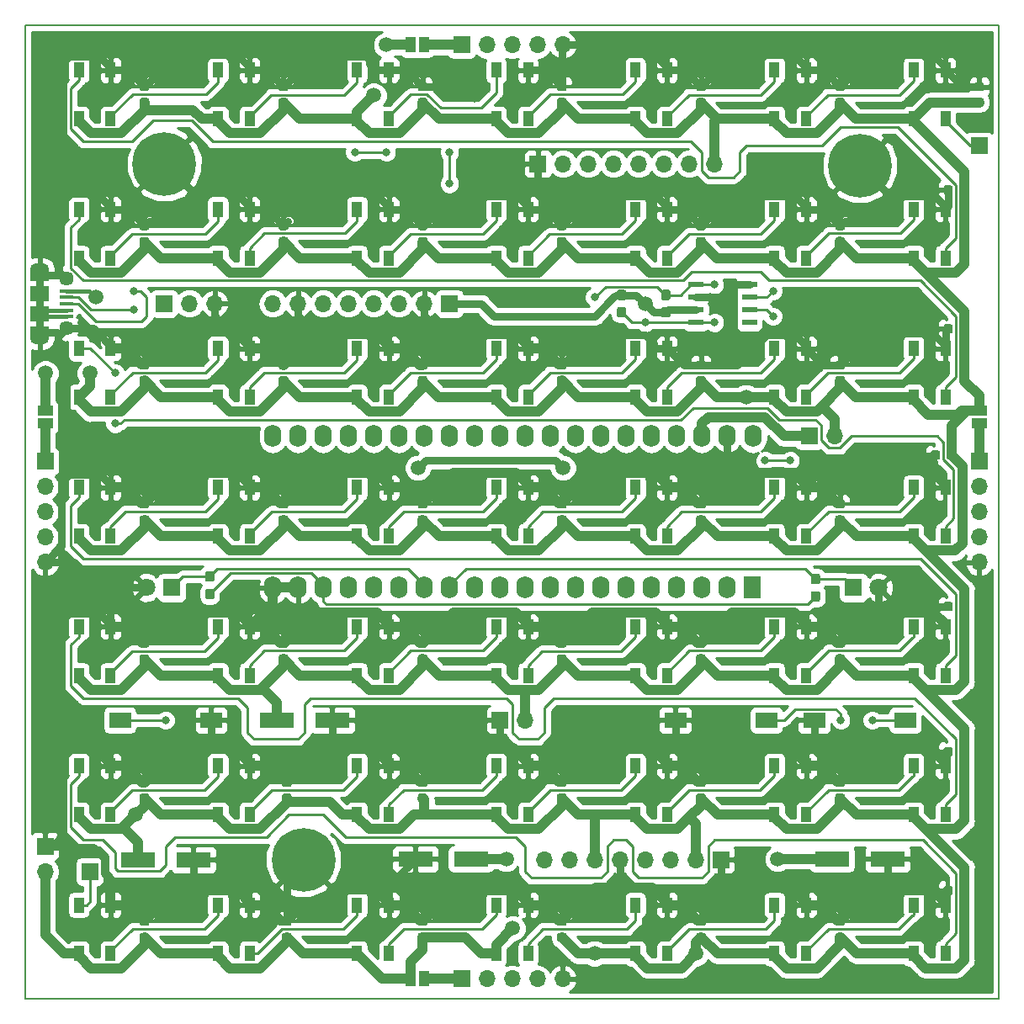
<source format=gbr>
G04 #@! TF.GenerationSoftware,KiCad,Pcbnew,5.0.1+dfsg1-3*
G04 #@! TF.CreationDate,2018-12-12T18:27:28+01:00*
G04 #@! TF.ProjectId,BitkanoneV2,4269746B616E6F6E6556322E6B696361,2.0*
G04 #@! TF.SameCoordinates,Original*
G04 #@! TF.FileFunction,Copper,L1,Top,Signal*
G04 #@! TF.FilePolarity,Positive*
%FSLAX46Y46*%
G04 Gerber Fmt 4.6, Leading zero omitted, Abs format (unit mm)*
G04 Created by KiCad (PCBNEW 5.0.1+dfsg1-3) date Mi 12 Dez 2018 18:27:28 CET*
%MOMM*%
%LPD*%
G01*
G04 APERTURE LIST*
G04 #@! TA.AperFunction,NonConductor*
%ADD10C,0.150000*%
G04 #@! TD*
G04 #@! TA.AperFunction,SMDPad,CuDef*
%ADD11R,1.900000X1.500000*%
G04 #@! TD*
G04 #@! TA.AperFunction,ComponentPad*
%ADD12C,1.450000*%
G04 #@! TD*
G04 #@! TA.AperFunction,SMDPad,CuDef*
%ADD13R,1.350000X0.400000*%
G04 #@! TD*
G04 #@! TA.AperFunction,ComponentPad*
%ADD14O,1.900000X1.200000*%
G04 #@! TD*
G04 #@! TA.AperFunction,SMDPad,CuDef*
%ADD15R,1.900000X1.200000*%
G04 #@! TD*
G04 #@! TA.AperFunction,ComponentPad*
%ADD16C,0.800000*%
G04 #@! TD*
G04 #@! TA.AperFunction,ComponentPad*
%ADD17C,6.400000*%
G04 #@! TD*
G04 #@! TA.AperFunction,SMDPad,CuDef*
%ADD18R,3.500000X1.600000*%
G04 #@! TD*
G04 #@! TA.AperFunction,ComponentPad*
%ADD19R,1.700000X1.700000*%
G04 #@! TD*
G04 #@! TA.AperFunction,ComponentPad*
%ADD20O,1.700000X1.700000*%
G04 #@! TD*
G04 #@! TA.AperFunction,ComponentPad*
%ADD21C,1.800000*%
G04 #@! TD*
G04 #@! TA.AperFunction,ComponentPad*
%ADD22R,1.800000X1.800000*%
G04 #@! TD*
G04 #@! TA.AperFunction,Conductor*
%ADD23C,0.150000*%
G04 #@! TD*
G04 #@! TA.AperFunction,SMDPad,CuDef*
%ADD24C,0.950000*%
G04 #@! TD*
G04 #@! TA.AperFunction,SMDPad,CuDef*
%ADD25R,2.180000X1.600000*%
G04 #@! TD*
G04 #@! TA.AperFunction,SMDPad,CuDef*
%ADD26R,1.000000X1.500000*%
G04 #@! TD*
G04 #@! TA.AperFunction,ComponentPad*
%ADD27O,1.727200X2.250000*%
G04 #@! TD*
G04 #@! TA.AperFunction,ComponentPad*
%ADD28R,1.727200X2.250000*%
G04 #@! TD*
G04 #@! TA.AperFunction,SMDPad,CuDef*
%ADD29C,0.875000*%
G04 #@! TD*
G04 #@! TA.AperFunction,SMDPad,CuDef*
%ADD30R,1.500000X1.000000*%
G04 #@! TD*
G04 #@! TA.AperFunction,SMDPad,CuDef*
%ADD31R,1.550000X0.600000*%
G04 #@! TD*
G04 #@! TA.AperFunction,ViaPad*
%ADD32C,1.500000*%
G04 #@! TD*
G04 #@! TA.AperFunction,ViaPad*
%ADD33C,0.800000*%
G04 #@! TD*
G04 #@! TA.AperFunction,Conductor*
%ADD34C,0.800000*%
G04 #@! TD*
G04 #@! TA.AperFunction,Conductor*
%ADD35C,0.250000*%
G04 #@! TD*
G04 #@! TA.AperFunction,Conductor*
%ADD36C,1.000000*%
G04 #@! TD*
G04 #@! TA.AperFunction,Conductor*
%ADD37C,0.400000*%
G04 #@! TD*
G04 #@! TA.AperFunction,Conductor*
%ADD38C,0.254000*%
G04 #@! TD*
G04 APERTURE END LIST*
D10*
X118000000Y-20000000D02*
X20000000Y-20000000D01*
X118000000Y-118000000D02*
X118000000Y-20000000D01*
X20000000Y-118000000D02*
X118000000Y-118000000D01*
X20000000Y-20000000D02*
X20000000Y-118000000D01*
D11*
G04 #@! TO.P,XU1,6*
G04 #@! TO.N,GND*
X21458300Y-49045000D03*
D12*
X24158300Y-45545000D03*
D13*
G04 #@! TO.P,XU1,2*
G04 #@! TO.N,Net-(JU2-Pad1)*
X24158300Y-47395000D03*
G04 #@! TO.P,XU1,1*
G04 #@! TO.N,+5V*
X24158300Y-46745000D03*
G04 #@! TO.P,XU1,5*
G04 #@! TO.N,GND*
X24158300Y-49345000D03*
G04 #@! TO.P,XU1,4*
X24158300Y-48695000D03*
G04 #@! TO.P,XU1,3*
G04 #@! TO.N,Net-(JU1-Pad1)*
X24158300Y-48045000D03*
D12*
G04 #@! TO.P,XU1,6*
G04 #@! TO.N,GND*
X24158300Y-50545000D03*
D11*
X21458300Y-47045000D03*
D14*
X21458300Y-44545000D03*
X21458300Y-51545000D03*
D15*
X21458300Y-50945000D03*
X21458300Y-45145000D03*
G04 #@! TD*
D16*
G04 #@! TO.P,H1,1*
G04 #@! TO.N,GND*
X35697056Y-32302944D03*
X34000000Y-31600000D03*
X32302944Y-32302944D03*
X31600000Y-34000000D03*
X32302944Y-35697056D03*
X34000000Y-36400000D03*
X35697056Y-35697056D03*
X36400000Y-34000000D03*
D17*
X34000000Y-34000000D03*
G04 #@! TD*
G04 #@! TO.P,H2,1*
G04 #@! TO.N,GND*
X104000000Y-34150000D03*
D16*
X106400000Y-34150000D03*
X105697056Y-35847056D03*
X104000000Y-36550000D03*
X102302944Y-35847056D03*
X101600000Y-34150000D03*
X102302944Y-32452944D03*
X104000000Y-31750000D03*
X105697056Y-32452944D03*
G04 #@! TD*
G04 #@! TO.P,H3,1*
G04 #@! TO.N,GND*
X49697056Y-102302944D03*
X48000000Y-101600000D03*
X46302944Y-102302944D03*
X45600000Y-104000000D03*
X46302944Y-105697056D03*
X48000000Y-106400000D03*
X49697056Y-105697056D03*
X50400000Y-104000000D03*
D17*
X48000000Y-104000000D03*
G04 #@! TD*
D18*
G04 #@! TO.P,C950,1*
G04 #@! TO.N,+5V*
X45295800Y-89955000D03*
G04 #@! TO.P,C950,2*
G04 #@! TO.N,GND*
X50895800Y-89955000D03*
G04 #@! TD*
D19*
G04 #@! TO.P,J202,1*
G04 #@! TO.N,Net-(J202-Pad1)*
X98895800Y-61380000D03*
D20*
G04 #@! TO.P,J202,2*
G04 #@! TO.N,+5V*
X101435800Y-61380000D03*
G04 #@! TD*
D19*
G04 #@! TO.P,X102,1*
G04 #@! TO.N,GND*
X67780800Y-89955000D03*
D20*
G04 #@! TO.P,X102,2*
G04 #@! TO.N,+5V*
X70320800Y-89955000D03*
G04 #@! TD*
D19*
G04 #@! TO.P,X42,1*
G04 #@! TO.N,GND*
X71590800Y-33995001D03*
D20*
G04 #@! TO.P,X42,2*
G04 #@! TO.N,/X42_PB3*
X74130800Y-33995001D03*
G04 #@! TO.P,X42,3*
G04 #@! TO.N,/X42_PB4*
X76670800Y-33995001D03*
G04 #@! TO.P,X42,4*
G04 #@! TO.N,/X42_PB5*
X79210800Y-33995001D03*
G04 #@! TO.P,X42,5*
G04 #@! TO.N,/X42_SCL*
X81750800Y-33995001D03*
G04 #@! TO.P,X42,6*
G04 #@! TO.N,/X42_SDA*
X84290800Y-33995001D03*
G04 #@! TO.P,X42,7*
G04 #@! TO.N,+3V3*
X86830800Y-33995001D03*
G04 #@! TO.P,X42,8*
G04 #@! TO.N,+5V*
X89370800Y-33995001D03*
G04 #@! TD*
D21*
G04 #@! TO.P,Q502,2*
G04 #@! TO.N,GND*
X105880800Y-76620000D03*
D22*
G04 #@! TO.P,Q502,1*
G04 #@! TO.N,/Photo2*
X103340800Y-76620000D03*
G04 #@! TD*
G04 #@! TO.P,Q501,1*
G04 #@! TO.N,/Photo1*
X34760800Y-76620000D03*
D21*
G04 #@! TO.P,Q501,2*
G04 #@! TO.N,GND*
X32220800Y-76620000D03*
G04 #@! TD*
D23*
G04 #@! TO.N,/Photo2*
G04 #@! TO.C,R502*
G36*
X99791579Y-75221144D02*
X99814634Y-75224563D01*
X99837243Y-75230227D01*
X99859187Y-75238079D01*
X99880257Y-75248044D01*
X99900248Y-75260026D01*
X99918968Y-75273910D01*
X99936238Y-75289562D01*
X99951890Y-75306832D01*
X99965774Y-75325552D01*
X99977756Y-75345543D01*
X99987721Y-75366613D01*
X99995573Y-75388557D01*
X100001237Y-75411166D01*
X100004656Y-75434221D01*
X100005800Y-75457500D01*
X100005800Y-76032500D01*
X100004656Y-76055779D01*
X100001237Y-76078834D01*
X99995573Y-76101443D01*
X99987721Y-76123387D01*
X99977756Y-76144457D01*
X99965774Y-76164448D01*
X99951890Y-76183168D01*
X99936238Y-76200438D01*
X99918968Y-76216090D01*
X99900248Y-76229974D01*
X99880257Y-76241956D01*
X99859187Y-76251921D01*
X99837243Y-76259773D01*
X99814634Y-76265437D01*
X99791579Y-76268856D01*
X99768300Y-76270000D01*
X99293300Y-76270000D01*
X99270021Y-76268856D01*
X99246966Y-76265437D01*
X99224357Y-76259773D01*
X99202413Y-76251921D01*
X99181343Y-76241956D01*
X99161352Y-76229974D01*
X99142632Y-76216090D01*
X99125362Y-76200438D01*
X99109710Y-76183168D01*
X99095826Y-76164448D01*
X99083844Y-76144457D01*
X99073879Y-76123387D01*
X99066027Y-76101443D01*
X99060363Y-76078834D01*
X99056944Y-76055779D01*
X99055800Y-76032500D01*
X99055800Y-75457500D01*
X99056944Y-75434221D01*
X99060363Y-75411166D01*
X99066027Y-75388557D01*
X99073879Y-75366613D01*
X99083844Y-75345543D01*
X99095826Y-75325552D01*
X99109710Y-75306832D01*
X99125362Y-75289562D01*
X99142632Y-75273910D01*
X99161352Y-75260026D01*
X99181343Y-75248044D01*
X99202413Y-75238079D01*
X99224357Y-75230227D01*
X99246966Y-75224563D01*
X99270021Y-75221144D01*
X99293300Y-75220000D01*
X99768300Y-75220000D01*
X99791579Y-75221144D01*
X99791579Y-75221144D01*
G37*
D24*
G04 #@! TD*
G04 #@! TO.P,R502,2*
G04 #@! TO.N,/Photo2*
X99530800Y-75745000D03*
D23*
G04 #@! TO.N,+3V3*
G04 #@! TO.C,R502*
G36*
X99791579Y-76971144D02*
X99814634Y-76974563D01*
X99837243Y-76980227D01*
X99859187Y-76988079D01*
X99880257Y-76998044D01*
X99900248Y-77010026D01*
X99918968Y-77023910D01*
X99936238Y-77039562D01*
X99951890Y-77056832D01*
X99965774Y-77075552D01*
X99977756Y-77095543D01*
X99987721Y-77116613D01*
X99995573Y-77138557D01*
X100001237Y-77161166D01*
X100004656Y-77184221D01*
X100005800Y-77207500D01*
X100005800Y-77782500D01*
X100004656Y-77805779D01*
X100001237Y-77828834D01*
X99995573Y-77851443D01*
X99987721Y-77873387D01*
X99977756Y-77894457D01*
X99965774Y-77914448D01*
X99951890Y-77933168D01*
X99936238Y-77950438D01*
X99918968Y-77966090D01*
X99900248Y-77979974D01*
X99880257Y-77991956D01*
X99859187Y-78001921D01*
X99837243Y-78009773D01*
X99814634Y-78015437D01*
X99791579Y-78018856D01*
X99768300Y-78020000D01*
X99293300Y-78020000D01*
X99270021Y-78018856D01*
X99246966Y-78015437D01*
X99224357Y-78009773D01*
X99202413Y-78001921D01*
X99181343Y-77991956D01*
X99161352Y-77979974D01*
X99142632Y-77966090D01*
X99125362Y-77950438D01*
X99109710Y-77933168D01*
X99095826Y-77914448D01*
X99083844Y-77894457D01*
X99073879Y-77873387D01*
X99066027Y-77851443D01*
X99060363Y-77828834D01*
X99056944Y-77805779D01*
X99055800Y-77782500D01*
X99055800Y-77207500D01*
X99056944Y-77184221D01*
X99060363Y-77161166D01*
X99066027Y-77138557D01*
X99073879Y-77116613D01*
X99083844Y-77095543D01*
X99095826Y-77075552D01*
X99109710Y-77056832D01*
X99125362Y-77039562D01*
X99142632Y-77023910D01*
X99161352Y-77010026D01*
X99181343Y-76998044D01*
X99202413Y-76988079D01*
X99224357Y-76980227D01*
X99246966Y-76974563D01*
X99270021Y-76971144D01*
X99293300Y-76970000D01*
X99768300Y-76970000D01*
X99791579Y-76971144D01*
X99791579Y-76971144D01*
G37*
D24*
G04 #@! TD*
G04 #@! TO.P,R502,1*
G04 #@! TO.N,+3V3*
X99530800Y-77495000D03*
D23*
G04 #@! TO.N,+3V3*
G04 #@! TO.C,R501*
G36*
X38831579Y-76731144D02*
X38854634Y-76734563D01*
X38877243Y-76740227D01*
X38899187Y-76748079D01*
X38920257Y-76758044D01*
X38940248Y-76770026D01*
X38958968Y-76783910D01*
X38976238Y-76799562D01*
X38991890Y-76816832D01*
X39005774Y-76835552D01*
X39017756Y-76855543D01*
X39027721Y-76876613D01*
X39035573Y-76898557D01*
X39041237Y-76921166D01*
X39044656Y-76944221D01*
X39045800Y-76967500D01*
X39045800Y-77542500D01*
X39044656Y-77565779D01*
X39041237Y-77588834D01*
X39035573Y-77611443D01*
X39027721Y-77633387D01*
X39017756Y-77654457D01*
X39005774Y-77674448D01*
X38991890Y-77693168D01*
X38976238Y-77710438D01*
X38958968Y-77726090D01*
X38940248Y-77739974D01*
X38920257Y-77751956D01*
X38899187Y-77761921D01*
X38877243Y-77769773D01*
X38854634Y-77775437D01*
X38831579Y-77778856D01*
X38808300Y-77780000D01*
X38333300Y-77780000D01*
X38310021Y-77778856D01*
X38286966Y-77775437D01*
X38264357Y-77769773D01*
X38242413Y-77761921D01*
X38221343Y-77751956D01*
X38201352Y-77739974D01*
X38182632Y-77726090D01*
X38165362Y-77710438D01*
X38149710Y-77693168D01*
X38135826Y-77674448D01*
X38123844Y-77654457D01*
X38113879Y-77633387D01*
X38106027Y-77611443D01*
X38100363Y-77588834D01*
X38096944Y-77565779D01*
X38095800Y-77542500D01*
X38095800Y-76967500D01*
X38096944Y-76944221D01*
X38100363Y-76921166D01*
X38106027Y-76898557D01*
X38113879Y-76876613D01*
X38123844Y-76855543D01*
X38135826Y-76835552D01*
X38149710Y-76816832D01*
X38165362Y-76799562D01*
X38182632Y-76783910D01*
X38201352Y-76770026D01*
X38221343Y-76758044D01*
X38242413Y-76748079D01*
X38264357Y-76740227D01*
X38286966Y-76734563D01*
X38310021Y-76731144D01*
X38333300Y-76730000D01*
X38808300Y-76730000D01*
X38831579Y-76731144D01*
X38831579Y-76731144D01*
G37*
D24*
G04 #@! TD*
G04 #@! TO.P,R501,1*
G04 #@! TO.N,+3V3*
X38570800Y-77255000D03*
D23*
G04 #@! TO.N,/Photo1*
G04 #@! TO.C,R501*
G36*
X38831579Y-74981144D02*
X38854634Y-74984563D01*
X38877243Y-74990227D01*
X38899187Y-74998079D01*
X38920257Y-75008044D01*
X38940248Y-75020026D01*
X38958968Y-75033910D01*
X38976238Y-75049562D01*
X38991890Y-75066832D01*
X39005774Y-75085552D01*
X39017756Y-75105543D01*
X39027721Y-75126613D01*
X39035573Y-75148557D01*
X39041237Y-75171166D01*
X39044656Y-75194221D01*
X39045800Y-75217500D01*
X39045800Y-75792500D01*
X39044656Y-75815779D01*
X39041237Y-75838834D01*
X39035573Y-75861443D01*
X39027721Y-75883387D01*
X39017756Y-75904457D01*
X39005774Y-75924448D01*
X38991890Y-75943168D01*
X38976238Y-75960438D01*
X38958968Y-75976090D01*
X38940248Y-75989974D01*
X38920257Y-76001956D01*
X38899187Y-76011921D01*
X38877243Y-76019773D01*
X38854634Y-76025437D01*
X38831579Y-76028856D01*
X38808300Y-76030000D01*
X38333300Y-76030000D01*
X38310021Y-76028856D01*
X38286966Y-76025437D01*
X38264357Y-76019773D01*
X38242413Y-76011921D01*
X38221343Y-76001956D01*
X38201352Y-75989974D01*
X38182632Y-75976090D01*
X38165362Y-75960438D01*
X38149710Y-75943168D01*
X38135826Y-75924448D01*
X38123844Y-75904457D01*
X38113879Y-75883387D01*
X38106027Y-75861443D01*
X38100363Y-75838834D01*
X38096944Y-75815779D01*
X38095800Y-75792500D01*
X38095800Y-75217500D01*
X38096944Y-75194221D01*
X38100363Y-75171166D01*
X38106027Y-75148557D01*
X38113879Y-75126613D01*
X38123844Y-75105543D01*
X38135826Y-75085552D01*
X38149710Y-75066832D01*
X38165362Y-75049562D01*
X38182632Y-75033910D01*
X38201352Y-75020026D01*
X38221343Y-75008044D01*
X38242413Y-74998079D01*
X38264357Y-74990227D01*
X38286966Y-74984563D01*
X38310021Y-74981144D01*
X38333300Y-74980000D01*
X38808300Y-74980000D01*
X38831579Y-74981144D01*
X38831579Y-74981144D01*
G37*
D24*
G04 #@! TD*
G04 #@! TO.P,R501,2*
G04 #@! TO.N,/Photo1*
X38570800Y-75505000D03*
D25*
G04 #@! TO.P,S1,1*
G04 #@! TO.N,GND*
X38715800Y-89955000D03*
G04 #@! TO.P,S1,2*
G04 #@! TO.N,Net-(S1-Pad2)*
X29535800Y-89955000D03*
G04 #@! TD*
G04 #@! TO.P,S3,1*
G04 #@! TO.N,GND*
X99385800Y-89955000D03*
G04 #@! TO.P,S3,2*
G04 #@! TO.N,Net-(S3-Pad2)*
X108565800Y-89955000D03*
G04 #@! TD*
G04 #@! TO.P,S2,1*
G04 #@! TO.N,GND*
X85415800Y-89955000D03*
G04 #@! TO.P,S2,2*
G04 #@! TO.N,Net-(S2-Pad2)*
X94595800Y-89955000D03*
G04 #@! TD*
D18*
G04 #@! TO.P,C900,1*
G04 #@! TO.N,+5V*
X31325800Y-104000000D03*
G04 #@! TO.P,C900,2*
G04 #@! TO.N,GND*
X36925800Y-104000000D03*
G04 #@! TD*
D19*
G04 #@! TO.P,X991,1*
G04 #@! TO.N,/LedGrid/DOUT*
X115990000Y-32170000D03*
G04 #@! TD*
D26*
G04 #@! TO.P,D949,1*
G04 #@! TO.N,+5V*
X109400000Y-113450000D03*
G04 #@! TO.P,D949,2*
G04 #@! TO.N,Net-(D936-Pad4)*
X112600000Y-113450000D03*
G04 #@! TO.P,D949,4*
G04 #@! TO.N,Net-(D948-Pad2)*
X109400000Y-108550000D03*
G04 #@! TO.P,D949,3*
G04 #@! TO.N,GND*
X112600000Y-108550000D03*
G04 #@! TD*
D27*
G04 #@! TO.P,U201,40*
G04 #@! TO.N,+3V3*
X93231600Y-61380000D03*
G04 #@! TO.P,U201,39*
G04 #@! TO.N,GND*
X90640800Y-61380000D03*
G04 #@! TO.P,U201,38*
G04 #@! TO.N,Net-(J202-Pad1)*
X88100800Y-61380000D03*
G04 #@! TO.P,U201,37*
G04 #@! TO.N,/CANTX*
X85560800Y-61380000D03*
G04 #@! TO.P,U201,36*
G04 #@! TO.N,/CANRX*
X83020800Y-61380000D03*
G04 #@! TO.P,U201,35*
G04 #@! TO.N,/X42_SDA*
X80480800Y-61380000D03*
G04 #@! TO.P,U201,34*
G04 #@! TO.N,/X42_SCL*
X77940800Y-61380000D03*
G04 #@! TO.P,U201,33*
G04 #@! TO.N,/X42_PB5*
X75400800Y-61380000D03*
G04 #@! TO.P,U201,32*
G04 #@! TO.N,/X42_PB4*
X72860800Y-61380000D03*
G04 #@! TO.P,U201,31*
G04 #@! TO.N,/X42_PB3*
X70320800Y-61380000D03*
G04 #@! TO.P,U201,30*
G04 #@! TO.N,/TTop*
X67780800Y-61380000D03*
G04 #@! TO.P,U201,29*
G04 #@! TO.N,/USBD+*
X65240800Y-61380000D03*
G04 #@! TO.P,U201,28*
G04 #@! TO.N,/USBD-*
X62700800Y-61380000D03*
G04 #@! TO.P,U201,27*
G04 #@! TO.N,/RX1*
X60160800Y-61380000D03*
G04 #@! TO.P,U201,26*
G04 #@! TO.N,/TX1*
X57620800Y-61380000D03*
G04 #@! TO.P,U201,25*
G04 #@! TO.N,Net-(U201-Pad25)*
X55080800Y-61380000D03*
G04 #@! TO.P,U201,24*
G04 #@! TO.N,/DIN*
X52540800Y-61380000D03*
G04 #@! TO.P,U201,23*
G04 #@! TO.N,Net-(S1-Pad2)*
X50000800Y-61380000D03*
G04 #@! TO.P,U201,22*
G04 #@! TO.N,Net-(U201-Pad22)*
X47460800Y-61380000D03*
G04 #@! TO.P,U201,21*
G04 #@! TO.N,/TLeft*
X44920800Y-61380000D03*
G04 #@! TO.P,U201,20*
G04 #@! TO.N,GND*
X44920800Y-76620000D03*
G04 #@! TO.P,U201,19*
X47460800Y-76620000D03*
G04 #@! TO.P,U201,18*
G04 #@! TO.N,+3V3*
X50000800Y-76620000D03*
G04 #@! TO.P,U201,17*
G04 #@! TO.N,Net-(U201-Pad17)*
X52540800Y-76620000D03*
G04 #@! TO.P,U201,16*
G04 #@! TO.N,/SENS_SDA*
X55080800Y-76620000D03*
G04 #@! TO.P,U201,15*
G04 #@! TO.N,/SENS_SCL*
X57620800Y-76620000D03*
G04 #@! TO.P,U201,14*
G04 #@! TO.N,/Photo1*
X60160800Y-76620000D03*
G04 #@! TO.P,U201,13*
G04 #@! TO.N,/Photo2*
X62700800Y-76620000D03*
G04 #@! TO.P,U201,12*
G04 #@! TO.N,/TBottom*
X65240800Y-76620000D03*
G04 #@! TO.P,U201,11*
G04 #@! TO.N,/TRight*
X67780800Y-76620000D03*
G04 #@! TO.P,U201,10*
G04 #@! TO.N,Net-(S3-Pad2)*
X70320800Y-76620000D03*
G04 #@! TO.P,U201,9*
G04 #@! TO.N,Net-(S2-Pad2)*
X72860800Y-76620000D03*
G04 #@! TO.P,U201,8*
G04 #@! TO.N,/EN2*
X75400800Y-76620000D03*
G04 #@! TO.P,U201,7*
G04 #@! TO.N,/PWM2*
X77940800Y-76620000D03*
G04 #@! TO.P,U201,6*
G04 #@! TO.N,/EN1*
X80480800Y-76620000D03*
G04 #@! TO.P,U201,5*
G04 #@! TO.N,/PWM1*
X83020800Y-76620000D03*
G04 #@! TO.P,U201,4*
G04 #@! TO.N,Net-(U201-Pad4)*
X85560800Y-76620000D03*
G04 #@! TO.P,U201,3*
G04 #@! TO.N,Net-(U201-Pad3)*
X88100800Y-76620000D03*
G04 #@! TO.P,U201,2*
G04 #@! TO.N,Net-(U201-Pad2)*
X90640800Y-76620000D03*
D28*
G04 #@! TO.P,U201,1*
G04 #@! TO.N,Net-(U201-Pad1)*
X93180800Y-76620000D03*
G04 #@! TD*
D18*
G04 #@! TO.P,C402,2*
G04 #@! TO.N,GND*
X106775800Y-103925000D03*
G04 #@! TO.P,C402,1*
G04 #@! TO.N,+5V*
X101175800Y-103925000D03*
G04 #@! TD*
G04 #@! TO.P,C401,1*
G04 #@! TO.N,+5V*
X64865800Y-103925000D03*
G04 #@! TO.P,C401,2*
G04 #@! TO.N,GND*
X59265800Y-103925000D03*
G04 #@! TD*
D23*
G04 #@! TO.N,GND*
G04 #@! TO.C,C901*
G36*
X32277691Y-25776053D02*
X32298926Y-25779203D01*
X32319750Y-25784419D01*
X32339962Y-25791651D01*
X32359368Y-25800830D01*
X32377781Y-25811866D01*
X32395024Y-25824654D01*
X32410930Y-25839070D01*
X32425346Y-25854976D01*
X32438134Y-25872219D01*
X32449170Y-25890632D01*
X32458349Y-25910038D01*
X32465581Y-25930250D01*
X32470797Y-25951074D01*
X32473947Y-25972309D01*
X32475000Y-25993750D01*
X32475000Y-26431250D01*
X32473947Y-26452691D01*
X32470797Y-26473926D01*
X32465581Y-26494750D01*
X32458349Y-26514962D01*
X32449170Y-26534368D01*
X32438134Y-26552781D01*
X32425346Y-26570024D01*
X32410930Y-26585930D01*
X32395024Y-26600346D01*
X32377781Y-26613134D01*
X32359368Y-26624170D01*
X32339962Y-26633349D01*
X32319750Y-26640581D01*
X32298926Y-26645797D01*
X32277691Y-26648947D01*
X32256250Y-26650000D01*
X31743750Y-26650000D01*
X31722309Y-26648947D01*
X31701074Y-26645797D01*
X31680250Y-26640581D01*
X31660038Y-26633349D01*
X31640632Y-26624170D01*
X31622219Y-26613134D01*
X31604976Y-26600346D01*
X31589070Y-26585930D01*
X31574654Y-26570024D01*
X31561866Y-26552781D01*
X31550830Y-26534368D01*
X31541651Y-26514962D01*
X31534419Y-26494750D01*
X31529203Y-26473926D01*
X31526053Y-26452691D01*
X31525000Y-26431250D01*
X31525000Y-25993750D01*
X31526053Y-25972309D01*
X31529203Y-25951074D01*
X31534419Y-25930250D01*
X31541651Y-25910038D01*
X31550830Y-25890632D01*
X31561866Y-25872219D01*
X31574654Y-25854976D01*
X31589070Y-25839070D01*
X31604976Y-25824654D01*
X31622219Y-25811866D01*
X31640632Y-25800830D01*
X31660038Y-25791651D01*
X31680250Y-25784419D01*
X31701074Y-25779203D01*
X31722309Y-25776053D01*
X31743750Y-25775000D01*
X32256250Y-25775000D01*
X32277691Y-25776053D01*
X32277691Y-25776053D01*
G37*
D29*
G04 #@! TD*
G04 #@! TO.P,C901,2*
G04 #@! TO.N,GND*
X32000000Y-26212500D03*
D23*
G04 #@! TO.N,+5V*
G04 #@! TO.C,C901*
G36*
X32277691Y-27351053D02*
X32298926Y-27354203D01*
X32319750Y-27359419D01*
X32339962Y-27366651D01*
X32359368Y-27375830D01*
X32377781Y-27386866D01*
X32395024Y-27399654D01*
X32410930Y-27414070D01*
X32425346Y-27429976D01*
X32438134Y-27447219D01*
X32449170Y-27465632D01*
X32458349Y-27485038D01*
X32465581Y-27505250D01*
X32470797Y-27526074D01*
X32473947Y-27547309D01*
X32475000Y-27568750D01*
X32475000Y-28006250D01*
X32473947Y-28027691D01*
X32470797Y-28048926D01*
X32465581Y-28069750D01*
X32458349Y-28089962D01*
X32449170Y-28109368D01*
X32438134Y-28127781D01*
X32425346Y-28145024D01*
X32410930Y-28160930D01*
X32395024Y-28175346D01*
X32377781Y-28188134D01*
X32359368Y-28199170D01*
X32339962Y-28208349D01*
X32319750Y-28215581D01*
X32298926Y-28220797D01*
X32277691Y-28223947D01*
X32256250Y-28225000D01*
X31743750Y-28225000D01*
X31722309Y-28223947D01*
X31701074Y-28220797D01*
X31680250Y-28215581D01*
X31660038Y-28208349D01*
X31640632Y-28199170D01*
X31622219Y-28188134D01*
X31604976Y-28175346D01*
X31589070Y-28160930D01*
X31574654Y-28145024D01*
X31561866Y-28127781D01*
X31550830Y-28109368D01*
X31541651Y-28089962D01*
X31534419Y-28069750D01*
X31529203Y-28048926D01*
X31526053Y-28027691D01*
X31525000Y-28006250D01*
X31525000Y-27568750D01*
X31526053Y-27547309D01*
X31529203Y-27526074D01*
X31534419Y-27505250D01*
X31541651Y-27485038D01*
X31550830Y-27465632D01*
X31561866Y-27447219D01*
X31574654Y-27429976D01*
X31589070Y-27414070D01*
X31604976Y-27399654D01*
X31622219Y-27386866D01*
X31640632Y-27375830D01*
X31660038Y-27366651D01*
X31680250Y-27359419D01*
X31701074Y-27354203D01*
X31722309Y-27351053D01*
X31743750Y-27350000D01*
X32256250Y-27350000D01*
X32277691Y-27351053D01*
X32277691Y-27351053D01*
G37*
D29*
G04 #@! TD*
G04 #@! TO.P,C901,1*
G04 #@! TO.N,+5V*
X32000000Y-27787500D03*
D23*
G04 #@! TO.N,+5V*
G04 #@! TO.C,C904*
G36*
X74277691Y-27351053D02*
X74298926Y-27354203D01*
X74319750Y-27359419D01*
X74339962Y-27366651D01*
X74359368Y-27375830D01*
X74377781Y-27386866D01*
X74395024Y-27399654D01*
X74410930Y-27414070D01*
X74425346Y-27429976D01*
X74438134Y-27447219D01*
X74449170Y-27465632D01*
X74458349Y-27485038D01*
X74465581Y-27505250D01*
X74470797Y-27526074D01*
X74473947Y-27547309D01*
X74475000Y-27568750D01*
X74475000Y-28006250D01*
X74473947Y-28027691D01*
X74470797Y-28048926D01*
X74465581Y-28069750D01*
X74458349Y-28089962D01*
X74449170Y-28109368D01*
X74438134Y-28127781D01*
X74425346Y-28145024D01*
X74410930Y-28160930D01*
X74395024Y-28175346D01*
X74377781Y-28188134D01*
X74359368Y-28199170D01*
X74339962Y-28208349D01*
X74319750Y-28215581D01*
X74298926Y-28220797D01*
X74277691Y-28223947D01*
X74256250Y-28225000D01*
X73743750Y-28225000D01*
X73722309Y-28223947D01*
X73701074Y-28220797D01*
X73680250Y-28215581D01*
X73660038Y-28208349D01*
X73640632Y-28199170D01*
X73622219Y-28188134D01*
X73604976Y-28175346D01*
X73589070Y-28160930D01*
X73574654Y-28145024D01*
X73561866Y-28127781D01*
X73550830Y-28109368D01*
X73541651Y-28089962D01*
X73534419Y-28069750D01*
X73529203Y-28048926D01*
X73526053Y-28027691D01*
X73525000Y-28006250D01*
X73525000Y-27568750D01*
X73526053Y-27547309D01*
X73529203Y-27526074D01*
X73534419Y-27505250D01*
X73541651Y-27485038D01*
X73550830Y-27465632D01*
X73561866Y-27447219D01*
X73574654Y-27429976D01*
X73589070Y-27414070D01*
X73604976Y-27399654D01*
X73622219Y-27386866D01*
X73640632Y-27375830D01*
X73660038Y-27366651D01*
X73680250Y-27359419D01*
X73701074Y-27354203D01*
X73722309Y-27351053D01*
X73743750Y-27350000D01*
X74256250Y-27350000D01*
X74277691Y-27351053D01*
X74277691Y-27351053D01*
G37*
D29*
G04 #@! TD*
G04 #@! TO.P,C904,1*
G04 #@! TO.N,+5V*
X74000000Y-27787500D03*
D23*
G04 #@! TO.N,GND*
G04 #@! TO.C,C904*
G36*
X74277691Y-25776053D02*
X74298926Y-25779203D01*
X74319750Y-25784419D01*
X74339962Y-25791651D01*
X74359368Y-25800830D01*
X74377781Y-25811866D01*
X74395024Y-25824654D01*
X74410930Y-25839070D01*
X74425346Y-25854976D01*
X74438134Y-25872219D01*
X74449170Y-25890632D01*
X74458349Y-25910038D01*
X74465581Y-25930250D01*
X74470797Y-25951074D01*
X74473947Y-25972309D01*
X74475000Y-25993750D01*
X74475000Y-26431250D01*
X74473947Y-26452691D01*
X74470797Y-26473926D01*
X74465581Y-26494750D01*
X74458349Y-26514962D01*
X74449170Y-26534368D01*
X74438134Y-26552781D01*
X74425346Y-26570024D01*
X74410930Y-26585930D01*
X74395024Y-26600346D01*
X74377781Y-26613134D01*
X74359368Y-26624170D01*
X74339962Y-26633349D01*
X74319750Y-26640581D01*
X74298926Y-26645797D01*
X74277691Y-26648947D01*
X74256250Y-26650000D01*
X73743750Y-26650000D01*
X73722309Y-26648947D01*
X73701074Y-26645797D01*
X73680250Y-26640581D01*
X73660038Y-26633349D01*
X73640632Y-26624170D01*
X73622219Y-26613134D01*
X73604976Y-26600346D01*
X73589070Y-26585930D01*
X73574654Y-26570024D01*
X73561866Y-26552781D01*
X73550830Y-26534368D01*
X73541651Y-26514962D01*
X73534419Y-26494750D01*
X73529203Y-26473926D01*
X73526053Y-26452691D01*
X73525000Y-26431250D01*
X73525000Y-25993750D01*
X73526053Y-25972309D01*
X73529203Y-25951074D01*
X73534419Y-25930250D01*
X73541651Y-25910038D01*
X73550830Y-25890632D01*
X73561866Y-25872219D01*
X73574654Y-25854976D01*
X73589070Y-25839070D01*
X73604976Y-25824654D01*
X73622219Y-25811866D01*
X73640632Y-25800830D01*
X73660038Y-25791651D01*
X73680250Y-25784419D01*
X73701074Y-25779203D01*
X73722309Y-25776053D01*
X73743750Y-25775000D01*
X74256250Y-25775000D01*
X74277691Y-25776053D01*
X74277691Y-25776053D01*
G37*
D29*
G04 #@! TD*
G04 #@! TO.P,C904,2*
G04 #@! TO.N,GND*
X74000000Y-26212500D03*
D23*
G04 #@! TO.N,GND*
G04 #@! TO.C,C905*
G36*
X88277691Y-25776053D02*
X88298926Y-25779203D01*
X88319750Y-25784419D01*
X88339962Y-25791651D01*
X88359368Y-25800830D01*
X88377781Y-25811866D01*
X88395024Y-25824654D01*
X88410930Y-25839070D01*
X88425346Y-25854976D01*
X88438134Y-25872219D01*
X88449170Y-25890632D01*
X88458349Y-25910038D01*
X88465581Y-25930250D01*
X88470797Y-25951074D01*
X88473947Y-25972309D01*
X88475000Y-25993750D01*
X88475000Y-26431250D01*
X88473947Y-26452691D01*
X88470797Y-26473926D01*
X88465581Y-26494750D01*
X88458349Y-26514962D01*
X88449170Y-26534368D01*
X88438134Y-26552781D01*
X88425346Y-26570024D01*
X88410930Y-26585930D01*
X88395024Y-26600346D01*
X88377781Y-26613134D01*
X88359368Y-26624170D01*
X88339962Y-26633349D01*
X88319750Y-26640581D01*
X88298926Y-26645797D01*
X88277691Y-26648947D01*
X88256250Y-26650000D01*
X87743750Y-26650000D01*
X87722309Y-26648947D01*
X87701074Y-26645797D01*
X87680250Y-26640581D01*
X87660038Y-26633349D01*
X87640632Y-26624170D01*
X87622219Y-26613134D01*
X87604976Y-26600346D01*
X87589070Y-26585930D01*
X87574654Y-26570024D01*
X87561866Y-26552781D01*
X87550830Y-26534368D01*
X87541651Y-26514962D01*
X87534419Y-26494750D01*
X87529203Y-26473926D01*
X87526053Y-26452691D01*
X87525000Y-26431250D01*
X87525000Y-25993750D01*
X87526053Y-25972309D01*
X87529203Y-25951074D01*
X87534419Y-25930250D01*
X87541651Y-25910038D01*
X87550830Y-25890632D01*
X87561866Y-25872219D01*
X87574654Y-25854976D01*
X87589070Y-25839070D01*
X87604976Y-25824654D01*
X87622219Y-25811866D01*
X87640632Y-25800830D01*
X87660038Y-25791651D01*
X87680250Y-25784419D01*
X87701074Y-25779203D01*
X87722309Y-25776053D01*
X87743750Y-25775000D01*
X88256250Y-25775000D01*
X88277691Y-25776053D01*
X88277691Y-25776053D01*
G37*
D29*
G04 #@! TD*
G04 #@! TO.P,C905,2*
G04 #@! TO.N,GND*
X88000000Y-26212500D03*
D23*
G04 #@! TO.N,+5V*
G04 #@! TO.C,C905*
G36*
X88277691Y-27351053D02*
X88298926Y-27354203D01*
X88319750Y-27359419D01*
X88339962Y-27366651D01*
X88359368Y-27375830D01*
X88377781Y-27386866D01*
X88395024Y-27399654D01*
X88410930Y-27414070D01*
X88425346Y-27429976D01*
X88438134Y-27447219D01*
X88449170Y-27465632D01*
X88458349Y-27485038D01*
X88465581Y-27505250D01*
X88470797Y-27526074D01*
X88473947Y-27547309D01*
X88475000Y-27568750D01*
X88475000Y-28006250D01*
X88473947Y-28027691D01*
X88470797Y-28048926D01*
X88465581Y-28069750D01*
X88458349Y-28089962D01*
X88449170Y-28109368D01*
X88438134Y-28127781D01*
X88425346Y-28145024D01*
X88410930Y-28160930D01*
X88395024Y-28175346D01*
X88377781Y-28188134D01*
X88359368Y-28199170D01*
X88339962Y-28208349D01*
X88319750Y-28215581D01*
X88298926Y-28220797D01*
X88277691Y-28223947D01*
X88256250Y-28225000D01*
X87743750Y-28225000D01*
X87722309Y-28223947D01*
X87701074Y-28220797D01*
X87680250Y-28215581D01*
X87660038Y-28208349D01*
X87640632Y-28199170D01*
X87622219Y-28188134D01*
X87604976Y-28175346D01*
X87589070Y-28160930D01*
X87574654Y-28145024D01*
X87561866Y-28127781D01*
X87550830Y-28109368D01*
X87541651Y-28089962D01*
X87534419Y-28069750D01*
X87529203Y-28048926D01*
X87526053Y-28027691D01*
X87525000Y-28006250D01*
X87525000Y-27568750D01*
X87526053Y-27547309D01*
X87529203Y-27526074D01*
X87534419Y-27505250D01*
X87541651Y-27485038D01*
X87550830Y-27465632D01*
X87561866Y-27447219D01*
X87574654Y-27429976D01*
X87589070Y-27414070D01*
X87604976Y-27399654D01*
X87622219Y-27386866D01*
X87640632Y-27375830D01*
X87660038Y-27366651D01*
X87680250Y-27359419D01*
X87701074Y-27354203D01*
X87722309Y-27351053D01*
X87743750Y-27350000D01*
X88256250Y-27350000D01*
X88277691Y-27351053D01*
X88277691Y-27351053D01*
G37*
D29*
G04 #@! TD*
G04 #@! TO.P,C905,1*
G04 #@! TO.N,+5V*
X88000000Y-27787500D03*
D23*
G04 #@! TO.N,+5V*
G04 #@! TO.C,C906*
G36*
X102277691Y-27351053D02*
X102298926Y-27354203D01*
X102319750Y-27359419D01*
X102339962Y-27366651D01*
X102359368Y-27375830D01*
X102377781Y-27386866D01*
X102395024Y-27399654D01*
X102410930Y-27414070D01*
X102425346Y-27429976D01*
X102438134Y-27447219D01*
X102449170Y-27465632D01*
X102458349Y-27485038D01*
X102465581Y-27505250D01*
X102470797Y-27526074D01*
X102473947Y-27547309D01*
X102475000Y-27568750D01*
X102475000Y-28006250D01*
X102473947Y-28027691D01*
X102470797Y-28048926D01*
X102465581Y-28069750D01*
X102458349Y-28089962D01*
X102449170Y-28109368D01*
X102438134Y-28127781D01*
X102425346Y-28145024D01*
X102410930Y-28160930D01*
X102395024Y-28175346D01*
X102377781Y-28188134D01*
X102359368Y-28199170D01*
X102339962Y-28208349D01*
X102319750Y-28215581D01*
X102298926Y-28220797D01*
X102277691Y-28223947D01*
X102256250Y-28225000D01*
X101743750Y-28225000D01*
X101722309Y-28223947D01*
X101701074Y-28220797D01*
X101680250Y-28215581D01*
X101660038Y-28208349D01*
X101640632Y-28199170D01*
X101622219Y-28188134D01*
X101604976Y-28175346D01*
X101589070Y-28160930D01*
X101574654Y-28145024D01*
X101561866Y-28127781D01*
X101550830Y-28109368D01*
X101541651Y-28089962D01*
X101534419Y-28069750D01*
X101529203Y-28048926D01*
X101526053Y-28027691D01*
X101525000Y-28006250D01*
X101525000Y-27568750D01*
X101526053Y-27547309D01*
X101529203Y-27526074D01*
X101534419Y-27505250D01*
X101541651Y-27485038D01*
X101550830Y-27465632D01*
X101561866Y-27447219D01*
X101574654Y-27429976D01*
X101589070Y-27414070D01*
X101604976Y-27399654D01*
X101622219Y-27386866D01*
X101640632Y-27375830D01*
X101660038Y-27366651D01*
X101680250Y-27359419D01*
X101701074Y-27354203D01*
X101722309Y-27351053D01*
X101743750Y-27350000D01*
X102256250Y-27350000D01*
X102277691Y-27351053D01*
X102277691Y-27351053D01*
G37*
D29*
G04 #@! TD*
G04 #@! TO.P,C906,1*
G04 #@! TO.N,+5V*
X102000000Y-27787500D03*
D23*
G04 #@! TO.N,GND*
G04 #@! TO.C,C906*
G36*
X102277691Y-25776053D02*
X102298926Y-25779203D01*
X102319750Y-25784419D01*
X102339962Y-25791651D01*
X102359368Y-25800830D01*
X102377781Y-25811866D01*
X102395024Y-25824654D01*
X102410930Y-25839070D01*
X102425346Y-25854976D01*
X102438134Y-25872219D01*
X102449170Y-25890632D01*
X102458349Y-25910038D01*
X102465581Y-25930250D01*
X102470797Y-25951074D01*
X102473947Y-25972309D01*
X102475000Y-25993750D01*
X102475000Y-26431250D01*
X102473947Y-26452691D01*
X102470797Y-26473926D01*
X102465581Y-26494750D01*
X102458349Y-26514962D01*
X102449170Y-26534368D01*
X102438134Y-26552781D01*
X102425346Y-26570024D01*
X102410930Y-26585930D01*
X102395024Y-26600346D01*
X102377781Y-26613134D01*
X102359368Y-26624170D01*
X102339962Y-26633349D01*
X102319750Y-26640581D01*
X102298926Y-26645797D01*
X102277691Y-26648947D01*
X102256250Y-26650000D01*
X101743750Y-26650000D01*
X101722309Y-26648947D01*
X101701074Y-26645797D01*
X101680250Y-26640581D01*
X101660038Y-26633349D01*
X101640632Y-26624170D01*
X101622219Y-26613134D01*
X101604976Y-26600346D01*
X101589070Y-26585930D01*
X101574654Y-26570024D01*
X101561866Y-26552781D01*
X101550830Y-26534368D01*
X101541651Y-26514962D01*
X101534419Y-26494750D01*
X101529203Y-26473926D01*
X101526053Y-26452691D01*
X101525000Y-26431250D01*
X101525000Y-25993750D01*
X101526053Y-25972309D01*
X101529203Y-25951074D01*
X101534419Y-25930250D01*
X101541651Y-25910038D01*
X101550830Y-25890632D01*
X101561866Y-25872219D01*
X101574654Y-25854976D01*
X101589070Y-25839070D01*
X101604976Y-25824654D01*
X101622219Y-25811866D01*
X101640632Y-25800830D01*
X101660038Y-25791651D01*
X101680250Y-25784419D01*
X101701074Y-25779203D01*
X101722309Y-25776053D01*
X101743750Y-25775000D01*
X102256250Y-25775000D01*
X102277691Y-25776053D01*
X102277691Y-25776053D01*
G37*
D29*
G04 #@! TD*
G04 #@! TO.P,C906,2*
G04 #@! TO.N,GND*
X102000000Y-26212500D03*
D23*
G04 #@! TO.N,GND*
G04 #@! TO.C,C907*
G36*
X116277691Y-25776053D02*
X116298926Y-25779203D01*
X116319750Y-25784419D01*
X116339962Y-25791651D01*
X116359368Y-25800830D01*
X116377781Y-25811866D01*
X116395024Y-25824654D01*
X116410930Y-25839070D01*
X116425346Y-25854976D01*
X116438134Y-25872219D01*
X116449170Y-25890632D01*
X116458349Y-25910038D01*
X116465581Y-25930250D01*
X116470797Y-25951074D01*
X116473947Y-25972309D01*
X116475000Y-25993750D01*
X116475000Y-26431250D01*
X116473947Y-26452691D01*
X116470797Y-26473926D01*
X116465581Y-26494750D01*
X116458349Y-26514962D01*
X116449170Y-26534368D01*
X116438134Y-26552781D01*
X116425346Y-26570024D01*
X116410930Y-26585930D01*
X116395024Y-26600346D01*
X116377781Y-26613134D01*
X116359368Y-26624170D01*
X116339962Y-26633349D01*
X116319750Y-26640581D01*
X116298926Y-26645797D01*
X116277691Y-26648947D01*
X116256250Y-26650000D01*
X115743750Y-26650000D01*
X115722309Y-26648947D01*
X115701074Y-26645797D01*
X115680250Y-26640581D01*
X115660038Y-26633349D01*
X115640632Y-26624170D01*
X115622219Y-26613134D01*
X115604976Y-26600346D01*
X115589070Y-26585930D01*
X115574654Y-26570024D01*
X115561866Y-26552781D01*
X115550830Y-26534368D01*
X115541651Y-26514962D01*
X115534419Y-26494750D01*
X115529203Y-26473926D01*
X115526053Y-26452691D01*
X115525000Y-26431250D01*
X115525000Y-25993750D01*
X115526053Y-25972309D01*
X115529203Y-25951074D01*
X115534419Y-25930250D01*
X115541651Y-25910038D01*
X115550830Y-25890632D01*
X115561866Y-25872219D01*
X115574654Y-25854976D01*
X115589070Y-25839070D01*
X115604976Y-25824654D01*
X115622219Y-25811866D01*
X115640632Y-25800830D01*
X115660038Y-25791651D01*
X115680250Y-25784419D01*
X115701074Y-25779203D01*
X115722309Y-25776053D01*
X115743750Y-25775000D01*
X116256250Y-25775000D01*
X116277691Y-25776053D01*
X116277691Y-25776053D01*
G37*
D29*
G04 #@! TD*
G04 #@! TO.P,C907,2*
G04 #@! TO.N,GND*
X116000000Y-26212500D03*
D23*
G04 #@! TO.N,+5V*
G04 #@! TO.C,C907*
G36*
X116277691Y-27351053D02*
X116298926Y-27354203D01*
X116319750Y-27359419D01*
X116339962Y-27366651D01*
X116359368Y-27375830D01*
X116377781Y-27386866D01*
X116395024Y-27399654D01*
X116410930Y-27414070D01*
X116425346Y-27429976D01*
X116438134Y-27447219D01*
X116449170Y-27465632D01*
X116458349Y-27485038D01*
X116465581Y-27505250D01*
X116470797Y-27526074D01*
X116473947Y-27547309D01*
X116475000Y-27568750D01*
X116475000Y-28006250D01*
X116473947Y-28027691D01*
X116470797Y-28048926D01*
X116465581Y-28069750D01*
X116458349Y-28089962D01*
X116449170Y-28109368D01*
X116438134Y-28127781D01*
X116425346Y-28145024D01*
X116410930Y-28160930D01*
X116395024Y-28175346D01*
X116377781Y-28188134D01*
X116359368Y-28199170D01*
X116339962Y-28208349D01*
X116319750Y-28215581D01*
X116298926Y-28220797D01*
X116277691Y-28223947D01*
X116256250Y-28225000D01*
X115743750Y-28225000D01*
X115722309Y-28223947D01*
X115701074Y-28220797D01*
X115680250Y-28215581D01*
X115660038Y-28208349D01*
X115640632Y-28199170D01*
X115622219Y-28188134D01*
X115604976Y-28175346D01*
X115589070Y-28160930D01*
X115574654Y-28145024D01*
X115561866Y-28127781D01*
X115550830Y-28109368D01*
X115541651Y-28089962D01*
X115534419Y-28069750D01*
X115529203Y-28048926D01*
X115526053Y-28027691D01*
X115525000Y-28006250D01*
X115525000Y-27568750D01*
X115526053Y-27547309D01*
X115529203Y-27526074D01*
X115534419Y-27505250D01*
X115541651Y-27485038D01*
X115550830Y-27465632D01*
X115561866Y-27447219D01*
X115574654Y-27429976D01*
X115589070Y-27414070D01*
X115604976Y-27399654D01*
X115622219Y-27386866D01*
X115640632Y-27375830D01*
X115660038Y-27366651D01*
X115680250Y-27359419D01*
X115701074Y-27354203D01*
X115722309Y-27351053D01*
X115743750Y-27350000D01*
X116256250Y-27350000D01*
X116277691Y-27351053D01*
X116277691Y-27351053D01*
G37*
D29*
G04 #@! TD*
G04 #@! TO.P,C907,1*
G04 #@! TO.N,+5V*
X116000000Y-27787500D03*
D23*
G04 #@! TO.N,+5V*
G04 #@! TO.C,C908*
G36*
X32277691Y-41351053D02*
X32298926Y-41354203D01*
X32319750Y-41359419D01*
X32339962Y-41366651D01*
X32359368Y-41375830D01*
X32377781Y-41386866D01*
X32395024Y-41399654D01*
X32410930Y-41414070D01*
X32425346Y-41429976D01*
X32438134Y-41447219D01*
X32449170Y-41465632D01*
X32458349Y-41485038D01*
X32465581Y-41505250D01*
X32470797Y-41526074D01*
X32473947Y-41547309D01*
X32475000Y-41568750D01*
X32475000Y-42006250D01*
X32473947Y-42027691D01*
X32470797Y-42048926D01*
X32465581Y-42069750D01*
X32458349Y-42089962D01*
X32449170Y-42109368D01*
X32438134Y-42127781D01*
X32425346Y-42145024D01*
X32410930Y-42160930D01*
X32395024Y-42175346D01*
X32377781Y-42188134D01*
X32359368Y-42199170D01*
X32339962Y-42208349D01*
X32319750Y-42215581D01*
X32298926Y-42220797D01*
X32277691Y-42223947D01*
X32256250Y-42225000D01*
X31743750Y-42225000D01*
X31722309Y-42223947D01*
X31701074Y-42220797D01*
X31680250Y-42215581D01*
X31660038Y-42208349D01*
X31640632Y-42199170D01*
X31622219Y-42188134D01*
X31604976Y-42175346D01*
X31589070Y-42160930D01*
X31574654Y-42145024D01*
X31561866Y-42127781D01*
X31550830Y-42109368D01*
X31541651Y-42089962D01*
X31534419Y-42069750D01*
X31529203Y-42048926D01*
X31526053Y-42027691D01*
X31525000Y-42006250D01*
X31525000Y-41568750D01*
X31526053Y-41547309D01*
X31529203Y-41526074D01*
X31534419Y-41505250D01*
X31541651Y-41485038D01*
X31550830Y-41465632D01*
X31561866Y-41447219D01*
X31574654Y-41429976D01*
X31589070Y-41414070D01*
X31604976Y-41399654D01*
X31622219Y-41386866D01*
X31640632Y-41375830D01*
X31660038Y-41366651D01*
X31680250Y-41359419D01*
X31701074Y-41354203D01*
X31722309Y-41351053D01*
X31743750Y-41350000D01*
X32256250Y-41350000D01*
X32277691Y-41351053D01*
X32277691Y-41351053D01*
G37*
D29*
G04 #@! TD*
G04 #@! TO.P,C908,1*
G04 #@! TO.N,+5V*
X32000000Y-41787500D03*
D23*
G04 #@! TO.N,GND*
G04 #@! TO.C,C908*
G36*
X32277691Y-39776053D02*
X32298926Y-39779203D01*
X32319750Y-39784419D01*
X32339962Y-39791651D01*
X32359368Y-39800830D01*
X32377781Y-39811866D01*
X32395024Y-39824654D01*
X32410930Y-39839070D01*
X32425346Y-39854976D01*
X32438134Y-39872219D01*
X32449170Y-39890632D01*
X32458349Y-39910038D01*
X32465581Y-39930250D01*
X32470797Y-39951074D01*
X32473947Y-39972309D01*
X32475000Y-39993750D01*
X32475000Y-40431250D01*
X32473947Y-40452691D01*
X32470797Y-40473926D01*
X32465581Y-40494750D01*
X32458349Y-40514962D01*
X32449170Y-40534368D01*
X32438134Y-40552781D01*
X32425346Y-40570024D01*
X32410930Y-40585930D01*
X32395024Y-40600346D01*
X32377781Y-40613134D01*
X32359368Y-40624170D01*
X32339962Y-40633349D01*
X32319750Y-40640581D01*
X32298926Y-40645797D01*
X32277691Y-40648947D01*
X32256250Y-40650000D01*
X31743750Y-40650000D01*
X31722309Y-40648947D01*
X31701074Y-40645797D01*
X31680250Y-40640581D01*
X31660038Y-40633349D01*
X31640632Y-40624170D01*
X31622219Y-40613134D01*
X31604976Y-40600346D01*
X31589070Y-40585930D01*
X31574654Y-40570024D01*
X31561866Y-40552781D01*
X31550830Y-40534368D01*
X31541651Y-40514962D01*
X31534419Y-40494750D01*
X31529203Y-40473926D01*
X31526053Y-40452691D01*
X31525000Y-40431250D01*
X31525000Y-39993750D01*
X31526053Y-39972309D01*
X31529203Y-39951074D01*
X31534419Y-39930250D01*
X31541651Y-39910038D01*
X31550830Y-39890632D01*
X31561866Y-39872219D01*
X31574654Y-39854976D01*
X31589070Y-39839070D01*
X31604976Y-39824654D01*
X31622219Y-39811866D01*
X31640632Y-39800830D01*
X31660038Y-39791651D01*
X31680250Y-39784419D01*
X31701074Y-39779203D01*
X31722309Y-39776053D01*
X31743750Y-39775000D01*
X32256250Y-39775000D01*
X32277691Y-39776053D01*
X32277691Y-39776053D01*
G37*
D29*
G04 #@! TD*
G04 #@! TO.P,C908,2*
G04 #@! TO.N,GND*
X32000000Y-40212500D03*
D23*
G04 #@! TO.N,GND*
G04 #@! TO.C,C909*
G36*
X46277691Y-39776053D02*
X46298926Y-39779203D01*
X46319750Y-39784419D01*
X46339962Y-39791651D01*
X46359368Y-39800830D01*
X46377781Y-39811866D01*
X46395024Y-39824654D01*
X46410930Y-39839070D01*
X46425346Y-39854976D01*
X46438134Y-39872219D01*
X46449170Y-39890632D01*
X46458349Y-39910038D01*
X46465581Y-39930250D01*
X46470797Y-39951074D01*
X46473947Y-39972309D01*
X46475000Y-39993750D01*
X46475000Y-40431250D01*
X46473947Y-40452691D01*
X46470797Y-40473926D01*
X46465581Y-40494750D01*
X46458349Y-40514962D01*
X46449170Y-40534368D01*
X46438134Y-40552781D01*
X46425346Y-40570024D01*
X46410930Y-40585930D01*
X46395024Y-40600346D01*
X46377781Y-40613134D01*
X46359368Y-40624170D01*
X46339962Y-40633349D01*
X46319750Y-40640581D01*
X46298926Y-40645797D01*
X46277691Y-40648947D01*
X46256250Y-40650000D01*
X45743750Y-40650000D01*
X45722309Y-40648947D01*
X45701074Y-40645797D01*
X45680250Y-40640581D01*
X45660038Y-40633349D01*
X45640632Y-40624170D01*
X45622219Y-40613134D01*
X45604976Y-40600346D01*
X45589070Y-40585930D01*
X45574654Y-40570024D01*
X45561866Y-40552781D01*
X45550830Y-40534368D01*
X45541651Y-40514962D01*
X45534419Y-40494750D01*
X45529203Y-40473926D01*
X45526053Y-40452691D01*
X45525000Y-40431250D01*
X45525000Y-39993750D01*
X45526053Y-39972309D01*
X45529203Y-39951074D01*
X45534419Y-39930250D01*
X45541651Y-39910038D01*
X45550830Y-39890632D01*
X45561866Y-39872219D01*
X45574654Y-39854976D01*
X45589070Y-39839070D01*
X45604976Y-39824654D01*
X45622219Y-39811866D01*
X45640632Y-39800830D01*
X45660038Y-39791651D01*
X45680250Y-39784419D01*
X45701074Y-39779203D01*
X45722309Y-39776053D01*
X45743750Y-39775000D01*
X46256250Y-39775000D01*
X46277691Y-39776053D01*
X46277691Y-39776053D01*
G37*
D29*
G04 #@! TD*
G04 #@! TO.P,C909,2*
G04 #@! TO.N,GND*
X46000000Y-40212500D03*
D23*
G04 #@! TO.N,+5V*
G04 #@! TO.C,C909*
G36*
X46277691Y-41351053D02*
X46298926Y-41354203D01*
X46319750Y-41359419D01*
X46339962Y-41366651D01*
X46359368Y-41375830D01*
X46377781Y-41386866D01*
X46395024Y-41399654D01*
X46410930Y-41414070D01*
X46425346Y-41429976D01*
X46438134Y-41447219D01*
X46449170Y-41465632D01*
X46458349Y-41485038D01*
X46465581Y-41505250D01*
X46470797Y-41526074D01*
X46473947Y-41547309D01*
X46475000Y-41568750D01*
X46475000Y-42006250D01*
X46473947Y-42027691D01*
X46470797Y-42048926D01*
X46465581Y-42069750D01*
X46458349Y-42089962D01*
X46449170Y-42109368D01*
X46438134Y-42127781D01*
X46425346Y-42145024D01*
X46410930Y-42160930D01*
X46395024Y-42175346D01*
X46377781Y-42188134D01*
X46359368Y-42199170D01*
X46339962Y-42208349D01*
X46319750Y-42215581D01*
X46298926Y-42220797D01*
X46277691Y-42223947D01*
X46256250Y-42225000D01*
X45743750Y-42225000D01*
X45722309Y-42223947D01*
X45701074Y-42220797D01*
X45680250Y-42215581D01*
X45660038Y-42208349D01*
X45640632Y-42199170D01*
X45622219Y-42188134D01*
X45604976Y-42175346D01*
X45589070Y-42160930D01*
X45574654Y-42145024D01*
X45561866Y-42127781D01*
X45550830Y-42109368D01*
X45541651Y-42089962D01*
X45534419Y-42069750D01*
X45529203Y-42048926D01*
X45526053Y-42027691D01*
X45525000Y-42006250D01*
X45525000Y-41568750D01*
X45526053Y-41547309D01*
X45529203Y-41526074D01*
X45534419Y-41505250D01*
X45541651Y-41485038D01*
X45550830Y-41465632D01*
X45561866Y-41447219D01*
X45574654Y-41429976D01*
X45589070Y-41414070D01*
X45604976Y-41399654D01*
X45622219Y-41386866D01*
X45640632Y-41375830D01*
X45660038Y-41366651D01*
X45680250Y-41359419D01*
X45701074Y-41354203D01*
X45722309Y-41351053D01*
X45743750Y-41350000D01*
X46256250Y-41350000D01*
X46277691Y-41351053D01*
X46277691Y-41351053D01*
G37*
D29*
G04 #@! TD*
G04 #@! TO.P,C909,1*
G04 #@! TO.N,+5V*
X46000000Y-41787500D03*
D23*
G04 #@! TO.N,+5V*
G04 #@! TO.C,C910*
G36*
X60277691Y-41351053D02*
X60298926Y-41354203D01*
X60319750Y-41359419D01*
X60339962Y-41366651D01*
X60359368Y-41375830D01*
X60377781Y-41386866D01*
X60395024Y-41399654D01*
X60410930Y-41414070D01*
X60425346Y-41429976D01*
X60438134Y-41447219D01*
X60449170Y-41465632D01*
X60458349Y-41485038D01*
X60465581Y-41505250D01*
X60470797Y-41526074D01*
X60473947Y-41547309D01*
X60475000Y-41568750D01*
X60475000Y-42006250D01*
X60473947Y-42027691D01*
X60470797Y-42048926D01*
X60465581Y-42069750D01*
X60458349Y-42089962D01*
X60449170Y-42109368D01*
X60438134Y-42127781D01*
X60425346Y-42145024D01*
X60410930Y-42160930D01*
X60395024Y-42175346D01*
X60377781Y-42188134D01*
X60359368Y-42199170D01*
X60339962Y-42208349D01*
X60319750Y-42215581D01*
X60298926Y-42220797D01*
X60277691Y-42223947D01*
X60256250Y-42225000D01*
X59743750Y-42225000D01*
X59722309Y-42223947D01*
X59701074Y-42220797D01*
X59680250Y-42215581D01*
X59660038Y-42208349D01*
X59640632Y-42199170D01*
X59622219Y-42188134D01*
X59604976Y-42175346D01*
X59589070Y-42160930D01*
X59574654Y-42145024D01*
X59561866Y-42127781D01*
X59550830Y-42109368D01*
X59541651Y-42089962D01*
X59534419Y-42069750D01*
X59529203Y-42048926D01*
X59526053Y-42027691D01*
X59525000Y-42006250D01*
X59525000Y-41568750D01*
X59526053Y-41547309D01*
X59529203Y-41526074D01*
X59534419Y-41505250D01*
X59541651Y-41485038D01*
X59550830Y-41465632D01*
X59561866Y-41447219D01*
X59574654Y-41429976D01*
X59589070Y-41414070D01*
X59604976Y-41399654D01*
X59622219Y-41386866D01*
X59640632Y-41375830D01*
X59660038Y-41366651D01*
X59680250Y-41359419D01*
X59701074Y-41354203D01*
X59722309Y-41351053D01*
X59743750Y-41350000D01*
X60256250Y-41350000D01*
X60277691Y-41351053D01*
X60277691Y-41351053D01*
G37*
D29*
G04 #@! TD*
G04 #@! TO.P,C910,1*
G04 #@! TO.N,+5V*
X60000000Y-41787500D03*
D23*
G04 #@! TO.N,GND*
G04 #@! TO.C,C910*
G36*
X60277691Y-39776053D02*
X60298926Y-39779203D01*
X60319750Y-39784419D01*
X60339962Y-39791651D01*
X60359368Y-39800830D01*
X60377781Y-39811866D01*
X60395024Y-39824654D01*
X60410930Y-39839070D01*
X60425346Y-39854976D01*
X60438134Y-39872219D01*
X60449170Y-39890632D01*
X60458349Y-39910038D01*
X60465581Y-39930250D01*
X60470797Y-39951074D01*
X60473947Y-39972309D01*
X60475000Y-39993750D01*
X60475000Y-40431250D01*
X60473947Y-40452691D01*
X60470797Y-40473926D01*
X60465581Y-40494750D01*
X60458349Y-40514962D01*
X60449170Y-40534368D01*
X60438134Y-40552781D01*
X60425346Y-40570024D01*
X60410930Y-40585930D01*
X60395024Y-40600346D01*
X60377781Y-40613134D01*
X60359368Y-40624170D01*
X60339962Y-40633349D01*
X60319750Y-40640581D01*
X60298926Y-40645797D01*
X60277691Y-40648947D01*
X60256250Y-40650000D01*
X59743750Y-40650000D01*
X59722309Y-40648947D01*
X59701074Y-40645797D01*
X59680250Y-40640581D01*
X59660038Y-40633349D01*
X59640632Y-40624170D01*
X59622219Y-40613134D01*
X59604976Y-40600346D01*
X59589070Y-40585930D01*
X59574654Y-40570024D01*
X59561866Y-40552781D01*
X59550830Y-40534368D01*
X59541651Y-40514962D01*
X59534419Y-40494750D01*
X59529203Y-40473926D01*
X59526053Y-40452691D01*
X59525000Y-40431250D01*
X59525000Y-39993750D01*
X59526053Y-39972309D01*
X59529203Y-39951074D01*
X59534419Y-39930250D01*
X59541651Y-39910038D01*
X59550830Y-39890632D01*
X59561866Y-39872219D01*
X59574654Y-39854976D01*
X59589070Y-39839070D01*
X59604976Y-39824654D01*
X59622219Y-39811866D01*
X59640632Y-39800830D01*
X59660038Y-39791651D01*
X59680250Y-39784419D01*
X59701074Y-39779203D01*
X59722309Y-39776053D01*
X59743750Y-39775000D01*
X60256250Y-39775000D01*
X60277691Y-39776053D01*
X60277691Y-39776053D01*
G37*
D29*
G04 #@! TD*
G04 #@! TO.P,C910,2*
G04 #@! TO.N,GND*
X60000000Y-40212500D03*
D23*
G04 #@! TO.N,GND*
G04 #@! TO.C,C911*
G36*
X74277691Y-39776053D02*
X74298926Y-39779203D01*
X74319750Y-39784419D01*
X74339962Y-39791651D01*
X74359368Y-39800830D01*
X74377781Y-39811866D01*
X74395024Y-39824654D01*
X74410930Y-39839070D01*
X74425346Y-39854976D01*
X74438134Y-39872219D01*
X74449170Y-39890632D01*
X74458349Y-39910038D01*
X74465581Y-39930250D01*
X74470797Y-39951074D01*
X74473947Y-39972309D01*
X74475000Y-39993750D01*
X74475000Y-40431250D01*
X74473947Y-40452691D01*
X74470797Y-40473926D01*
X74465581Y-40494750D01*
X74458349Y-40514962D01*
X74449170Y-40534368D01*
X74438134Y-40552781D01*
X74425346Y-40570024D01*
X74410930Y-40585930D01*
X74395024Y-40600346D01*
X74377781Y-40613134D01*
X74359368Y-40624170D01*
X74339962Y-40633349D01*
X74319750Y-40640581D01*
X74298926Y-40645797D01*
X74277691Y-40648947D01*
X74256250Y-40650000D01*
X73743750Y-40650000D01*
X73722309Y-40648947D01*
X73701074Y-40645797D01*
X73680250Y-40640581D01*
X73660038Y-40633349D01*
X73640632Y-40624170D01*
X73622219Y-40613134D01*
X73604976Y-40600346D01*
X73589070Y-40585930D01*
X73574654Y-40570024D01*
X73561866Y-40552781D01*
X73550830Y-40534368D01*
X73541651Y-40514962D01*
X73534419Y-40494750D01*
X73529203Y-40473926D01*
X73526053Y-40452691D01*
X73525000Y-40431250D01*
X73525000Y-39993750D01*
X73526053Y-39972309D01*
X73529203Y-39951074D01*
X73534419Y-39930250D01*
X73541651Y-39910038D01*
X73550830Y-39890632D01*
X73561866Y-39872219D01*
X73574654Y-39854976D01*
X73589070Y-39839070D01*
X73604976Y-39824654D01*
X73622219Y-39811866D01*
X73640632Y-39800830D01*
X73660038Y-39791651D01*
X73680250Y-39784419D01*
X73701074Y-39779203D01*
X73722309Y-39776053D01*
X73743750Y-39775000D01*
X74256250Y-39775000D01*
X74277691Y-39776053D01*
X74277691Y-39776053D01*
G37*
D29*
G04 #@! TD*
G04 #@! TO.P,C911,2*
G04 #@! TO.N,GND*
X74000000Y-40212500D03*
D23*
G04 #@! TO.N,+5V*
G04 #@! TO.C,C911*
G36*
X74277691Y-41351053D02*
X74298926Y-41354203D01*
X74319750Y-41359419D01*
X74339962Y-41366651D01*
X74359368Y-41375830D01*
X74377781Y-41386866D01*
X74395024Y-41399654D01*
X74410930Y-41414070D01*
X74425346Y-41429976D01*
X74438134Y-41447219D01*
X74449170Y-41465632D01*
X74458349Y-41485038D01*
X74465581Y-41505250D01*
X74470797Y-41526074D01*
X74473947Y-41547309D01*
X74475000Y-41568750D01*
X74475000Y-42006250D01*
X74473947Y-42027691D01*
X74470797Y-42048926D01*
X74465581Y-42069750D01*
X74458349Y-42089962D01*
X74449170Y-42109368D01*
X74438134Y-42127781D01*
X74425346Y-42145024D01*
X74410930Y-42160930D01*
X74395024Y-42175346D01*
X74377781Y-42188134D01*
X74359368Y-42199170D01*
X74339962Y-42208349D01*
X74319750Y-42215581D01*
X74298926Y-42220797D01*
X74277691Y-42223947D01*
X74256250Y-42225000D01*
X73743750Y-42225000D01*
X73722309Y-42223947D01*
X73701074Y-42220797D01*
X73680250Y-42215581D01*
X73660038Y-42208349D01*
X73640632Y-42199170D01*
X73622219Y-42188134D01*
X73604976Y-42175346D01*
X73589070Y-42160930D01*
X73574654Y-42145024D01*
X73561866Y-42127781D01*
X73550830Y-42109368D01*
X73541651Y-42089962D01*
X73534419Y-42069750D01*
X73529203Y-42048926D01*
X73526053Y-42027691D01*
X73525000Y-42006250D01*
X73525000Y-41568750D01*
X73526053Y-41547309D01*
X73529203Y-41526074D01*
X73534419Y-41505250D01*
X73541651Y-41485038D01*
X73550830Y-41465632D01*
X73561866Y-41447219D01*
X73574654Y-41429976D01*
X73589070Y-41414070D01*
X73604976Y-41399654D01*
X73622219Y-41386866D01*
X73640632Y-41375830D01*
X73660038Y-41366651D01*
X73680250Y-41359419D01*
X73701074Y-41354203D01*
X73722309Y-41351053D01*
X73743750Y-41350000D01*
X74256250Y-41350000D01*
X74277691Y-41351053D01*
X74277691Y-41351053D01*
G37*
D29*
G04 #@! TD*
G04 #@! TO.P,C911,1*
G04 #@! TO.N,+5V*
X74000000Y-41787500D03*
D23*
G04 #@! TO.N,+5V*
G04 #@! TO.C,C948*
G36*
X102277691Y-111351053D02*
X102298926Y-111354203D01*
X102319750Y-111359419D01*
X102339962Y-111366651D01*
X102359368Y-111375830D01*
X102377781Y-111386866D01*
X102395024Y-111399654D01*
X102410930Y-111414070D01*
X102425346Y-111429976D01*
X102438134Y-111447219D01*
X102449170Y-111465632D01*
X102458349Y-111485038D01*
X102465581Y-111505250D01*
X102470797Y-111526074D01*
X102473947Y-111547309D01*
X102475000Y-111568750D01*
X102475000Y-112006250D01*
X102473947Y-112027691D01*
X102470797Y-112048926D01*
X102465581Y-112069750D01*
X102458349Y-112089962D01*
X102449170Y-112109368D01*
X102438134Y-112127781D01*
X102425346Y-112145024D01*
X102410930Y-112160930D01*
X102395024Y-112175346D01*
X102377781Y-112188134D01*
X102359368Y-112199170D01*
X102339962Y-112208349D01*
X102319750Y-112215581D01*
X102298926Y-112220797D01*
X102277691Y-112223947D01*
X102256250Y-112225000D01*
X101743750Y-112225000D01*
X101722309Y-112223947D01*
X101701074Y-112220797D01*
X101680250Y-112215581D01*
X101660038Y-112208349D01*
X101640632Y-112199170D01*
X101622219Y-112188134D01*
X101604976Y-112175346D01*
X101589070Y-112160930D01*
X101574654Y-112145024D01*
X101561866Y-112127781D01*
X101550830Y-112109368D01*
X101541651Y-112089962D01*
X101534419Y-112069750D01*
X101529203Y-112048926D01*
X101526053Y-112027691D01*
X101525000Y-112006250D01*
X101525000Y-111568750D01*
X101526053Y-111547309D01*
X101529203Y-111526074D01*
X101534419Y-111505250D01*
X101541651Y-111485038D01*
X101550830Y-111465632D01*
X101561866Y-111447219D01*
X101574654Y-111429976D01*
X101589070Y-111414070D01*
X101604976Y-111399654D01*
X101622219Y-111386866D01*
X101640632Y-111375830D01*
X101660038Y-111366651D01*
X101680250Y-111359419D01*
X101701074Y-111354203D01*
X101722309Y-111351053D01*
X101743750Y-111350000D01*
X102256250Y-111350000D01*
X102277691Y-111351053D01*
X102277691Y-111351053D01*
G37*
D29*
G04 #@! TD*
G04 #@! TO.P,C948,1*
G04 #@! TO.N,+5V*
X102000000Y-111787500D03*
D23*
G04 #@! TO.N,GND*
G04 #@! TO.C,C948*
G36*
X102277691Y-109776053D02*
X102298926Y-109779203D01*
X102319750Y-109784419D01*
X102339962Y-109791651D01*
X102359368Y-109800830D01*
X102377781Y-109811866D01*
X102395024Y-109824654D01*
X102410930Y-109839070D01*
X102425346Y-109854976D01*
X102438134Y-109872219D01*
X102449170Y-109890632D01*
X102458349Y-109910038D01*
X102465581Y-109930250D01*
X102470797Y-109951074D01*
X102473947Y-109972309D01*
X102475000Y-109993750D01*
X102475000Y-110431250D01*
X102473947Y-110452691D01*
X102470797Y-110473926D01*
X102465581Y-110494750D01*
X102458349Y-110514962D01*
X102449170Y-110534368D01*
X102438134Y-110552781D01*
X102425346Y-110570024D01*
X102410930Y-110585930D01*
X102395024Y-110600346D01*
X102377781Y-110613134D01*
X102359368Y-110624170D01*
X102339962Y-110633349D01*
X102319750Y-110640581D01*
X102298926Y-110645797D01*
X102277691Y-110648947D01*
X102256250Y-110650000D01*
X101743750Y-110650000D01*
X101722309Y-110648947D01*
X101701074Y-110645797D01*
X101680250Y-110640581D01*
X101660038Y-110633349D01*
X101640632Y-110624170D01*
X101622219Y-110613134D01*
X101604976Y-110600346D01*
X101589070Y-110585930D01*
X101574654Y-110570024D01*
X101561866Y-110552781D01*
X101550830Y-110534368D01*
X101541651Y-110514962D01*
X101534419Y-110494750D01*
X101529203Y-110473926D01*
X101526053Y-110452691D01*
X101525000Y-110431250D01*
X101525000Y-109993750D01*
X101526053Y-109972309D01*
X101529203Y-109951074D01*
X101534419Y-109930250D01*
X101541651Y-109910038D01*
X101550830Y-109890632D01*
X101561866Y-109872219D01*
X101574654Y-109854976D01*
X101589070Y-109839070D01*
X101604976Y-109824654D01*
X101622219Y-109811866D01*
X101640632Y-109800830D01*
X101660038Y-109791651D01*
X101680250Y-109784419D01*
X101701074Y-109779203D01*
X101722309Y-109776053D01*
X101743750Y-109775000D01*
X102256250Y-109775000D01*
X102277691Y-109776053D01*
X102277691Y-109776053D01*
G37*
D29*
G04 #@! TD*
G04 #@! TO.P,C948,2*
G04 #@! TO.N,GND*
X102000000Y-110212500D03*
D23*
G04 #@! TO.N,GND*
G04 #@! TO.C,C913*
G36*
X102277691Y-39776053D02*
X102298926Y-39779203D01*
X102319750Y-39784419D01*
X102339962Y-39791651D01*
X102359368Y-39800830D01*
X102377781Y-39811866D01*
X102395024Y-39824654D01*
X102410930Y-39839070D01*
X102425346Y-39854976D01*
X102438134Y-39872219D01*
X102449170Y-39890632D01*
X102458349Y-39910038D01*
X102465581Y-39930250D01*
X102470797Y-39951074D01*
X102473947Y-39972309D01*
X102475000Y-39993750D01*
X102475000Y-40431250D01*
X102473947Y-40452691D01*
X102470797Y-40473926D01*
X102465581Y-40494750D01*
X102458349Y-40514962D01*
X102449170Y-40534368D01*
X102438134Y-40552781D01*
X102425346Y-40570024D01*
X102410930Y-40585930D01*
X102395024Y-40600346D01*
X102377781Y-40613134D01*
X102359368Y-40624170D01*
X102339962Y-40633349D01*
X102319750Y-40640581D01*
X102298926Y-40645797D01*
X102277691Y-40648947D01*
X102256250Y-40650000D01*
X101743750Y-40650000D01*
X101722309Y-40648947D01*
X101701074Y-40645797D01*
X101680250Y-40640581D01*
X101660038Y-40633349D01*
X101640632Y-40624170D01*
X101622219Y-40613134D01*
X101604976Y-40600346D01*
X101589070Y-40585930D01*
X101574654Y-40570024D01*
X101561866Y-40552781D01*
X101550830Y-40534368D01*
X101541651Y-40514962D01*
X101534419Y-40494750D01*
X101529203Y-40473926D01*
X101526053Y-40452691D01*
X101525000Y-40431250D01*
X101525000Y-39993750D01*
X101526053Y-39972309D01*
X101529203Y-39951074D01*
X101534419Y-39930250D01*
X101541651Y-39910038D01*
X101550830Y-39890632D01*
X101561866Y-39872219D01*
X101574654Y-39854976D01*
X101589070Y-39839070D01*
X101604976Y-39824654D01*
X101622219Y-39811866D01*
X101640632Y-39800830D01*
X101660038Y-39791651D01*
X101680250Y-39784419D01*
X101701074Y-39779203D01*
X101722309Y-39776053D01*
X101743750Y-39775000D01*
X102256250Y-39775000D01*
X102277691Y-39776053D01*
X102277691Y-39776053D01*
G37*
D29*
G04 #@! TD*
G04 #@! TO.P,C913,2*
G04 #@! TO.N,GND*
X102000000Y-40212500D03*
D23*
G04 #@! TO.N,+5V*
G04 #@! TO.C,C913*
G36*
X102277691Y-41351053D02*
X102298926Y-41354203D01*
X102319750Y-41359419D01*
X102339962Y-41366651D01*
X102359368Y-41375830D01*
X102377781Y-41386866D01*
X102395024Y-41399654D01*
X102410930Y-41414070D01*
X102425346Y-41429976D01*
X102438134Y-41447219D01*
X102449170Y-41465632D01*
X102458349Y-41485038D01*
X102465581Y-41505250D01*
X102470797Y-41526074D01*
X102473947Y-41547309D01*
X102475000Y-41568750D01*
X102475000Y-42006250D01*
X102473947Y-42027691D01*
X102470797Y-42048926D01*
X102465581Y-42069750D01*
X102458349Y-42089962D01*
X102449170Y-42109368D01*
X102438134Y-42127781D01*
X102425346Y-42145024D01*
X102410930Y-42160930D01*
X102395024Y-42175346D01*
X102377781Y-42188134D01*
X102359368Y-42199170D01*
X102339962Y-42208349D01*
X102319750Y-42215581D01*
X102298926Y-42220797D01*
X102277691Y-42223947D01*
X102256250Y-42225000D01*
X101743750Y-42225000D01*
X101722309Y-42223947D01*
X101701074Y-42220797D01*
X101680250Y-42215581D01*
X101660038Y-42208349D01*
X101640632Y-42199170D01*
X101622219Y-42188134D01*
X101604976Y-42175346D01*
X101589070Y-42160930D01*
X101574654Y-42145024D01*
X101561866Y-42127781D01*
X101550830Y-42109368D01*
X101541651Y-42089962D01*
X101534419Y-42069750D01*
X101529203Y-42048926D01*
X101526053Y-42027691D01*
X101525000Y-42006250D01*
X101525000Y-41568750D01*
X101526053Y-41547309D01*
X101529203Y-41526074D01*
X101534419Y-41505250D01*
X101541651Y-41485038D01*
X101550830Y-41465632D01*
X101561866Y-41447219D01*
X101574654Y-41429976D01*
X101589070Y-41414070D01*
X101604976Y-41399654D01*
X101622219Y-41386866D01*
X101640632Y-41375830D01*
X101660038Y-41366651D01*
X101680250Y-41359419D01*
X101701074Y-41354203D01*
X101722309Y-41351053D01*
X101743750Y-41350000D01*
X102256250Y-41350000D01*
X102277691Y-41351053D01*
X102277691Y-41351053D01*
G37*
D29*
G04 #@! TD*
G04 #@! TO.P,C913,1*
G04 #@! TO.N,+5V*
X102000000Y-41787500D03*
D23*
G04 #@! TO.N,+5V*
G04 #@! TO.C,C914*
G36*
X114692691Y-36141053D02*
X114713926Y-36144203D01*
X114734750Y-36149419D01*
X114754962Y-36156651D01*
X114774368Y-36165830D01*
X114792781Y-36176866D01*
X114810024Y-36189654D01*
X114825930Y-36204070D01*
X114840346Y-36219976D01*
X114853134Y-36237219D01*
X114864170Y-36255632D01*
X114873349Y-36275038D01*
X114880581Y-36295250D01*
X114885797Y-36316074D01*
X114888947Y-36337309D01*
X114890000Y-36358750D01*
X114890000Y-36871250D01*
X114888947Y-36892691D01*
X114885797Y-36913926D01*
X114880581Y-36934750D01*
X114873349Y-36954962D01*
X114864170Y-36974368D01*
X114853134Y-36992781D01*
X114840346Y-37010024D01*
X114825930Y-37025930D01*
X114810024Y-37040346D01*
X114792781Y-37053134D01*
X114774368Y-37064170D01*
X114754962Y-37073349D01*
X114734750Y-37080581D01*
X114713926Y-37085797D01*
X114692691Y-37088947D01*
X114671250Y-37090000D01*
X114233750Y-37090000D01*
X114212309Y-37088947D01*
X114191074Y-37085797D01*
X114170250Y-37080581D01*
X114150038Y-37073349D01*
X114130632Y-37064170D01*
X114112219Y-37053134D01*
X114094976Y-37040346D01*
X114079070Y-37025930D01*
X114064654Y-37010024D01*
X114051866Y-36992781D01*
X114040830Y-36974368D01*
X114031651Y-36954962D01*
X114024419Y-36934750D01*
X114019203Y-36913926D01*
X114016053Y-36892691D01*
X114015000Y-36871250D01*
X114015000Y-36358750D01*
X114016053Y-36337309D01*
X114019203Y-36316074D01*
X114024419Y-36295250D01*
X114031651Y-36275038D01*
X114040830Y-36255632D01*
X114051866Y-36237219D01*
X114064654Y-36219976D01*
X114079070Y-36204070D01*
X114094976Y-36189654D01*
X114112219Y-36176866D01*
X114130632Y-36165830D01*
X114150038Y-36156651D01*
X114170250Y-36149419D01*
X114191074Y-36144203D01*
X114212309Y-36141053D01*
X114233750Y-36140000D01*
X114671250Y-36140000D01*
X114692691Y-36141053D01*
X114692691Y-36141053D01*
G37*
D29*
G04 #@! TD*
G04 #@! TO.P,C914,1*
G04 #@! TO.N,+5V*
X114452500Y-36615000D03*
D23*
G04 #@! TO.N,GND*
G04 #@! TO.C,C914*
G36*
X113117691Y-36141053D02*
X113138926Y-36144203D01*
X113159750Y-36149419D01*
X113179962Y-36156651D01*
X113199368Y-36165830D01*
X113217781Y-36176866D01*
X113235024Y-36189654D01*
X113250930Y-36204070D01*
X113265346Y-36219976D01*
X113278134Y-36237219D01*
X113289170Y-36255632D01*
X113298349Y-36275038D01*
X113305581Y-36295250D01*
X113310797Y-36316074D01*
X113313947Y-36337309D01*
X113315000Y-36358750D01*
X113315000Y-36871250D01*
X113313947Y-36892691D01*
X113310797Y-36913926D01*
X113305581Y-36934750D01*
X113298349Y-36954962D01*
X113289170Y-36974368D01*
X113278134Y-36992781D01*
X113265346Y-37010024D01*
X113250930Y-37025930D01*
X113235024Y-37040346D01*
X113217781Y-37053134D01*
X113199368Y-37064170D01*
X113179962Y-37073349D01*
X113159750Y-37080581D01*
X113138926Y-37085797D01*
X113117691Y-37088947D01*
X113096250Y-37090000D01*
X112658750Y-37090000D01*
X112637309Y-37088947D01*
X112616074Y-37085797D01*
X112595250Y-37080581D01*
X112575038Y-37073349D01*
X112555632Y-37064170D01*
X112537219Y-37053134D01*
X112519976Y-37040346D01*
X112504070Y-37025930D01*
X112489654Y-37010024D01*
X112476866Y-36992781D01*
X112465830Y-36974368D01*
X112456651Y-36954962D01*
X112449419Y-36934750D01*
X112444203Y-36913926D01*
X112441053Y-36892691D01*
X112440000Y-36871250D01*
X112440000Y-36358750D01*
X112441053Y-36337309D01*
X112444203Y-36316074D01*
X112449419Y-36295250D01*
X112456651Y-36275038D01*
X112465830Y-36255632D01*
X112476866Y-36237219D01*
X112489654Y-36219976D01*
X112504070Y-36204070D01*
X112519976Y-36189654D01*
X112537219Y-36176866D01*
X112555632Y-36165830D01*
X112575038Y-36156651D01*
X112595250Y-36149419D01*
X112616074Y-36144203D01*
X112637309Y-36141053D01*
X112658750Y-36140000D01*
X113096250Y-36140000D01*
X113117691Y-36141053D01*
X113117691Y-36141053D01*
G37*
D29*
G04 #@! TD*
G04 #@! TO.P,C914,2*
G04 #@! TO.N,GND*
X112877500Y-36615000D03*
D23*
G04 #@! TO.N,GND*
G04 #@! TO.C,C915*
G36*
X32277691Y-53776053D02*
X32298926Y-53779203D01*
X32319750Y-53784419D01*
X32339962Y-53791651D01*
X32359368Y-53800830D01*
X32377781Y-53811866D01*
X32395024Y-53824654D01*
X32410930Y-53839070D01*
X32425346Y-53854976D01*
X32438134Y-53872219D01*
X32449170Y-53890632D01*
X32458349Y-53910038D01*
X32465581Y-53930250D01*
X32470797Y-53951074D01*
X32473947Y-53972309D01*
X32475000Y-53993750D01*
X32475000Y-54431250D01*
X32473947Y-54452691D01*
X32470797Y-54473926D01*
X32465581Y-54494750D01*
X32458349Y-54514962D01*
X32449170Y-54534368D01*
X32438134Y-54552781D01*
X32425346Y-54570024D01*
X32410930Y-54585930D01*
X32395024Y-54600346D01*
X32377781Y-54613134D01*
X32359368Y-54624170D01*
X32339962Y-54633349D01*
X32319750Y-54640581D01*
X32298926Y-54645797D01*
X32277691Y-54648947D01*
X32256250Y-54650000D01*
X31743750Y-54650000D01*
X31722309Y-54648947D01*
X31701074Y-54645797D01*
X31680250Y-54640581D01*
X31660038Y-54633349D01*
X31640632Y-54624170D01*
X31622219Y-54613134D01*
X31604976Y-54600346D01*
X31589070Y-54585930D01*
X31574654Y-54570024D01*
X31561866Y-54552781D01*
X31550830Y-54534368D01*
X31541651Y-54514962D01*
X31534419Y-54494750D01*
X31529203Y-54473926D01*
X31526053Y-54452691D01*
X31525000Y-54431250D01*
X31525000Y-53993750D01*
X31526053Y-53972309D01*
X31529203Y-53951074D01*
X31534419Y-53930250D01*
X31541651Y-53910038D01*
X31550830Y-53890632D01*
X31561866Y-53872219D01*
X31574654Y-53854976D01*
X31589070Y-53839070D01*
X31604976Y-53824654D01*
X31622219Y-53811866D01*
X31640632Y-53800830D01*
X31660038Y-53791651D01*
X31680250Y-53784419D01*
X31701074Y-53779203D01*
X31722309Y-53776053D01*
X31743750Y-53775000D01*
X32256250Y-53775000D01*
X32277691Y-53776053D01*
X32277691Y-53776053D01*
G37*
D29*
G04 #@! TD*
G04 #@! TO.P,C915,2*
G04 #@! TO.N,GND*
X32000000Y-54212500D03*
D23*
G04 #@! TO.N,+5V*
G04 #@! TO.C,C915*
G36*
X32277691Y-55351053D02*
X32298926Y-55354203D01*
X32319750Y-55359419D01*
X32339962Y-55366651D01*
X32359368Y-55375830D01*
X32377781Y-55386866D01*
X32395024Y-55399654D01*
X32410930Y-55414070D01*
X32425346Y-55429976D01*
X32438134Y-55447219D01*
X32449170Y-55465632D01*
X32458349Y-55485038D01*
X32465581Y-55505250D01*
X32470797Y-55526074D01*
X32473947Y-55547309D01*
X32475000Y-55568750D01*
X32475000Y-56006250D01*
X32473947Y-56027691D01*
X32470797Y-56048926D01*
X32465581Y-56069750D01*
X32458349Y-56089962D01*
X32449170Y-56109368D01*
X32438134Y-56127781D01*
X32425346Y-56145024D01*
X32410930Y-56160930D01*
X32395024Y-56175346D01*
X32377781Y-56188134D01*
X32359368Y-56199170D01*
X32339962Y-56208349D01*
X32319750Y-56215581D01*
X32298926Y-56220797D01*
X32277691Y-56223947D01*
X32256250Y-56225000D01*
X31743750Y-56225000D01*
X31722309Y-56223947D01*
X31701074Y-56220797D01*
X31680250Y-56215581D01*
X31660038Y-56208349D01*
X31640632Y-56199170D01*
X31622219Y-56188134D01*
X31604976Y-56175346D01*
X31589070Y-56160930D01*
X31574654Y-56145024D01*
X31561866Y-56127781D01*
X31550830Y-56109368D01*
X31541651Y-56089962D01*
X31534419Y-56069750D01*
X31529203Y-56048926D01*
X31526053Y-56027691D01*
X31525000Y-56006250D01*
X31525000Y-55568750D01*
X31526053Y-55547309D01*
X31529203Y-55526074D01*
X31534419Y-55505250D01*
X31541651Y-55485038D01*
X31550830Y-55465632D01*
X31561866Y-55447219D01*
X31574654Y-55429976D01*
X31589070Y-55414070D01*
X31604976Y-55399654D01*
X31622219Y-55386866D01*
X31640632Y-55375830D01*
X31660038Y-55366651D01*
X31680250Y-55359419D01*
X31701074Y-55354203D01*
X31722309Y-55351053D01*
X31743750Y-55350000D01*
X32256250Y-55350000D01*
X32277691Y-55351053D01*
X32277691Y-55351053D01*
G37*
D29*
G04 #@! TD*
G04 #@! TO.P,C915,1*
G04 #@! TO.N,+5V*
X32000000Y-55787500D03*
D23*
G04 #@! TO.N,+5V*
G04 #@! TO.C,C916*
G36*
X46277691Y-55351053D02*
X46298926Y-55354203D01*
X46319750Y-55359419D01*
X46339962Y-55366651D01*
X46359368Y-55375830D01*
X46377781Y-55386866D01*
X46395024Y-55399654D01*
X46410930Y-55414070D01*
X46425346Y-55429976D01*
X46438134Y-55447219D01*
X46449170Y-55465632D01*
X46458349Y-55485038D01*
X46465581Y-55505250D01*
X46470797Y-55526074D01*
X46473947Y-55547309D01*
X46475000Y-55568750D01*
X46475000Y-56006250D01*
X46473947Y-56027691D01*
X46470797Y-56048926D01*
X46465581Y-56069750D01*
X46458349Y-56089962D01*
X46449170Y-56109368D01*
X46438134Y-56127781D01*
X46425346Y-56145024D01*
X46410930Y-56160930D01*
X46395024Y-56175346D01*
X46377781Y-56188134D01*
X46359368Y-56199170D01*
X46339962Y-56208349D01*
X46319750Y-56215581D01*
X46298926Y-56220797D01*
X46277691Y-56223947D01*
X46256250Y-56225000D01*
X45743750Y-56225000D01*
X45722309Y-56223947D01*
X45701074Y-56220797D01*
X45680250Y-56215581D01*
X45660038Y-56208349D01*
X45640632Y-56199170D01*
X45622219Y-56188134D01*
X45604976Y-56175346D01*
X45589070Y-56160930D01*
X45574654Y-56145024D01*
X45561866Y-56127781D01*
X45550830Y-56109368D01*
X45541651Y-56089962D01*
X45534419Y-56069750D01*
X45529203Y-56048926D01*
X45526053Y-56027691D01*
X45525000Y-56006250D01*
X45525000Y-55568750D01*
X45526053Y-55547309D01*
X45529203Y-55526074D01*
X45534419Y-55505250D01*
X45541651Y-55485038D01*
X45550830Y-55465632D01*
X45561866Y-55447219D01*
X45574654Y-55429976D01*
X45589070Y-55414070D01*
X45604976Y-55399654D01*
X45622219Y-55386866D01*
X45640632Y-55375830D01*
X45660038Y-55366651D01*
X45680250Y-55359419D01*
X45701074Y-55354203D01*
X45722309Y-55351053D01*
X45743750Y-55350000D01*
X46256250Y-55350000D01*
X46277691Y-55351053D01*
X46277691Y-55351053D01*
G37*
D29*
G04 #@! TD*
G04 #@! TO.P,C916,1*
G04 #@! TO.N,+5V*
X46000000Y-55787500D03*
D23*
G04 #@! TO.N,GND*
G04 #@! TO.C,C916*
G36*
X46277691Y-53776053D02*
X46298926Y-53779203D01*
X46319750Y-53784419D01*
X46339962Y-53791651D01*
X46359368Y-53800830D01*
X46377781Y-53811866D01*
X46395024Y-53824654D01*
X46410930Y-53839070D01*
X46425346Y-53854976D01*
X46438134Y-53872219D01*
X46449170Y-53890632D01*
X46458349Y-53910038D01*
X46465581Y-53930250D01*
X46470797Y-53951074D01*
X46473947Y-53972309D01*
X46475000Y-53993750D01*
X46475000Y-54431250D01*
X46473947Y-54452691D01*
X46470797Y-54473926D01*
X46465581Y-54494750D01*
X46458349Y-54514962D01*
X46449170Y-54534368D01*
X46438134Y-54552781D01*
X46425346Y-54570024D01*
X46410930Y-54585930D01*
X46395024Y-54600346D01*
X46377781Y-54613134D01*
X46359368Y-54624170D01*
X46339962Y-54633349D01*
X46319750Y-54640581D01*
X46298926Y-54645797D01*
X46277691Y-54648947D01*
X46256250Y-54650000D01*
X45743750Y-54650000D01*
X45722309Y-54648947D01*
X45701074Y-54645797D01*
X45680250Y-54640581D01*
X45660038Y-54633349D01*
X45640632Y-54624170D01*
X45622219Y-54613134D01*
X45604976Y-54600346D01*
X45589070Y-54585930D01*
X45574654Y-54570024D01*
X45561866Y-54552781D01*
X45550830Y-54534368D01*
X45541651Y-54514962D01*
X45534419Y-54494750D01*
X45529203Y-54473926D01*
X45526053Y-54452691D01*
X45525000Y-54431250D01*
X45525000Y-53993750D01*
X45526053Y-53972309D01*
X45529203Y-53951074D01*
X45534419Y-53930250D01*
X45541651Y-53910038D01*
X45550830Y-53890632D01*
X45561866Y-53872219D01*
X45574654Y-53854976D01*
X45589070Y-53839070D01*
X45604976Y-53824654D01*
X45622219Y-53811866D01*
X45640632Y-53800830D01*
X45660038Y-53791651D01*
X45680250Y-53784419D01*
X45701074Y-53779203D01*
X45722309Y-53776053D01*
X45743750Y-53775000D01*
X46256250Y-53775000D01*
X46277691Y-53776053D01*
X46277691Y-53776053D01*
G37*
D29*
G04 #@! TD*
G04 #@! TO.P,C916,2*
G04 #@! TO.N,GND*
X46000000Y-54212500D03*
D23*
G04 #@! TO.N,GND*
G04 #@! TO.C,C917*
G36*
X60277691Y-53776053D02*
X60298926Y-53779203D01*
X60319750Y-53784419D01*
X60339962Y-53791651D01*
X60359368Y-53800830D01*
X60377781Y-53811866D01*
X60395024Y-53824654D01*
X60410930Y-53839070D01*
X60425346Y-53854976D01*
X60438134Y-53872219D01*
X60449170Y-53890632D01*
X60458349Y-53910038D01*
X60465581Y-53930250D01*
X60470797Y-53951074D01*
X60473947Y-53972309D01*
X60475000Y-53993750D01*
X60475000Y-54431250D01*
X60473947Y-54452691D01*
X60470797Y-54473926D01*
X60465581Y-54494750D01*
X60458349Y-54514962D01*
X60449170Y-54534368D01*
X60438134Y-54552781D01*
X60425346Y-54570024D01*
X60410930Y-54585930D01*
X60395024Y-54600346D01*
X60377781Y-54613134D01*
X60359368Y-54624170D01*
X60339962Y-54633349D01*
X60319750Y-54640581D01*
X60298926Y-54645797D01*
X60277691Y-54648947D01*
X60256250Y-54650000D01*
X59743750Y-54650000D01*
X59722309Y-54648947D01*
X59701074Y-54645797D01*
X59680250Y-54640581D01*
X59660038Y-54633349D01*
X59640632Y-54624170D01*
X59622219Y-54613134D01*
X59604976Y-54600346D01*
X59589070Y-54585930D01*
X59574654Y-54570024D01*
X59561866Y-54552781D01*
X59550830Y-54534368D01*
X59541651Y-54514962D01*
X59534419Y-54494750D01*
X59529203Y-54473926D01*
X59526053Y-54452691D01*
X59525000Y-54431250D01*
X59525000Y-53993750D01*
X59526053Y-53972309D01*
X59529203Y-53951074D01*
X59534419Y-53930250D01*
X59541651Y-53910038D01*
X59550830Y-53890632D01*
X59561866Y-53872219D01*
X59574654Y-53854976D01*
X59589070Y-53839070D01*
X59604976Y-53824654D01*
X59622219Y-53811866D01*
X59640632Y-53800830D01*
X59660038Y-53791651D01*
X59680250Y-53784419D01*
X59701074Y-53779203D01*
X59722309Y-53776053D01*
X59743750Y-53775000D01*
X60256250Y-53775000D01*
X60277691Y-53776053D01*
X60277691Y-53776053D01*
G37*
D29*
G04 #@! TD*
G04 #@! TO.P,C917,2*
G04 #@! TO.N,GND*
X60000000Y-54212500D03*
D23*
G04 #@! TO.N,+5V*
G04 #@! TO.C,C917*
G36*
X60277691Y-55351053D02*
X60298926Y-55354203D01*
X60319750Y-55359419D01*
X60339962Y-55366651D01*
X60359368Y-55375830D01*
X60377781Y-55386866D01*
X60395024Y-55399654D01*
X60410930Y-55414070D01*
X60425346Y-55429976D01*
X60438134Y-55447219D01*
X60449170Y-55465632D01*
X60458349Y-55485038D01*
X60465581Y-55505250D01*
X60470797Y-55526074D01*
X60473947Y-55547309D01*
X60475000Y-55568750D01*
X60475000Y-56006250D01*
X60473947Y-56027691D01*
X60470797Y-56048926D01*
X60465581Y-56069750D01*
X60458349Y-56089962D01*
X60449170Y-56109368D01*
X60438134Y-56127781D01*
X60425346Y-56145024D01*
X60410930Y-56160930D01*
X60395024Y-56175346D01*
X60377781Y-56188134D01*
X60359368Y-56199170D01*
X60339962Y-56208349D01*
X60319750Y-56215581D01*
X60298926Y-56220797D01*
X60277691Y-56223947D01*
X60256250Y-56225000D01*
X59743750Y-56225000D01*
X59722309Y-56223947D01*
X59701074Y-56220797D01*
X59680250Y-56215581D01*
X59660038Y-56208349D01*
X59640632Y-56199170D01*
X59622219Y-56188134D01*
X59604976Y-56175346D01*
X59589070Y-56160930D01*
X59574654Y-56145024D01*
X59561866Y-56127781D01*
X59550830Y-56109368D01*
X59541651Y-56089962D01*
X59534419Y-56069750D01*
X59529203Y-56048926D01*
X59526053Y-56027691D01*
X59525000Y-56006250D01*
X59525000Y-55568750D01*
X59526053Y-55547309D01*
X59529203Y-55526074D01*
X59534419Y-55505250D01*
X59541651Y-55485038D01*
X59550830Y-55465632D01*
X59561866Y-55447219D01*
X59574654Y-55429976D01*
X59589070Y-55414070D01*
X59604976Y-55399654D01*
X59622219Y-55386866D01*
X59640632Y-55375830D01*
X59660038Y-55366651D01*
X59680250Y-55359419D01*
X59701074Y-55354203D01*
X59722309Y-55351053D01*
X59743750Y-55350000D01*
X60256250Y-55350000D01*
X60277691Y-55351053D01*
X60277691Y-55351053D01*
G37*
D29*
G04 #@! TD*
G04 #@! TO.P,C917,1*
G04 #@! TO.N,+5V*
X60000000Y-55787500D03*
D23*
G04 #@! TO.N,+5V*
G04 #@! TO.C,C918*
G36*
X74277691Y-55351053D02*
X74298926Y-55354203D01*
X74319750Y-55359419D01*
X74339962Y-55366651D01*
X74359368Y-55375830D01*
X74377781Y-55386866D01*
X74395024Y-55399654D01*
X74410930Y-55414070D01*
X74425346Y-55429976D01*
X74438134Y-55447219D01*
X74449170Y-55465632D01*
X74458349Y-55485038D01*
X74465581Y-55505250D01*
X74470797Y-55526074D01*
X74473947Y-55547309D01*
X74475000Y-55568750D01*
X74475000Y-56006250D01*
X74473947Y-56027691D01*
X74470797Y-56048926D01*
X74465581Y-56069750D01*
X74458349Y-56089962D01*
X74449170Y-56109368D01*
X74438134Y-56127781D01*
X74425346Y-56145024D01*
X74410930Y-56160930D01*
X74395024Y-56175346D01*
X74377781Y-56188134D01*
X74359368Y-56199170D01*
X74339962Y-56208349D01*
X74319750Y-56215581D01*
X74298926Y-56220797D01*
X74277691Y-56223947D01*
X74256250Y-56225000D01*
X73743750Y-56225000D01*
X73722309Y-56223947D01*
X73701074Y-56220797D01*
X73680250Y-56215581D01*
X73660038Y-56208349D01*
X73640632Y-56199170D01*
X73622219Y-56188134D01*
X73604976Y-56175346D01*
X73589070Y-56160930D01*
X73574654Y-56145024D01*
X73561866Y-56127781D01*
X73550830Y-56109368D01*
X73541651Y-56089962D01*
X73534419Y-56069750D01*
X73529203Y-56048926D01*
X73526053Y-56027691D01*
X73525000Y-56006250D01*
X73525000Y-55568750D01*
X73526053Y-55547309D01*
X73529203Y-55526074D01*
X73534419Y-55505250D01*
X73541651Y-55485038D01*
X73550830Y-55465632D01*
X73561866Y-55447219D01*
X73574654Y-55429976D01*
X73589070Y-55414070D01*
X73604976Y-55399654D01*
X73622219Y-55386866D01*
X73640632Y-55375830D01*
X73660038Y-55366651D01*
X73680250Y-55359419D01*
X73701074Y-55354203D01*
X73722309Y-55351053D01*
X73743750Y-55350000D01*
X74256250Y-55350000D01*
X74277691Y-55351053D01*
X74277691Y-55351053D01*
G37*
D29*
G04 #@! TD*
G04 #@! TO.P,C918,1*
G04 #@! TO.N,+5V*
X74000000Y-55787500D03*
D23*
G04 #@! TO.N,GND*
G04 #@! TO.C,C918*
G36*
X74277691Y-53776053D02*
X74298926Y-53779203D01*
X74319750Y-53784419D01*
X74339962Y-53791651D01*
X74359368Y-53800830D01*
X74377781Y-53811866D01*
X74395024Y-53824654D01*
X74410930Y-53839070D01*
X74425346Y-53854976D01*
X74438134Y-53872219D01*
X74449170Y-53890632D01*
X74458349Y-53910038D01*
X74465581Y-53930250D01*
X74470797Y-53951074D01*
X74473947Y-53972309D01*
X74475000Y-53993750D01*
X74475000Y-54431250D01*
X74473947Y-54452691D01*
X74470797Y-54473926D01*
X74465581Y-54494750D01*
X74458349Y-54514962D01*
X74449170Y-54534368D01*
X74438134Y-54552781D01*
X74425346Y-54570024D01*
X74410930Y-54585930D01*
X74395024Y-54600346D01*
X74377781Y-54613134D01*
X74359368Y-54624170D01*
X74339962Y-54633349D01*
X74319750Y-54640581D01*
X74298926Y-54645797D01*
X74277691Y-54648947D01*
X74256250Y-54650000D01*
X73743750Y-54650000D01*
X73722309Y-54648947D01*
X73701074Y-54645797D01*
X73680250Y-54640581D01*
X73660038Y-54633349D01*
X73640632Y-54624170D01*
X73622219Y-54613134D01*
X73604976Y-54600346D01*
X73589070Y-54585930D01*
X73574654Y-54570024D01*
X73561866Y-54552781D01*
X73550830Y-54534368D01*
X73541651Y-54514962D01*
X73534419Y-54494750D01*
X73529203Y-54473926D01*
X73526053Y-54452691D01*
X73525000Y-54431250D01*
X73525000Y-53993750D01*
X73526053Y-53972309D01*
X73529203Y-53951074D01*
X73534419Y-53930250D01*
X73541651Y-53910038D01*
X73550830Y-53890632D01*
X73561866Y-53872219D01*
X73574654Y-53854976D01*
X73589070Y-53839070D01*
X73604976Y-53824654D01*
X73622219Y-53811866D01*
X73640632Y-53800830D01*
X73660038Y-53791651D01*
X73680250Y-53784419D01*
X73701074Y-53779203D01*
X73722309Y-53776053D01*
X73743750Y-53775000D01*
X74256250Y-53775000D01*
X74277691Y-53776053D01*
X74277691Y-53776053D01*
G37*
D29*
G04 #@! TD*
G04 #@! TO.P,C918,2*
G04 #@! TO.N,GND*
X74000000Y-54212500D03*
D23*
G04 #@! TO.N,GND*
G04 #@! TO.C,C919*
G36*
X88277691Y-53776053D02*
X88298926Y-53779203D01*
X88319750Y-53784419D01*
X88339962Y-53791651D01*
X88359368Y-53800830D01*
X88377781Y-53811866D01*
X88395024Y-53824654D01*
X88410930Y-53839070D01*
X88425346Y-53854976D01*
X88438134Y-53872219D01*
X88449170Y-53890632D01*
X88458349Y-53910038D01*
X88465581Y-53930250D01*
X88470797Y-53951074D01*
X88473947Y-53972309D01*
X88475000Y-53993750D01*
X88475000Y-54431250D01*
X88473947Y-54452691D01*
X88470797Y-54473926D01*
X88465581Y-54494750D01*
X88458349Y-54514962D01*
X88449170Y-54534368D01*
X88438134Y-54552781D01*
X88425346Y-54570024D01*
X88410930Y-54585930D01*
X88395024Y-54600346D01*
X88377781Y-54613134D01*
X88359368Y-54624170D01*
X88339962Y-54633349D01*
X88319750Y-54640581D01*
X88298926Y-54645797D01*
X88277691Y-54648947D01*
X88256250Y-54650000D01*
X87743750Y-54650000D01*
X87722309Y-54648947D01*
X87701074Y-54645797D01*
X87680250Y-54640581D01*
X87660038Y-54633349D01*
X87640632Y-54624170D01*
X87622219Y-54613134D01*
X87604976Y-54600346D01*
X87589070Y-54585930D01*
X87574654Y-54570024D01*
X87561866Y-54552781D01*
X87550830Y-54534368D01*
X87541651Y-54514962D01*
X87534419Y-54494750D01*
X87529203Y-54473926D01*
X87526053Y-54452691D01*
X87525000Y-54431250D01*
X87525000Y-53993750D01*
X87526053Y-53972309D01*
X87529203Y-53951074D01*
X87534419Y-53930250D01*
X87541651Y-53910038D01*
X87550830Y-53890632D01*
X87561866Y-53872219D01*
X87574654Y-53854976D01*
X87589070Y-53839070D01*
X87604976Y-53824654D01*
X87622219Y-53811866D01*
X87640632Y-53800830D01*
X87660038Y-53791651D01*
X87680250Y-53784419D01*
X87701074Y-53779203D01*
X87722309Y-53776053D01*
X87743750Y-53775000D01*
X88256250Y-53775000D01*
X88277691Y-53776053D01*
X88277691Y-53776053D01*
G37*
D29*
G04 #@! TD*
G04 #@! TO.P,C919,2*
G04 #@! TO.N,GND*
X88000000Y-54212500D03*
D23*
G04 #@! TO.N,+5V*
G04 #@! TO.C,C919*
G36*
X88277691Y-55351053D02*
X88298926Y-55354203D01*
X88319750Y-55359419D01*
X88339962Y-55366651D01*
X88359368Y-55375830D01*
X88377781Y-55386866D01*
X88395024Y-55399654D01*
X88410930Y-55414070D01*
X88425346Y-55429976D01*
X88438134Y-55447219D01*
X88449170Y-55465632D01*
X88458349Y-55485038D01*
X88465581Y-55505250D01*
X88470797Y-55526074D01*
X88473947Y-55547309D01*
X88475000Y-55568750D01*
X88475000Y-56006250D01*
X88473947Y-56027691D01*
X88470797Y-56048926D01*
X88465581Y-56069750D01*
X88458349Y-56089962D01*
X88449170Y-56109368D01*
X88438134Y-56127781D01*
X88425346Y-56145024D01*
X88410930Y-56160930D01*
X88395024Y-56175346D01*
X88377781Y-56188134D01*
X88359368Y-56199170D01*
X88339962Y-56208349D01*
X88319750Y-56215581D01*
X88298926Y-56220797D01*
X88277691Y-56223947D01*
X88256250Y-56225000D01*
X87743750Y-56225000D01*
X87722309Y-56223947D01*
X87701074Y-56220797D01*
X87680250Y-56215581D01*
X87660038Y-56208349D01*
X87640632Y-56199170D01*
X87622219Y-56188134D01*
X87604976Y-56175346D01*
X87589070Y-56160930D01*
X87574654Y-56145024D01*
X87561866Y-56127781D01*
X87550830Y-56109368D01*
X87541651Y-56089962D01*
X87534419Y-56069750D01*
X87529203Y-56048926D01*
X87526053Y-56027691D01*
X87525000Y-56006250D01*
X87525000Y-55568750D01*
X87526053Y-55547309D01*
X87529203Y-55526074D01*
X87534419Y-55505250D01*
X87541651Y-55485038D01*
X87550830Y-55465632D01*
X87561866Y-55447219D01*
X87574654Y-55429976D01*
X87589070Y-55414070D01*
X87604976Y-55399654D01*
X87622219Y-55386866D01*
X87640632Y-55375830D01*
X87660038Y-55366651D01*
X87680250Y-55359419D01*
X87701074Y-55354203D01*
X87722309Y-55351053D01*
X87743750Y-55350000D01*
X88256250Y-55350000D01*
X88277691Y-55351053D01*
X88277691Y-55351053D01*
G37*
D29*
G04 #@! TD*
G04 #@! TO.P,C919,1*
G04 #@! TO.N,+5V*
X88000000Y-55787500D03*
D23*
G04 #@! TO.N,+5V*
G04 #@! TO.C,C920*
G36*
X102277691Y-55351053D02*
X102298926Y-55354203D01*
X102319750Y-55359419D01*
X102339962Y-55366651D01*
X102359368Y-55375830D01*
X102377781Y-55386866D01*
X102395024Y-55399654D01*
X102410930Y-55414070D01*
X102425346Y-55429976D01*
X102438134Y-55447219D01*
X102449170Y-55465632D01*
X102458349Y-55485038D01*
X102465581Y-55505250D01*
X102470797Y-55526074D01*
X102473947Y-55547309D01*
X102475000Y-55568750D01*
X102475000Y-56006250D01*
X102473947Y-56027691D01*
X102470797Y-56048926D01*
X102465581Y-56069750D01*
X102458349Y-56089962D01*
X102449170Y-56109368D01*
X102438134Y-56127781D01*
X102425346Y-56145024D01*
X102410930Y-56160930D01*
X102395024Y-56175346D01*
X102377781Y-56188134D01*
X102359368Y-56199170D01*
X102339962Y-56208349D01*
X102319750Y-56215581D01*
X102298926Y-56220797D01*
X102277691Y-56223947D01*
X102256250Y-56225000D01*
X101743750Y-56225000D01*
X101722309Y-56223947D01*
X101701074Y-56220797D01*
X101680250Y-56215581D01*
X101660038Y-56208349D01*
X101640632Y-56199170D01*
X101622219Y-56188134D01*
X101604976Y-56175346D01*
X101589070Y-56160930D01*
X101574654Y-56145024D01*
X101561866Y-56127781D01*
X101550830Y-56109368D01*
X101541651Y-56089962D01*
X101534419Y-56069750D01*
X101529203Y-56048926D01*
X101526053Y-56027691D01*
X101525000Y-56006250D01*
X101525000Y-55568750D01*
X101526053Y-55547309D01*
X101529203Y-55526074D01*
X101534419Y-55505250D01*
X101541651Y-55485038D01*
X101550830Y-55465632D01*
X101561866Y-55447219D01*
X101574654Y-55429976D01*
X101589070Y-55414070D01*
X101604976Y-55399654D01*
X101622219Y-55386866D01*
X101640632Y-55375830D01*
X101660038Y-55366651D01*
X101680250Y-55359419D01*
X101701074Y-55354203D01*
X101722309Y-55351053D01*
X101743750Y-55350000D01*
X102256250Y-55350000D01*
X102277691Y-55351053D01*
X102277691Y-55351053D01*
G37*
D29*
G04 #@! TD*
G04 #@! TO.P,C920,1*
G04 #@! TO.N,+5V*
X102000000Y-55787500D03*
D23*
G04 #@! TO.N,GND*
G04 #@! TO.C,C920*
G36*
X102277691Y-53776053D02*
X102298926Y-53779203D01*
X102319750Y-53784419D01*
X102339962Y-53791651D01*
X102359368Y-53800830D01*
X102377781Y-53811866D01*
X102395024Y-53824654D01*
X102410930Y-53839070D01*
X102425346Y-53854976D01*
X102438134Y-53872219D01*
X102449170Y-53890632D01*
X102458349Y-53910038D01*
X102465581Y-53930250D01*
X102470797Y-53951074D01*
X102473947Y-53972309D01*
X102475000Y-53993750D01*
X102475000Y-54431250D01*
X102473947Y-54452691D01*
X102470797Y-54473926D01*
X102465581Y-54494750D01*
X102458349Y-54514962D01*
X102449170Y-54534368D01*
X102438134Y-54552781D01*
X102425346Y-54570024D01*
X102410930Y-54585930D01*
X102395024Y-54600346D01*
X102377781Y-54613134D01*
X102359368Y-54624170D01*
X102339962Y-54633349D01*
X102319750Y-54640581D01*
X102298926Y-54645797D01*
X102277691Y-54648947D01*
X102256250Y-54650000D01*
X101743750Y-54650000D01*
X101722309Y-54648947D01*
X101701074Y-54645797D01*
X101680250Y-54640581D01*
X101660038Y-54633349D01*
X101640632Y-54624170D01*
X101622219Y-54613134D01*
X101604976Y-54600346D01*
X101589070Y-54585930D01*
X101574654Y-54570024D01*
X101561866Y-54552781D01*
X101550830Y-54534368D01*
X101541651Y-54514962D01*
X101534419Y-54494750D01*
X101529203Y-54473926D01*
X101526053Y-54452691D01*
X101525000Y-54431250D01*
X101525000Y-53993750D01*
X101526053Y-53972309D01*
X101529203Y-53951074D01*
X101534419Y-53930250D01*
X101541651Y-53910038D01*
X101550830Y-53890632D01*
X101561866Y-53872219D01*
X101574654Y-53854976D01*
X101589070Y-53839070D01*
X101604976Y-53824654D01*
X101622219Y-53811866D01*
X101640632Y-53800830D01*
X101660038Y-53791651D01*
X101680250Y-53784419D01*
X101701074Y-53779203D01*
X101722309Y-53776053D01*
X101743750Y-53775000D01*
X102256250Y-53775000D01*
X102277691Y-53776053D01*
X102277691Y-53776053D01*
G37*
D29*
G04 #@! TD*
G04 #@! TO.P,C920,2*
G04 #@! TO.N,GND*
X102000000Y-54212500D03*
D23*
G04 #@! TO.N,GND*
G04 #@! TO.C,C921*
G36*
X113117691Y-50111053D02*
X113138926Y-50114203D01*
X113159750Y-50119419D01*
X113179962Y-50126651D01*
X113199368Y-50135830D01*
X113217781Y-50146866D01*
X113235024Y-50159654D01*
X113250930Y-50174070D01*
X113265346Y-50189976D01*
X113278134Y-50207219D01*
X113289170Y-50225632D01*
X113298349Y-50245038D01*
X113305581Y-50265250D01*
X113310797Y-50286074D01*
X113313947Y-50307309D01*
X113315000Y-50328750D01*
X113315000Y-50841250D01*
X113313947Y-50862691D01*
X113310797Y-50883926D01*
X113305581Y-50904750D01*
X113298349Y-50924962D01*
X113289170Y-50944368D01*
X113278134Y-50962781D01*
X113265346Y-50980024D01*
X113250930Y-50995930D01*
X113235024Y-51010346D01*
X113217781Y-51023134D01*
X113199368Y-51034170D01*
X113179962Y-51043349D01*
X113159750Y-51050581D01*
X113138926Y-51055797D01*
X113117691Y-51058947D01*
X113096250Y-51060000D01*
X112658750Y-51060000D01*
X112637309Y-51058947D01*
X112616074Y-51055797D01*
X112595250Y-51050581D01*
X112575038Y-51043349D01*
X112555632Y-51034170D01*
X112537219Y-51023134D01*
X112519976Y-51010346D01*
X112504070Y-50995930D01*
X112489654Y-50980024D01*
X112476866Y-50962781D01*
X112465830Y-50944368D01*
X112456651Y-50924962D01*
X112449419Y-50904750D01*
X112444203Y-50883926D01*
X112441053Y-50862691D01*
X112440000Y-50841250D01*
X112440000Y-50328750D01*
X112441053Y-50307309D01*
X112444203Y-50286074D01*
X112449419Y-50265250D01*
X112456651Y-50245038D01*
X112465830Y-50225632D01*
X112476866Y-50207219D01*
X112489654Y-50189976D01*
X112504070Y-50174070D01*
X112519976Y-50159654D01*
X112537219Y-50146866D01*
X112555632Y-50135830D01*
X112575038Y-50126651D01*
X112595250Y-50119419D01*
X112616074Y-50114203D01*
X112637309Y-50111053D01*
X112658750Y-50110000D01*
X113096250Y-50110000D01*
X113117691Y-50111053D01*
X113117691Y-50111053D01*
G37*
D29*
G04 #@! TD*
G04 #@! TO.P,C921,2*
G04 #@! TO.N,GND*
X112877500Y-50585000D03*
D23*
G04 #@! TO.N,+5V*
G04 #@! TO.C,C921*
G36*
X114692691Y-50111053D02*
X114713926Y-50114203D01*
X114734750Y-50119419D01*
X114754962Y-50126651D01*
X114774368Y-50135830D01*
X114792781Y-50146866D01*
X114810024Y-50159654D01*
X114825930Y-50174070D01*
X114840346Y-50189976D01*
X114853134Y-50207219D01*
X114864170Y-50225632D01*
X114873349Y-50245038D01*
X114880581Y-50265250D01*
X114885797Y-50286074D01*
X114888947Y-50307309D01*
X114890000Y-50328750D01*
X114890000Y-50841250D01*
X114888947Y-50862691D01*
X114885797Y-50883926D01*
X114880581Y-50904750D01*
X114873349Y-50924962D01*
X114864170Y-50944368D01*
X114853134Y-50962781D01*
X114840346Y-50980024D01*
X114825930Y-50995930D01*
X114810024Y-51010346D01*
X114792781Y-51023134D01*
X114774368Y-51034170D01*
X114754962Y-51043349D01*
X114734750Y-51050581D01*
X114713926Y-51055797D01*
X114692691Y-51058947D01*
X114671250Y-51060000D01*
X114233750Y-51060000D01*
X114212309Y-51058947D01*
X114191074Y-51055797D01*
X114170250Y-51050581D01*
X114150038Y-51043349D01*
X114130632Y-51034170D01*
X114112219Y-51023134D01*
X114094976Y-51010346D01*
X114079070Y-50995930D01*
X114064654Y-50980024D01*
X114051866Y-50962781D01*
X114040830Y-50944368D01*
X114031651Y-50924962D01*
X114024419Y-50904750D01*
X114019203Y-50883926D01*
X114016053Y-50862691D01*
X114015000Y-50841250D01*
X114015000Y-50328750D01*
X114016053Y-50307309D01*
X114019203Y-50286074D01*
X114024419Y-50265250D01*
X114031651Y-50245038D01*
X114040830Y-50225632D01*
X114051866Y-50207219D01*
X114064654Y-50189976D01*
X114079070Y-50174070D01*
X114094976Y-50159654D01*
X114112219Y-50146866D01*
X114130632Y-50135830D01*
X114150038Y-50126651D01*
X114170250Y-50119419D01*
X114191074Y-50114203D01*
X114212309Y-50111053D01*
X114233750Y-50110000D01*
X114671250Y-50110000D01*
X114692691Y-50111053D01*
X114692691Y-50111053D01*
G37*
D29*
G04 #@! TD*
G04 #@! TO.P,C921,1*
G04 #@! TO.N,+5V*
X114452500Y-50585000D03*
D23*
G04 #@! TO.N,+5V*
G04 #@! TO.C,C922*
G36*
X32277691Y-69351053D02*
X32298926Y-69354203D01*
X32319750Y-69359419D01*
X32339962Y-69366651D01*
X32359368Y-69375830D01*
X32377781Y-69386866D01*
X32395024Y-69399654D01*
X32410930Y-69414070D01*
X32425346Y-69429976D01*
X32438134Y-69447219D01*
X32449170Y-69465632D01*
X32458349Y-69485038D01*
X32465581Y-69505250D01*
X32470797Y-69526074D01*
X32473947Y-69547309D01*
X32475000Y-69568750D01*
X32475000Y-70006250D01*
X32473947Y-70027691D01*
X32470797Y-70048926D01*
X32465581Y-70069750D01*
X32458349Y-70089962D01*
X32449170Y-70109368D01*
X32438134Y-70127781D01*
X32425346Y-70145024D01*
X32410930Y-70160930D01*
X32395024Y-70175346D01*
X32377781Y-70188134D01*
X32359368Y-70199170D01*
X32339962Y-70208349D01*
X32319750Y-70215581D01*
X32298926Y-70220797D01*
X32277691Y-70223947D01*
X32256250Y-70225000D01*
X31743750Y-70225000D01*
X31722309Y-70223947D01*
X31701074Y-70220797D01*
X31680250Y-70215581D01*
X31660038Y-70208349D01*
X31640632Y-70199170D01*
X31622219Y-70188134D01*
X31604976Y-70175346D01*
X31589070Y-70160930D01*
X31574654Y-70145024D01*
X31561866Y-70127781D01*
X31550830Y-70109368D01*
X31541651Y-70089962D01*
X31534419Y-70069750D01*
X31529203Y-70048926D01*
X31526053Y-70027691D01*
X31525000Y-70006250D01*
X31525000Y-69568750D01*
X31526053Y-69547309D01*
X31529203Y-69526074D01*
X31534419Y-69505250D01*
X31541651Y-69485038D01*
X31550830Y-69465632D01*
X31561866Y-69447219D01*
X31574654Y-69429976D01*
X31589070Y-69414070D01*
X31604976Y-69399654D01*
X31622219Y-69386866D01*
X31640632Y-69375830D01*
X31660038Y-69366651D01*
X31680250Y-69359419D01*
X31701074Y-69354203D01*
X31722309Y-69351053D01*
X31743750Y-69350000D01*
X32256250Y-69350000D01*
X32277691Y-69351053D01*
X32277691Y-69351053D01*
G37*
D29*
G04 #@! TD*
G04 #@! TO.P,C922,1*
G04 #@! TO.N,+5V*
X32000000Y-69787500D03*
D23*
G04 #@! TO.N,GND*
G04 #@! TO.C,C922*
G36*
X32277691Y-67776053D02*
X32298926Y-67779203D01*
X32319750Y-67784419D01*
X32339962Y-67791651D01*
X32359368Y-67800830D01*
X32377781Y-67811866D01*
X32395024Y-67824654D01*
X32410930Y-67839070D01*
X32425346Y-67854976D01*
X32438134Y-67872219D01*
X32449170Y-67890632D01*
X32458349Y-67910038D01*
X32465581Y-67930250D01*
X32470797Y-67951074D01*
X32473947Y-67972309D01*
X32475000Y-67993750D01*
X32475000Y-68431250D01*
X32473947Y-68452691D01*
X32470797Y-68473926D01*
X32465581Y-68494750D01*
X32458349Y-68514962D01*
X32449170Y-68534368D01*
X32438134Y-68552781D01*
X32425346Y-68570024D01*
X32410930Y-68585930D01*
X32395024Y-68600346D01*
X32377781Y-68613134D01*
X32359368Y-68624170D01*
X32339962Y-68633349D01*
X32319750Y-68640581D01*
X32298926Y-68645797D01*
X32277691Y-68648947D01*
X32256250Y-68650000D01*
X31743750Y-68650000D01*
X31722309Y-68648947D01*
X31701074Y-68645797D01*
X31680250Y-68640581D01*
X31660038Y-68633349D01*
X31640632Y-68624170D01*
X31622219Y-68613134D01*
X31604976Y-68600346D01*
X31589070Y-68585930D01*
X31574654Y-68570024D01*
X31561866Y-68552781D01*
X31550830Y-68534368D01*
X31541651Y-68514962D01*
X31534419Y-68494750D01*
X31529203Y-68473926D01*
X31526053Y-68452691D01*
X31525000Y-68431250D01*
X31525000Y-67993750D01*
X31526053Y-67972309D01*
X31529203Y-67951074D01*
X31534419Y-67930250D01*
X31541651Y-67910038D01*
X31550830Y-67890632D01*
X31561866Y-67872219D01*
X31574654Y-67854976D01*
X31589070Y-67839070D01*
X31604976Y-67824654D01*
X31622219Y-67811866D01*
X31640632Y-67800830D01*
X31660038Y-67791651D01*
X31680250Y-67784419D01*
X31701074Y-67779203D01*
X31722309Y-67776053D01*
X31743750Y-67775000D01*
X32256250Y-67775000D01*
X32277691Y-67776053D01*
X32277691Y-67776053D01*
G37*
D29*
G04 #@! TD*
G04 #@! TO.P,C922,2*
G04 #@! TO.N,GND*
X32000000Y-68212500D03*
D23*
G04 #@! TO.N,GND*
G04 #@! TO.C,C923*
G36*
X46277691Y-67776053D02*
X46298926Y-67779203D01*
X46319750Y-67784419D01*
X46339962Y-67791651D01*
X46359368Y-67800830D01*
X46377781Y-67811866D01*
X46395024Y-67824654D01*
X46410930Y-67839070D01*
X46425346Y-67854976D01*
X46438134Y-67872219D01*
X46449170Y-67890632D01*
X46458349Y-67910038D01*
X46465581Y-67930250D01*
X46470797Y-67951074D01*
X46473947Y-67972309D01*
X46475000Y-67993750D01*
X46475000Y-68431250D01*
X46473947Y-68452691D01*
X46470797Y-68473926D01*
X46465581Y-68494750D01*
X46458349Y-68514962D01*
X46449170Y-68534368D01*
X46438134Y-68552781D01*
X46425346Y-68570024D01*
X46410930Y-68585930D01*
X46395024Y-68600346D01*
X46377781Y-68613134D01*
X46359368Y-68624170D01*
X46339962Y-68633349D01*
X46319750Y-68640581D01*
X46298926Y-68645797D01*
X46277691Y-68648947D01*
X46256250Y-68650000D01*
X45743750Y-68650000D01*
X45722309Y-68648947D01*
X45701074Y-68645797D01*
X45680250Y-68640581D01*
X45660038Y-68633349D01*
X45640632Y-68624170D01*
X45622219Y-68613134D01*
X45604976Y-68600346D01*
X45589070Y-68585930D01*
X45574654Y-68570024D01*
X45561866Y-68552781D01*
X45550830Y-68534368D01*
X45541651Y-68514962D01*
X45534419Y-68494750D01*
X45529203Y-68473926D01*
X45526053Y-68452691D01*
X45525000Y-68431250D01*
X45525000Y-67993750D01*
X45526053Y-67972309D01*
X45529203Y-67951074D01*
X45534419Y-67930250D01*
X45541651Y-67910038D01*
X45550830Y-67890632D01*
X45561866Y-67872219D01*
X45574654Y-67854976D01*
X45589070Y-67839070D01*
X45604976Y-67824654D01*
X45622219Y-67811866D01*
X45640632Y-67800830D01*
X45660038Y-67791651D01*
X45680250Y-67784419D01*
X45701074Y-67779203D01*
X45722309Y-67776053D01*
X45743750Y-67775000D01*
X46256250Y-67775000D01*
X46277691Y-67776053D01*
X46277691Y-67776053D01*
G37*
D29*
G04 #@! TD*
G04 #@! TO.P,C923,2*
G04 #@! TO.N,GND*
X46000000Y-68212500D03*
D23*
G04 #@! TO.N,+5V*
G04 #@! TO.C,C923*
G36*
X46277691Y-69351053D02*
X46298926Y-69354203D01*
X46319750Y-69359419D01*
X46339962Y-69366651D01*
X46359368Y-69375830D01*
X46377781Y-69386866D01*
X46395024Y-69399654D01*
X46410930Y-69414070D01*
X46425346Y-69429976D01*
X46438134Y-69447219D01*
X46449170Y-69465632D01*
X46458349Y-69485038D01*
X46465581Y-69505250D01*
X46470797Y-69526074D01*
X46473947Y-69547309D01*
X46475000Y-69568750D01*
X46475000Y-70006250D01*
X46473947Y-70027691D01*
X46470797Y-70048926D01*
X46465581Y-70069750D01*
X46458349Y-70089962D01*
X46449170Y-70109368D01*
X46438134Y-70127781D01*
X46425346Y-70145024D01*
X46410930Y-70160930D01*
X46395024Y-70175346D01*
X46377781Y-70188134D01*
X46359368Y-70199170D01*
X46339962Y-70208349D01*
X46319750Y-70215581D01*
X46298926Y-70220797D01*
X46277691Y-70223947D01*
X46256250Y-70225000D01*
X45743750Y-70225000D01*
X45722309Y-70223947D01*
X45701074Y-70220797D01*
X45680250Y-70215581D01*
X45660038Y-70208349D01*
X45640632Y-70199170D01*
X45622219Y-70188134D01*
X45604976Y-70175346D01*
X45589070Y-70160930D01*
X45574654Y-70145024D01*
X45561866Y-70127781D01*
X45550830Y-70109368D01*
X45541651Y-70089962D01*
X45534419Y-70069750D01*
X45529203Y-70048926D01*
X45526053Y-70027691D01*
X45525000Y-70006250D01*
X45525000Y-69568750D01*
X45526053Y-69547309D01*
X45529203Y-69526074D01*
X45534419Y-69505250D01*
X45541651Y-69485038D01*
X45550830Y-69465632D01*
X45561866Y-69447219D01*
X45574654Y-69429976D01*
X45589070Y-69414070D01*
X45604976Y-69399654D01*
X45622219Y-69386866D01*
X45640632Y-69375830D01*
X45660038Y-69366651D01*
X45680250Y-69359419D01*
X45701074Y-69354203D01*
X45722309Y-69351053D01*
X45743750Y-69350000D01*
X46256250Y-69350000D01*
X46277691Y-69351053D01*
X46277691Y-69351053D01*
G37*
D29*
G04 #@! TD*
G04 #@! TO.P,C923,1*
G04 #@! TO.N,+5V*
X46000000Y-69787500D03*
D23*
G04 #@! TO.N,+5V*
G04 #@! TO.C,C924*
G36*
X60277691Y-69351053D02*
X60298926Y-69354203D01*
X60319750Y-69359419D01*
X60339962Y-69366651D01*
X60359368Y-69375830D01*
X60377781Y-69386866D01*
X60395024Y-69399654D01*
X60410930Y-69414070D01*
X60425346Y-69429976D01*
X60438134Y-69447219D01*
X60449170Y-69465632D01*
X60458349Y-69485038D01*
X60465581Y-69505250D01*
X60470797Y-69526074D01*
X60473947Y-69547309D01*
X60475000Y-69568750D01*
X60475000Y-70006250D01*
X60473947Y-70027691D01*
X60470797Y-70048926D01*
X60465581Y-70069750D01*
X60458349Y-70089962D01*
X60449170Y-70109368D01*
X60438134Y-70127781D01*
X60425346Y-70145024D01*
X60410930Y-70160930D01*
X60395024Y-70175346D01*
X60377781Y-70188134D01*
X60359368Y-70199170D01*
X60339962Y-70208349D01*
X60319750Y-70215581D01*
X60298926Y-70220797D01*
X60277691Y-70223947D01*
X60256250Y-70225000D01*
X59743750Y-70225000D01*
X59722309Y-70223947D01*
X59701074Y-70220797D01*
X59680250Y-70215581D01*
X59660038Y-70208349D01*
X59640632Y-70199170D01*
X59622219Y-70188134D01*
X59604976Y-70175346D01*
X59589070Y-70160930D01*
X59574654Y-70145024D01*
X59561866Y-70127781D01*
X59550830Y-70109368D01*
X59541651Y-70089962D01*
X59534419Y-70069750D01*
X59529203Y-70048926D01*
X59526053Y-70027691D01*
X59525000Y-70006250D01*
X59525000Y-69568750D01*
X59526053Y-69547309D01*
X59529203Y-69526074D01*
X59534419Y-69505250D01*
X59541651Y-69485038D01*
X59550830Y-69465632D01*
X59561866Y-69447219D01*
X59574654Y-69429976D01*
X59589070Y-69414070D01*
X59604976Y-69399654D01*
X59622219Y-69386866D01*
X59640632Y-69375830D01*
X59660038Y-69366651D01*
X59680250Y-69359419D01*
X59701074Y-69354203D01*
X59722309Y-69351053D01*
X59743750Y-69350000D01*
X60256250Y-69350000D01*
X60277691Y-69351053D01*
X60277691Y-69351053D01*
G37*
D29*
G04 #@! TD*
G04 #@! TO.P,C924,1*
G04 #@! TO.N,+5V*
X60000000Y-69787500D03*
D23*
G04 #@! TO.N,GND*
G04 #@! TO.C,C924*
G36*
X60277691Y-67776053D02*
X60298926Y-67779203D01*
X60319750Y-67784419D01*
X60339962Y-67791651D01*
X60359368Y-67800830D01*
X60377781Y-67811866D01*
X60395024Y-67824654D01*
X60410930Y-67839070D01*
X60425346Y-67854976D01*
X60438134Y-67872219D01*
X60449170Y-67890632D01*
X60458349Y-67910038D01*
X60465581Y-67930250D01*
X60470797Y-67951074D01*
X60473947Y-67972309D01*
X60475000Y-67993750D01*
X60475000Y-68431250D01*
X60473947Y-68452691D01*
X60470797Y-68473926D01*
X60465581Y-68494750D01*
X60458349Y-68514962D01*
X60449170Y-68534368D01*
X60438134Y-68552781D01*
X60425346Y-68570024D01*
X60410930Y-68585930D01*
X60395024Y-68600346D01*
X60377781Y-68613134D01*
X60359368Y-68624170D01*
X60339962Y-68633349D01*
X60319750Y-68640581D01*
X60298926Y-68645797D01*
X60277691Y-68648947D01*
X60256250Y-68650000D01*
X59743750Y-68650000D01*
X59722309Y-68648947D01*
X59701074Y-68645797D01*
X59680250Y-68640581D01*
X59660038Y-68633349D01*
X59640632Y-68624170D01*
X59622219Y-68613134D01*
X59604976Y-68600346D01*
X59589070Y-68585930D01*
X59574654Y-68570024D01*
X59561866Y-68552781D01*
X59550830Y-68534368D01*
X59541651Y-68514962D01*
X59534419Y-68494750D01*
X59529203Y-68473926D01*
X59526053Y-68452691D01*
X59525000Y-68431250D01*
X59525000Y-67993750D01*
X59526053Y-67972309D01*
X59529203Y-67951074D01*
X59534419Y-67930250D01*
X59541651Y-67910038D01*
X59550830Y-67890632D01*
X59561866Y-67872219D01*
X59574654Y-67854976D01*
X59589070Y-67839070D01*
X59604976Y-67824654D01*
X59622219Y-67811866D01*
X59640632Y-67800830D01*
X59660038Y-67791651D01*
X59680250Y-67784419D01*
X59701074Y-67779203D01*
X59722309Y-67776053D01*
X59743750Y-67775000D01*
X60256250Y-67775000D01*
X60277691Y-67776053D01*
X60277691Y-67776053D01*
G37*
D29*
G04 #@! TD*
G04 #@! TO.P,C924,2*
G04 #@! TO.N,GND*
X60000000Y-68212500D03*
D23*
G04 #@! TO.N,GND*
G04 #@! TO.C,C912*
G36*
X88277691Y-39776053D02*
X88298926Y-39779203D01*
X88319750Y-39784419D01*
X88339962Y-39791651D01*
X88359368Y-39800830D01*
X88377781Y-39811866D01*
X88395024Y-39824654D01*
X88410930Y-39839070D01*
X88425346Y-39854976D01*
X88438134Y-39872219D01*
X88449170Y-39890632D01*
X88458349Y-39910038D01*
X88465581Y-39930250D01*
X88470797Y-39951074D01*
X88473947Y-39972309D01*
X88475000Y-39993750D01*
X88475000Y-40431250D01*
X88473947Y-40452691D01*
X88470797Y-40473926D01*
X88465581Y-40494750D01*
X88458349Y-40514962D01*
X88449170Y-40534368D01*
X88438134Y-40552781D01*
X88425346Y-40570024D01*
X88410930Y-40585930D01*
X88395024Y-40600346D01*
X88377781Y-40613134D01*
X88359368Y-40624170D01*
X88339962Y-40633349D01*
X88319750Y-40640581D01*
X88298926Y-40645797D01*
X88277691Y-40648947D01*
X88256250Y-40650000D01*
X87743750Y-40650000D01*
X87722309Y-40648947D01*
X87701074Y-40645797D01*
X87680250Y-40640581D01*
X87660038Y-40633349D01*
X87640632Y-40624170D01*
X87622219Y-40613134D01*
X87604976Y-40600346D01*
X87589070Y-40585930D01*
X87574654Y-40570024D01*
X87561866Y-40552781D01*
X87550830Y-40534368D01*
X87541651Y-40514962D01*
X87534419Y-40494750D01*
X87529203Y-40473926D01*
X87526053Y-40452691D01*
X87525000Y-40431250D01*
X87525000Y-39993750D01*
X87526053Y-39972309D01*
X87529203Y-39951074D01*
X87534419Y-39930250D01*
X87541651Y-39910038D01*
X87550830Y-39890632D01*
X87561866Y-39872219D01*
X87574654Y-39854976D01*
X87589070Y-39839070D01*
X87604976Y-39824654D01*
X87622219Y-39811866D01*
X87640632Y-39800830D01*
X87660038Y-39791651D01*
X87680250Y-39784419D01*
X87701074Y-39779203D01*
X87722309Y-39776053D01*
X87743750Y-39775000D01*
X88256250Y-39775000D01*
X88277691Y-39776053D01*
X88277691Y-39776053D01*
G37*
D29*
G04 #@! TD*
G04 #@! TO.P,C912,2*
G04 #@! TO.N,GND*
X88000000Y-40212500D03*
D23*
G04 #@! TO.N,+5V*
G04 #@! TO.C,C912*
G36*
X88277691Y-41351053D02*
X88298926Y-41354203D01*
X88319750Y-41359419D01*
X88339962Y-41366651D01*
X88359368Y-41375830D01*
X88377781Y-41386866D01*
X88395024Y-41399654D01*
X88410930Y-41414070D01*
X88425346Y-41429976D01*
X88438134Y-41447219D01*
X88449170Y-41465632D01*
X88458349Y-41485038D01*
X88465581Y-41505250D01*
X88470797Y-41526074D01*
X88473947Y-41547309D01*
X88475000Y-41568750D01*
X88475000Y-42006250D01*
X88473947Y-42027691D01*
X88470797Y-42048926D01*
X88465581Y-42069750D01*
X88458349Y-42089962D01*
X88449170Y-42109368D01*
X88438134Y-42127781D01*
X88425346Y-42145024D01*
X88410930Y-42160930D01*
X88395024Y-42175346D01*
X88377781Y-42188134D01*
X88359368Y-42199170D01*
X88339962Y-42208349D01*
X88319750Y-42215581D01*
X88298926Y-42220797D01*
X88277691Y-42223947D01*
X88256250Y-42225000D01*
X87743750Y-42225000D01*
X87722309Y-42223947D01*
X87701074Y-42220797D01*
X87680250Y-42215581D01*
X87660038Y-42208349D01*
X87640632Y-42199170D01*
X87622219Y-42188134D01*
X87604976Y-42175346D01*
X87589070Y-42160930D01*
X87574654Y-42145024D01*
X87561866Y-42127781D01*
X87550830Y-42109368D01*
X87541651Y-42089962D01*
X87534419Y-42069750D01*
X87529203Y-42048926D01*
X87526053Y-42027691D01*
X87525000Y-42006250D01*
X87525000Y-41568750D01*
X87526053Y-41547309D01*
X87529203Y-41526074D01*
X87534419Y-41505250D01*
X87541651Y-41485038D01*
X87550830Y-41465632D01*
X87561866Y-41447219D01*
X87574654Y-41429976D01*
X87589070Y-41414070D01*
X87604976Y-41399654D01*
X87622219Y-41386866D01*
X87640632Y-41375830D01*
X87660038Y-41366651D01*
X87680250Y-41359419D01*
X87701074Y-41354203D01*
X87722309Y-41351053D01*
X87743750Y-41350000D01*
X88256250Y-41350000D01*
X88277691Y-41351053D01*
X88277691Y-41351053D01*
G37*
D29*
G04 #@! TD*
G04 #@! TO.P,C912,1*
G04 #@! TO.N,+5V*
X88000000Y-41787500D03*
D23*
G04 #@! TO.N,+5V*
G04 #@! TO.C,C902*
G36*
X46277691Y-27351053D02*
X46298926Y-27354203D01*
X46319750Y-27359419D01*
X46339962Y-27366651D01*
X46359368Y-27375830D01*
X46377781Y-27386866D01*
X46395024Y-27399654D01*
X46410930Y-27414070D01*
X46425346Y-27429976D01*
X46438134Y-27447219D01*
X46449170Y-27465632D01*
X46458349Y-27485038D01*
X46465581Y-27505250D01*
X46470797Y-27526074D01*
X46473947Y-27547309D01*
X46475000Y-27568750D01*
X46475000Y-28006250D01*
X46473947Y-28027691D01*
X46470797Y-28048926D01*
X46465581Y-28069750D01*
X46458349Y-28089962D01*
X46449170Y-28109368D01*
X46438134Y-28127781D01*
X46425346Y-28145024D01*
X46410930Y-28160930D01*
X46395024Y-28175346D01*
X46377781Y-28188134D01*
X46359368Y-28199170D01*
X46339962Y-28208349D01*
X46319750Y-28215581D01*
X46298926Y-28220797D01*
X46277691Y-28223947D01*
X46256250Y-28225000D01*
X45743750Y-28225000D01*
X45722309Y-28223947D01*
X45701074Y-28220797D01*
X45680250Y-28215581D01*
X45660038Y-28208349D01*
X45640632Y-28199170D01*
X45622219Y-28188134D01*
X45604976Y-28175346D01*
X45589070Y-28160930D01*
X45574654Y-28145024D01*
X45561866Y-28127781D01*
X45550830Y-28109368D01*
X45541651Y-28089962D01*
X45534419Y-28069750D01*
X45529203Y-28048926D01*
X45526053Y-28027691D01*
X45525000Y-28006250D01*
X45525000Y-27568750D01*
X45526053Y-27547309D01*
X45529203Y-27526074D01*
X45534419Y-27505250D01*
X45541651Y-27485038D01*
X45550830Y-27465632D01*
X45561866Y-27447219D01*
X45574654Y-27429976D01*
X45589070Y-27414070D01*
X45604976Y-27399654D01*
X45622219Y-27386866D01*
X45640632Y-27375830D01*
X45660038Y-27366651D01*
X45680250Y-27359419D01*
X45701074Y-27354203D01*
X45722309Y-27351053D01*
X45743750Y-27350000D01*
X46256250Y-27350000D01*
X46277691Y-27351053D01*
X46277691Y-27351053D01*
G37*
D29*
G04 #@! TD*
G04 #@! TO.P,C902,1*
G04 #@! TO.N,+5V*
X46000000Y-27787500D03*
D23*
G04 #@! TO.N,GND*
G04 #@! TO.C,C902*
G36*
X46277691Y-25776053D02*
X46298926Y-25779203D01*
X46319750Y-25784419D01*
X46339962Y-25791651D01*
X46359368Y-25800830D01*
X46377781Y-25811866D01*
X46395024Y-25824654D01*
X46410930Y-25839070D01*
X46425346Y-25854976D01*
X46438134Y-25872219D01*
X46449170Y-25890632D01*
X46458349Y-25910038D01*
X46465581Y-25930250D01*
X46470797Y-25951074D01*
X46473947Y-25972309D01*
X46475000Y-25993750D01*
X46475000Y-26431250D01*
X46473947Y-26452691D01*
X46470797Y-26473926D01*
X46465581Y-26494750D01*
X46458349Y-26514962D01*
X46449170Y-26534368D01*
X46438134Y-26552781D01*
X46425346Y-26570024D01*
X46410930Y-26585930D01*
X46395024Y-26600346D01*
X46377781Y-26613134D01*
X46359368Y-26624170D01*
X46339962Y-26633349D01*
X46319750Y-26640581D01*
X46298926Y-26645797D01*
X46277691Y-26648947D01*
X46256250Y-26650000D01*
X45743750Y-26650000D01*
X45722309Y-26648947D01*
X45701074Y-26645797D01*
X45680250Y-26640581D01*
X45660038Y-26633349D01*
X45640632Y-26624170D01*
X45622219Y-26613134D01*
X45604976Y-26600346D01*
X45589070Y-26585930D01*
X45574654Y-26570024D01*
X45561866Y-26552781D01*
X45550830Y-26534368D01*
X45541651Y-26514962D01*
X45534419Y-26494750D01*
X45529203Y-26473926D01*
X45526053Y-26452691D01*
X45525000Y-26431250D01*
X45525000Y-25993750D01*
X45526053Y-25972309D01*
X45529203Y-25951074D01*
X45534419Y-25930250D01*
X45541651Y-25910038D01*
X45550830Y-25890632D01*
X45561866Y-25872219D01*
X45574654Y-25854976D01*
X45589070Y-25839070D01*
X45604976Y-25824654D01*
X45622219Y-25811866D01*
X45640632Y-25800830D01*
X45660038Y-25791651D01*
X45680250Y-25784419D01*
X45701074Y-25779203D01*
X45722309Y-25776053D01*
X45743750Y-25775000D01*
X46256250Y-25775000D01*
X46277691Y-25776053D01*
X46277691Y-25776053D01*
G37*
D29*
G04 #@! TD*
G04 #@! TO.P,C902,2*
G04 #@! TO.N,GND*
X46000000Y-26212500D03*
D23*
G04 #@! TO.N,GND*
G04 #@! TO.C,C927*
G36*
X102277691Y-67776053D02*
X102298926Y-67779203D01*
X102319750Y-67784419D01*
X102339962Y-67791651D01*
X102359368Y-67800830D01*
X102377781Y-67811866D01*
X102395024Y-67824654D01*
X102410930Y-67839070D01*
X102425346Y-67854976D01*
X102438134Y-67872219D01*
X102449170Y-67890632D01*
X102458349Y-67910038D01*
X102465581Y-67930250D01*
X102470797Y-67951074D01*
X102473947Y-67972309D01*
X102475000Y-67993750D01*
X102475000Y-68431250D01*
X102473947Y-68452691D01*
X102470797Y-68473926D01*
X102465581Y-68494750D01*
X102458349Y-68514962D01*
X102449170Y-68534368D01*
X102438134Y-68552781D01*
X102425346Y-68570024D01*
X102410930Y-68585930D01*
X102395024Y-68600346D01*
X102377781Y-68613134D01*
X102359368Y-68624170D01*
X102339962Y-68633349D01*
X102319750Y-68640581D01*
X102298926Y-68645797D01*
X102277691Y-68648947D01*
X102256250Y-68650000D01*
X101743750Y-68650000D01*
X101722309Y-68648947D01*
X101701074Y-68645797D01*
X101680250Y-68640581D01*
X101660038Y-68633349D01*
X101640632Y-68624170D01*
X101622219Y-68613134D01*
X101604976Y-68600346D01*
X101589070Y-68585930D01*
X101574654Y-68570024D01*
X101561866Y-68552781D01*
X101550830Y-68534368D01*
X101541651Y-68514962D01*
X101534419Y-68494750D01*
X101529203Y-68473926D01*
X101526053Y-68452691D01*
X101525000Y-68431250D01*
X101525000Y-67993750D01*
X101526053Y-67972309D01*
X101529203Y-67951074D01*
X101534419Y-67930250D01*
X101541651Y-67910038D01*
X101550830Y-67890632D01*
X101561866Y-67872219D01*
X101574654Y-67854976D01*
X101589070Y-67839070D01*
X101604976Y-67824654D01*
X101622219Y-67811866D01*
X101640632Y-67800830D01*
X101660038Y-67791651D01*
X101680250Y-67784419D01*
X101701074Y-67779203D01*
X101722309Y-67776053D01*
X101743750Y-67775000D01*
X102256250Y-67775000D01*
X102277691Y-67776053D01*
X102277691Y-67776053D01*
G37*
D29*
G04 #@! TD*
G04 #@! TO.P,C927,2*
G04 #@! TO.N,GND*
X102000000Y-68212500D03*
D23*
G04 #@! TO.N,+5V*
G04 #@! TO.C,C927*
G36*
X102277691Y-69351053D02*
X102298926Y-69354203D01*
X102319750Y-69359419D01*
X102339962Y-69366651D01*
X102359368Y-69375830D01*
X102377781Y-69386866D01*
X102395024Y-69399654D01*
X102410930Y-69414070D01*
X102425346Y-69429976D01*
X102438134Y-69447219D01*
X102449170Y-69465632D01*
X102458349Y-69485038D01*
X102465581Y-69505250D01*
X102470797Y-69526074D01*
X102473947Y-69547309D01*
X102475000Y-69568750D01*
X102475000Y-70006250D01*
X102473947Y-70027691D01*
X102470797Y-70048926D01*
X102465581Y-70069750D01*
X102458349Y-70089962D01*
X102449170Y-70109368D01*
X102438134Y-70127781D01*
X102425346Y-70145024D01*
X102410930Y-70160930D01*
X102395024Y-70175346D01*
X102377781Y-70188134D01*
X102359368Y-70199170D01*
X102339962Y-70208349D01*
X102319750Y-70215581D01*
X102298926Y-70220797D01*
X102277691Y-70223947D01*
X102256250Y-70225000D01*
X101743750Y-70225000D01*
X101722309Y-70223947D01*
X101701074Y-70220797D01*
X101680250Y-70215581D01*
X101660038Y-70208349D01*
X101640632Y-70199170D01*
X101622219Y-70188134D01*
X101604976Y-70175346D01*
X101589070Y-70160930D01*
X101574654Y-70145024D01*
X101561866Y-70127781D01*
X101550830Y-70109368D01*
X101541651Y-70089962D01*
X101534419Y-70069750D01*
X101529203Y-70048926D01*
X101526053Y-70027691D01*
X101525000Y-70006250D01*
X101525000Y-69568750D01*
X101526053Y-69547309D01*
X101529203Y-69526074D01*
X101534419Y-69505250D01*
X101541651Y-69485038D01*
X101550830Y-69465632D01*
X101561866Y-69447219D01*
X101574654Y-69429976D01*
X101589070Y-69414070D01*
X101604976Y-69399654D01*
X101622219Y-69386866D01*
X101640632Y-69375830D01*
X101660038Y-69366651D01*
X101680250Y-69359419D01*
X101701074Y-69354203D01*
X101722309Y-69351053D01*
X101743750Y-69350000D01*
X102256250Y-69350000D01*
X102277691Y-69351053D01*
X102277691Y-69351053D01*
G37*
D29*
G04 #@! TD*
G04 #@! TO.P,C927,1*
G04 #@! TO.N,+5V*
X102000000Y-69787500D03*
D23*
G04 #@! TO.N,+5V*
G04 #@! TO.C,C928*
G36*
X113422691Y-62811053D02*
X113443926Y-62814203D01*
X113464750Y-62819419D01*
X113484962Y-62826651D01*
X113504368Y-62835830D01*
X113522781Y-62846866D01*
X113540024Y-62859654D01*
X113555930Y-62874070D01*
X113570346Y-62889976D01*
X113583134Y-62907219D01*
X113594170Y-62925632D01*
X113603349Y-62945038D01*
X113610581Y-62965250D01*
X113615797Y-62986074D01*
X113618947Y-63007309D01*
X113620000Y-63028750D01*
X113620000Y-63541250D01*
X113618947Y-63562691D01*
X113615797Y-63583926D01*
X113610581Y-63604750D01*
X113603349Y-63624962D01*
X113594170Y-63644368D01*
X113583134Y-63662781D01*
X113570346Y-63680024D01*
X113555930Y-63695930D01*
X113540024Y-63710346D01*
X113522781Y-63723134D01*
X113504368Y-63734170D01*
X113484962Y-63743349D01*
X113464750Y-63750581D01*
X113443926Y-63755797D01*
X113422691Y-63758947D01*
X113401250Y-63760000D01*
X112963750Y-63760000D01*
X112942309Y-63758947D01*
X112921074Y-63755797D01*
X112900250Y-63750581D01*
X112880038Y-63743349D01*
X112860632Y-63734170D01*
X112842219Y-63723134D01*
X112824976Y-63710346D01*
X112809070Y-63695930D01*
X112794654Y-63680024D01*
X112781866Y-63662781D01*
X112770830Y-63644368D01*
X112761651Y-63624962D01*
X112754419Y-63604750D01*
X112749203Y-63583926D01*
X112746053Y-63562691D01*
X112745000Y-63541250D01*
X112745000Y-63028750D01*
X112746053Y-63007309D01*
X112749203Y-62986074D01*
X112754419Y-62965250D01*
X112761651Y-62945038D01*
X112770830Y-62925632D01*
X112781866Y-62907219D01*
X112794654Y-62889976D01*
X112809070Y-62874070D01*
X112824976Y-62859654D01*
X112842219Y-62846866D01*
X112860632Y-62835830D01*
X112880038Y-62826651D01*
X112900250Y-62819419D01*
X112921074Y-62814203D01*
X112942309Y-62811053D01*
X112963750Y-62810000D01*
X113401250Y-62810000D01*
X113422691Y-62811053D01*
X113422691Y-62811053D01*
G37*
D29*
G04 #@! TD*
G04 #@! TO.P,C928,1*
G04 #@! TO.N,+5V*
X113182500Y-63285000D03*
D23*
G04 #@! TO.N,GND*
G04 #@! TO.C,C928*
G36*
X111847691Y-62811053D02*
X111868926Y-62814203D01*
X111889750Y-62819419D01*
X111909962Y-62826651D01*
X111929368Y-62835830D01*
X111947781Y-62846866D01*
X111965024Y-62859654D01*
X111980930Y-62874070D01*
X111995346Y-62889976D01*
X112008134Y-62907219D01*
X112019170Y-62925632D01*
X112028349Y-62945038D01*
X112035581Y-62965250D01*
X112040797Y-62986074D01*
X112043947Y-63007309D01*
X112045000Y-63028750D01*
X112045000Y-63541250D01*
X112043947Y-63562691D01*
X112040797Y-63583926D01*
X112035581Y-63604750D01*
X112028349Y-63624962D01*
X112019170Y-63644368D01*
X112008134Y-63662781D01*
X111995346Y-63680024D01*
X111980930Y-63695930D01*
X111965024Y-63710346D01*
X111947781Y-63723134D01*
X111929368Y-63734170D01*
X111909962Y-63743349D01*
X111889750Y-63750581D01*
X111868926Y-63755797D01*
X111847691Y-63758947D01*
X111826250Y-63760000D01*
X111388750Y-63760000D01*
X111367309Y-63758947D01*
X111346074Y-63755797D01*
X111325250Y-63750581D01*
X111305038Y-63743349D01*
X111285632Y-63734170D01*
X111267219Y-63723134D01*
X111249976Y-63710346D01*
X111234070Y-63695930D01*
X111219654Y-63680024D01*
X111206866Y-63662781D01*
X111195830Y-63644368D01*
X111186651Y-63624962D01*
X111179419Y-63604750D01*
X111174203Y-63583926D01*
X111171053Y-63562691D01*
X111170000Y-63541250D01*
X111170000Y-63028750D01*
X111171053Y-63007309D01*
X111174203Y-62986074D01*
X111179419Y-62965250D01*
X111186651Y-62945038D01*
X111195830Y-62925632D01*
X111206866Y-62907219D01*
X111219654Y-62889976D01*
X111234070Y-62874070D01*
X111249976Y-62859654D01*
X111267219Y-62846866D01*
X111285632Y-62835830D01*
X111305038Y-62826651D01*
X111325250Y-62819419D01*
X111346074Y-62814203D01*
X111367309Y-62811053D01*
X111388750Y-62810000D01*
X111826250Y-62810000D01*
X111847691Y-62811053D01*
X111847691Y-62811053D01*
G37*
D29*
G04 #@! TD*
G04 #@! TO.P,C928,2*
G04 #@! TO.N,GND*
X111607500Y-63285000D03*
D23*
G04 #@! TO.N,GND*
G04 #@! TO.C,C929*
G36*
X32277691Y-81776053D02*
X32298926Y-81779203D01*
X32319750Y-81784419D01*
X32339962Y-81791651D01*
X32359368Y-81800830D01*
X32377781Y-81811866D01*
X32395024Y-81824654D01*
X32410930Y-81839070D01*
X32425346Y-81854976D01*
X32438134Y-81872219D01*
X32449170Y-81890632D01*
X32458349Y-81910038D01*
X32465581Y-81930250D01*
X32470797Y-81951074D01*
X32473947Y-81972309D01*
X32475000Y-81993750D01*
X32475000Y-82431250D01*
X32473947Y-82452691D01*
X32470797Y-82473926D01*
X32465581Y-82494750D01*
X32458349Y-82514962D01*
X32449170Y-82534368D01*
X32438134Y-82552781D01*
X32425346Y-82570024D01*
X32410930Y-82585930D01*
X32395024Y-82600346D01*
X32377781Y-82613134D01*
X32359368Y-82624170D01*
X32339962Y-82633349D01*
X32319750Y-82640581D01*
X32298926Y-82645797D01*
X32277691Y-82648947D01*
X32256250Y-82650000D01*
X31743750Y-82650000D01*
X31722309Y-82648947D01*
X31701074Y-82645797D01*
X31680250Y-82640581D01*
X31660038Y-82633349D01*
X31640632Y-82624170D01*
X31622219Y-82613134D01*
X31604976Y-82600346D01*
X31589070Y-82585930D01*
X31574654Y-82570024D01*
X31561866Y-82552781D01*
X31550830Y-82534368D01*
X31541651Y-82514962D01*
X31534419Y-82494750D01*
X31529203Y-82473926D01*
X31526053Y-82452691D01*
X31525000Y-82431250D01*
X31525000Y-81993750D01*
X31526053Y-81972309D01*
X31529203Y-81951074D01*
X31534419Y-81930250D01*
X31541651Y-81910038D01*
X31550830Y-81890632D01*
X31561866Y-81872219D01*
X31574654Y-81854976D01*
X31589070Y-81839070D01*
X31604976Y-81824654D01*
X31622219Y-81811866D01*
X31640632Y-81800830D01*
X31660038Y-81791651D01*
X31680250Y-81784419D01*
X31701074Y-81779203D01*
X31722309Y-81776053D01*
X31743750Y-81775000D01*
X32256250Y-81775000D01*
X32277691Y-81776053D01*
X32277691Y-81776053D01*
G37*
D29*
G04 #@! TD*
G04 #@! TO.P,C929,2*
G04 #@! TO.N,GND*
X32000000Y-82212500D03*
D23*
G04 #@! TO.N,+5V*
G04 #@! TO.C,C929*
G36*
X32277691Y-83351053D02*
X32298926Y-83354203D01*
X32319750Y-83359419D01*
X32339962Y-83366651D01*
X32359368Y-83375830D01*
X32377781Y-83386866D01*
X32395024Y-83399654D01*
X32410930Y-83414070D01*
X32425346Y-83429976D01*
X32438134Y-83447219D01*
X32449170Y-83465632D01*
X32458349Y-83485038D01*
X32465581Y-83505250D01*
X32470797Y-83526074D01*
X32473947Y-83547309D01*
X32475000Y-83568750D01*
X32475000Y-84006250D01*
X32473947Y-84027691D01*
X32470797Y-84048926D01*
X32465581Y-84069750D01*
X32458349Y-84089962D01*
X32449170Y-84109368D01*
X32438134Y-84127781D01*
X32425346Y-84145024D01*
X32410930Y-84160930D01*
X32395024Y-84175346D01*
X32377781Y-84188134D01*
X32359368Y-84199170D01*
X32339962Y-84208349D01*
X32319750Y-84215581D01*
X32298926Y-84220797D01*
X32277691Y-84223947D01*
X32256250Y-84225000D01*
X31743750Y-84225000D01*
X31722309Y-84223947D01*
X31701074Y-84220797D01*
X31680250Y-84215581D01*
X31660038Y-84208349D01*
X31640632Y-84199170D01*
X31622219Y-84188134D01*
X31604976Y-84175346D01*
X31589070Y-84160930D01*
X31574654Y-84145024D01*
X31561866Y-84127781D01*
X31550830Y-84109368D01*
X31541651Y-84089962D01*
X31534419Y-84069750D01*
X31529203Y-84048926D01*
X31526053Y-84027691D01*
X31525000Y-84006250D01*
X31525000Y-83568750D01*
X31526053Y-83547309D01*
X31529203Y-83526074D01*
X31534419Y-83505250D01*
X31541651Y-83485038D01*
X31550830Y-83465632D01*
X31561866Y-83447219D01*
X31574654Y-83429976D01*
X31589070Y-83414070D01*
X31604976Y-83399654D01*
X31622219Y-83386866D01*
X31640632Y-83375830D01*
X31660038Y-83366651D01*
X31680250Y-83359419D01*
X31701074Y-83354203D01*
X31722309Y-83351053D01*
X31743750Y-83350000D01*
X32256250Y-83350000D01*
X32277691Y-83351053D01*
X32277691Y-83351053D01*
G37*
D29*
G04 #@! TD*
G04 #@! TO.P,C929,1*
G04 #@! TO.N,+5V*
X32000000Y-83787500D03*
D23*
G04 #@! TO.N,+5V*
G04 #@! TO.C,C930*
G36*
X46277691Y-83351053D02*
X46298926Y-83354203D01*
X46319750Y-83359419D01*
X46339962Y-83366651D01*
X46359368Y-83375830D01*
X46377781Y-83386866D01*
X46395024Y-83399654D01*
X46410930Y-83414070D01*
X46425346Y-83429976D01*
X46438134Y-83447219D01*
X46449170Y-83465632D01*
X46458349Y-83485038D01*
X46465581Y-83505250D01*
X46470797Y-83526074D01*
X46473947Y-83547309D01*
X46475000Y-83568750D01*
X46475000Y-84006250D01*
X46473947Y-84027691D01*
X46470797Y-84048926D01*
X46465581Y-84069750D01*
X46458349Y-84089962D01*
X46449170Y-84109368D01*
X46438134Y-84127781D01*
X46425346Y-84145024D01*
X46410930Y-84160930D01*
X46395024Y-84175346D01*
X46377781Y-84188134D01*
X46359368Y-84199170D01*
X46339962Y-84208349D01*
X46319750Y-84215581D01*
X46298926Y-84220797D01*
X46277691Y-84223947D01*
X46256250Y-84225000D01*
X45743750Y-84225000D01*
X45722309Y-84223947D01*
X45701074Y-84220797D01*
X45680250Y-84215581D01*
X45660038Y-84208349D01*
X45640632Y-84199170D01*
X45622219Y-84188134D01*
X45604976Y-84175346D01*
X45589070Y-84160930D01*
X45574654Y-84145024D01*
X45561866Y-84127781D01*
X45550830Y-84109368D01*
X45541651Y-84089962D01*
X45534419Y-84069750D01*
X45529203Y-84048926D01*
X45526053Y-84027691D01*
X45525000Y-84006250D01*
X45525000Y-83568750D01*
X45526053Y-83547309D01*
X45529203Y-83526074D01*
X45534419Y-83505250D01*
X45541651Y-83485038D01*
X45550830Y-83465632D01*
X45561866Y-83447219D01*
X45574654Y-83429976D01*
X45589070Y-83414070D01*
X45604976Y-83399654D01*
X45622219Y-83386866D01*
X45640632Y-83375830D01*
X45660038Y-83366651D01*
X45680250Y-83359419D01*
X45701074Y-83354203D01*
X45722309Y-83351053D01*
X45743750Y-83350000D01*
X46256250Y-83350000D01*
X46277691Y-83351053D01*
X46277691Y-83351053D01*
G37*
D29*
G04 #@! TD*
G04 #@! TO.P,C930,1*
G04 #@! TO.N,+5V*
X46000000Y-83787500D03*
D23*
G04 #@! TO.N,GND*
G04 #@! TO.C,C930*
G36*
X46277691Y-81776053D02*
X46298926Y-81779203D01*
X46319750Y-81784419D01*
X46339962Y-81791651D01*
X46359368Y-81800830D01*
X46377781Y-81811866D01*
X46395024Y-81824654D01*
X46410930Y-81839070D01*
X46425346Y-81854976D01*
X46438134Y-81872219D01*
X46449170Y-81890632D01*
X46458349Y-81910038D01*
X46465581Y-81930250D01*
X46470797Y-81951074D01*
X46473947Y-81972309D01*
X46475000Y-81993750D01*
X46475000Y-82431250D01*
X46473947Y-82452691D01*
X46470797Y-82473926D01*
X46465581Y-82494750D01*
X46458349Y-82514962D01*
X46449170Y-82534368D01*
X46438134Y-82552781D01*
X46425346Y-82570024D01*
X46410930Y-82585930D01*
X46395024Y-82600346D01*
X46377781Y-82613134D01*
X46359368Y-82624170D01*
X46339962Y-82633349D01*
X46319750Y-82640581D01*
X46298926Y-82645797D01*
X46277691Y-82648947D01*
X46256250Y-82650000D01*
X45743750Y-82650000D01*
X45722309Y-82648947D01*
X45701074Y-82645797D01*
X45680250Y-82640581D01*
X45660038Y-82633349D01*
X45640632Y-82624170D01*
X45622219Y-82613134D01*
X45604976Y-82600346D01*
X45589070Y-82585930D01*
X45574654Y-82570024D01*
X45561866Y-82552781D01*
X45550830Y-82534368D01*
X45541651Y-82514962D01*
X45534419Y-82494750D01*
X45529203Y-82473926D01*
X45526053Y-82452691D01*
X45525000Y-82431250D01*
X45525000Y-81993750D01*
X45526053Y-81972309D01*
X45529203Y-81951074D01*
X45534419Y-81930250D01*
X45541651Y-81910038D01*
X45550830Y-81890632D01*
X45561866Y-81872219D01*
X45574654Y-81854976D01*
X45589070Y-81839070D01*
X45604976Y-81824654D01*
X45622219Y-81811866D01*
X45640632Y-81800830D01*
X45660038Y-81791651D01*
X45680250Y-81784419D01*
X45701074Y-81779203D01*
X45722309Y-81776053D01*
X45743750Y-81775000D01*
X46256250Y-81775000D01*
X46277691Y-81776053D01*
X46277691Y-81776053D01*
G37*
D29*
G04 #@! TD*
G04 #@! TO.P,C930,2*
G04 #@! TO.N,GND*
X46000000Y-82212500D03*
D23*
G04 #@! TO.N,GND*
G04 #@! TO.C,C931*
G36*
X60277691Y-81776053D02*
X60298926Y-81779203D01*
X60319750Y-81784419D01*
X60339962Y-81791651D01*
X60359368Y-81800830D01*
X60377781Y-81811866D01*
X60395024Y-81824654D01*
X60410930Y-81839070D01*
X60425346Y-81854976D01*
X60438134Y-81872219D01*
X60449170Y-81890632D01*
X60458349Y-81910038D01*
X60465581Y-81930250D01*
X60470797Y-81951074D01*
X60473947Y-81972309D01*
X60475000Y-81993750D01*
X60475000Y-82431250D01*
X60473947Y-82452691D01*
X60470797Y-82473926D01*
X60465581Y-82494750D01*
X60458349Y-82514962D01*
X60449170Y-82534368D01*
X60438134Y-82552781D01*
X60425346Y-82570024D01*
X60410930Y-82585930D01*
X60395024Y-82600346D01*
X60377781Y-82613134D01*
X60359368Y-82624170D01*
X60339962Y-82633349D01*
X60319750Y-82640581D01*
X60298926Y-82645797D01*
X60277691Y-82648947D01*
X60256250Y-82650000D01*
X59743750Y-82650000D01*
X59722309Y-82648947D01*
X59701074Y-82645797D01*
X59680250Y-82640581D01*
X59660038Y-82633349D01*
X59640632Y-82624170D01*
X59622219Y-82613134D01*
X59604976Y-82600346D01*
X59589070Y-82585930D01*
X59574654Y-82570024D01*
X59561866Y-82552781D01*
X59550830Y-82534368D01*
X59541651Y-82514962D01*
X59534419Y-82494750D01*
X59529203Y-82473926D01*
X59526053Y-82452691D01*
X59525000Y-82431250D01*
X59525000Y-81993750D01*
X59526053Y-81972309D01*
X59529203Y-81951074D01*
X59534419Y-81930250D01*
X59541651Y-81910038D01*
X59550830Y-81890632D01*
X59561866Y-81872219D01*
X59574654Y-81854976D01*
X59589070Y-81839070D01*
X59604976Y-81824654D01*
X59622219Y-81811866D01*
X59640632Y-81800830D01*
X59660038Y-81791651D01*
X59680250Y-81784419D01*
X59701074Y-81779203D01*
X59722309Y-81776053D01*
X59743750Y-81775000D01*
X60256250Y-81775000D01*
X60277691Y-81776053D01*
X60277691Y-81776053D01*
G37*
D29*
G04 #@! TD*
G04 #@! TO.P,C931,2*
G04 #@! TO.N,GND*
X60000000Y-82212500D03*
D23*
G04 #@! TO.N,+5V*
G04 #@! TO.C,C931*
G36*
X60277691Y-83351053D02*
X60298926Y-83354203D01*
X60319750Y-83359419D01*
X60339962Y-83366651D01*
X60359368Y-83375830D01*
X60377781Y-83386866D01*
X60395024Y-83399654D01*
X60410930Y-83414070D01*
X60425346Y-83429976D01*
X60438134Y-83447219D01*
X60449170Y-83465632D01*
X60458349Y-83485038D01*
X60465581Y-83505250D01*
X60470797Y-83526074D01*
X60473947Y-83547309D01*
X60475000Y-83568750D01*
X60475000Y-84006250D01*
X60473947Y-84027691D01*
X60470797Y-84048926D01*
X60465581Y-84069750D01*
X60458349Y-84089962D01*
X60449170Y-84109368D01*
X60438134Y-84127781D01*
X60425346Y-84145024D01*
X60410930Y-84160930D01*
X60395024Y-84175346D01*
X60377781Y-84188134D01*
X60359368Y-84199170D01*
X60339962Y-84208349D01*
X60319750Y-84215581D01*
X60298926Y-84220797D01*
X60277691Y-84223947D01*
X60256250Y-84225000D01*
X59743750Y-84225000D01*
X59722309Y-84223947D01*
X59701074Y-84220797D01*
X59680250Y-84215581D01*
X59660038Y-84208349D01*
X59640632Y-84199170D01*
X59622219Y-84188134D01*
X59604976Y-84175346D01*
X59589070Y-84160930D01*
X59574654Y-84145024D01*
X59561866Y-84127781D01*
X59550830Y-84109368D01*
X59541651Y-84089962D01*
X59534419Y-84069750D01*
X59529203Y-84048926D01*
X59526053Y-84027691D01*
X59525000Y-84006250D01*
X59525000Y-83568750D01*
X59526053Y-83547309D01*
X59529203Y-83526074D01*
X59534419Y-83505250D01*
X59541651Y-83485038D01*
X59550830Y-83465632D01*
X59561866Y-83447219D01*
X59574654Y-83429976D01*
X59589070Y-83414070D01*
X59604976Y-83399654D01*
X59622219Y-83386866D01*
X59640632Y-83375830D01*
X59660038Y-83366651D01*
X59680250Y-83359419D01*
X59701074Y-83354203D01*
X59722309Y-83351053D01*
X59743750Y-83350000D01*
X60256250Y-83350000D01*
X60277691Y-83351053D01*
X60277691Y-83351053D01*
G37*
D29*
G04 #@! TD*
G04 #@! TO.P,C931,1*
G04 #@! TO.N,+5V*
X60000000Y-83787500D03*
D23*
G04 #@! TO.N,+5V*
G04 #@! TO.C,C932*
G36*
X74277691Y-83351053D02*
X74298926Y-83354203D01*
X74319750Y-83359419D01*
X74339962Y-83366651D01*
X74359368Y-83375830D01*
X74377781Y-83386866D01*
X74395024Y-83399654D01*
X74410930Y-83414070D01*
X74425346Y-83429976D01*
X74438134Y-83447219D01*
X74449170Y-83465632D01*
X74458349Y-83485038D01*
X74465581Y-83505250D01*
X74470797Y-83526074D01*
X74473947Y-83547309D01*
X74475000Y-83568750D01*
X74475000Y-84006250D01*
X74473947Y-84027691D01*
X74470797Y-84048926D01*
X74465581Y-84069750D01*
X74458349Y-84089962D01*
X74449170Y-84109368D01*
X74438134Y-84127781D01*
X74425346Y-84145024D01*
X74410930Y-84160930D01*
X74395024Y-84175346D01*
X74377781Y-84188134D01*
X74359368Y-84199170D01*
X74339962Y-84208349D01*
X74319750Y-84215581D01*
X74298926Y-84220797D01*
X74277691Y-84223947D01*
X74256250Y-84225000D01*
X73743750Y-84225000D01*
X73722309Y-84223947D01*
X73701074Y-84220797D01*
X73680250Y-84215581D01*
X73660038Y-84208349D01*
X73640632Y-84199170D01*
X73622219Y-84188134D01*
X73604976Y-84175346D01*
X73589070Y-84160930D01*
X73574654Y-84145024D01*
X73561866Y-84127781D01*
X73550830Y-84109368D01*
X73541651Y-84089962D01*
X73534419Y-84069750D01*
X73529203Y-84048926D01*
X73526053Y-84027691D01*
X73525000Y-84006250D01*
X73525000Y-83568750D01*
X73526053Y-83547309D01*
X73529203Y-83526074D01*
X73534419Y-83505250D01*
X73541651Y-83485038D01*
X73550830Y-83465632D01*
X73561866Y-83447219D01*
X73574654Y-83429976D01*
X73589070Y-83414070D01*
X73604976Y-83399654D01*
X73622219Y-83386866D01*
X73640632Y-83375830D01*
X73660038Y-83366651D01*
X73680250Y-83359419D01*
X73701074Y-83354203D01*
X73722309Y-83351053D01*
X73743750Y-83350000D01*
X74256250Y-83350000D01*
X74277691Y-83351053D01*
X74277691Y-83351053D01*
G37*
D29*
G04 #@! TD*
G04 #@! TO.P,C932,1*
G04 #@! TO.N,+5V*
X74000000Y-83787500D03*
D23*
G04 #@! TO.N,GND*
G04 #@! TO.C,C932*
G36*
X74277691Y-81776053D02*
X74298926Y-81779203D01*
X74319750Y-81784419D01*
X74339962Y-81791651D01*
X74359368Y-81800830D01*
X74377781Y-81811866D01*
X74395024Y-81824654D01*
X74410930Y-81839070D01*
X74425346Y-81854976D01*
X74438134Y-81872219D01*
X74449170Y-81890632D01*
X74458349Y-81910038D01*
X74465581Y-81930250D01*
X74470797Y-81951074D01*
X74473947Y-81972309D01*
X74475000Y-81993750D01*
X74475000Y-82431250D01*
X74473947Y-82452691D01*
X74470797Y-82473926D01*
X74465581Y-82494750D01*
X74458349Y-82514962D01*
X74449170Y-82534368D01*
X74438134Y-82552781D01*
X74425346Y-82570024D01*
X74410930Y-82585930D01*
X74395024Y-82600346D01*
X74377781Y-82613134D01*
X74359368Y-82624170D01*
X74339962Y-82633349D01*
X74319750Y-82640581D01*
X74298926Y-82645797D01*
X74277691Y-82648947D01*
X74256250Y-82650000D01*
X73743750Y-82650000D01*
X73722309Y-82648947D01*
X73701074Y-82645797D01*
X73680250Y-82640581D01*
X73660038Y-82633349D01*
X73640632Y-82624170D01*
X73622219Y-82613134D01*
X73604976Y-82600346D01*
X73589070Y-82585930D01*
X73574654Y-82570024D01*
X73561866Y-82552781D01*
X73550830Y-82534368D01*
X73541651Y-82514962D01*
X73534419Y-82494750D01*
X73529203Y-82473926D01*
X73526053Y-82452691D01*
X73525000Y-82431250D01*
X73525000Y-81993750D01*
X73526053Y-81972309D01*
X73529203Y-81951074D01*
X73534419Y-81930250D01*
X73541651Y-81910038D01*
X73550830Y-81890632D01*
X73561866Y-81872219D01*
X73574654Y-81854976D01*
X73589070Y-81839070D01*
X73604976Y-81824654D01*
X73622219Y-81811866D01*
X73640632Y-81800830D01*
X73660038Y-81791651D01*
X73680250Y-81784419D01*
X73701074Y-81779203D01*
X73722309Y-81776053D01*
X73743750Y-81775000D01*
X74256250Y-81775000D01*
X74277691Y-81776053D01*
X74277691Y-81776053D01*
G37*
D29*
G04 #@! TD*
G04 #@! TO.P,C932,2*
G04 #@! TO.N,GND*
X74000000Y-82212500D03*
D23*
G04 #@! TO.N,GND*
G04 #@! TO.C,C933*
G36*
X88277691Y-81776053D02*
X88298926Y-81779203D01*
X88319750Y-81784419D01*
X88339962Y-81791651D01*
X88359368Y-81800830D01*
X88377781Y-81811866D01*
X88395024Y-81824654D01*
X88410930Y-81839070D01*
X88425346Y-81854976D01*
X88438134Y-81872219D01*
X88449170Y-81890632D01*
X88458349Y-81910038D01*
X88465581Y-81930250D01*
X88470797Y-81951074D01*
X88473947Y-81972309D01*
X88475000Y-81993750D01*
X88475000Y-82431250D01*
X88473947Y-82452691D01*
X88470797Y-82473926D01*
X88465581Y-82494750D01*
X88458349Y-82514962D01*
X88449170Y-82534368D01*
X88438134Y-82552781D01*
X88425346Y-82570024D01*
X88410930Y-82585930D01*
X88395024Y-82600346D01*
X88377781Y-82613134D01*
X88359368Y-82624170D01*
X88339962Y-82633349D01*
X88319750Y-82640581D01*
X88298926Y-82645797D01*
X88277691Y-82648947D01*
X88256250Y-82650000D01*
X87743750Y-82650000D01*
X87722309Y-82648947D01*
X87701074Y-82645797D01*
X87680250Y-82640581D01*
X87660038Y-82633349D01*
X87640632Y-82624170D01*
X87622219Y-82613134D01*
X87604976Y-82600346D01*
X87589070Y-82585930D01*
X87574654Y-82570024D01*
X87561866Y-82552781D01*
X87550830Y-82534368D01*
X87541651Y-82514962D01*
X87534419Y-82494750D01*
X87529203Y-82473926D01*
X87526053Y-82452691D01*
X87525000Y-82431250D01*
X87525000Y-81993750D01*
X87526053Y-81972309D01*
X87529203Y-81951074D01*
X87534419Y-81930250D01*
X87541651Y-81910038D01*
X87550830Y-81890632D01*
X87561866Y-81872219D01*
X87574654Y-81854976D01*
X87589070Y-81839070D01*
X87604976Y-81824654D01*
X87622219Y-81811866D01*
X87640632Y-81800830D01*
X87660038Y-81791651D01*
X87680250Y-81784419D01*
X87701074Y-81779203D01*
X87722309Y-81776053D01*
X87743750Y-81775000D01*
X88256250Y-81775000D01*
X88277691Y-81776053D01*
X88277691Y-81776053D01*
G37*
D29*
G04 #@! TD*
G04 #@! TO.P,C933,2*
G04 #@! TO.N,GND*
X88000000Y-82212500D03*
D23*
G04 #@! TO.N,+5V*
G04 #@! TO.C,C933*
G36*
X88277691Y-83351053D02*
X88298926Y-83354203D01*
X88319750Y-83359419D01*
X88339962Y-83366651D01*
X88359368Y-83375830D01*
X88377781Y-83386866D01*
X88395024Y-83399654D01*
X88410930Y-83414070D01*
X88425346Y-83429976D01*
X88438134Y-83447219D01*
X88449170Y-83465632D01*
X88458349Y-83485038D01*
X88465581Y-83505250D01*
X88470797Y-83526074D01*
X88473947Y-83547309D01*
X88475000Y-83568750D01*
X88475000Y-84006250D01*
X88473947Y-84027691D01*
X88470797Y-84048926D01*
X88465581Y-84069750D01*
X88458349Y-84089962D01*
X88449170Y-84109368D01*
X88438134Y-84127781D01*
X88425346Y-84145024D01*
X88410930Y-84160930D01*
X88395024Y-84175346D01*
X88377781Y-84188134D01*
X88359368Y-84199170D01*
X88339962Y-84208349D01*
X88319750Y-84215581D01*
X88298926Y-84220797D01*
X88277691Y-84223947D01*
X88256250Y-84225000D01*
X87743750Y-84225000D01*
X87722309Y-84223947D01*
X87701074Y-84220797D01*
X87680250Y-84215581D01*
X87660038Y-84208349D01*
X87640632Y-84199170D01*
X87622219Y-84188134D01*
X87604976Y-84175346D01*
X87589070Y-84160930D01*
X87574654Y-84145024D01*
X87561866Y-84127781D01*
X87550830Y-84109368D01*
X87541651Y-84089962D01*
X87534419Y-84069750D01*
X87529203Y-84048926D01*
X87526053Y-84027691D01*
X87525000Y-84006250D01*
X87525000Y-83568750D01*
X87526053Y-83547309D01*
X87529203Y-83526074D01*
X87534419Y-83505250D01*
X87541651Y-83485038D01*
X87550830Y-83465632D01*
X87561866Y-83447219D01*
X87574654Y-83429976D01*
X87589070Y-83414070D01*
X87604976Y-83399654D01*
X87622219Y-83386866D01*
X87640632Y-83375830D01*
X87660038Y-83366651D01*
X87680250Y-83359419D01*
X87701074Y-83354203D01*
X87722309Y-83351053D01*
X87743750Y-83350000D01*
X88256250Y-83350000D01*
X88277691Y-83351053D01*
X88277691Y-83351053D01*
G37*
D29*
G04 #@! TD*
G04 #@! TO.P,C933,1*
G04 #@! TO.N,+5V*
X88000000Y-83787500D03*
D23*
G04 #@! TO.N,+5V*
G04 #@! TO.C,C934*
G36*
X102277691Y-83351053D02*
X102298926Y-83354203D01*
X102319750Y-83359419D01*
X102339962Y-83366651D01*
X102359368Y-83375830D01*
X102377781Y-83386866D01*
X102395024Y-83399654D01*
X102410930Y-83414070D01*
X102425346Y-83429976D01*
X102438134Y-83447219D01*
X102449170Y-83465632D01*
X102458349Y-83485038D01*
X102465581Y-83505250D01*
X102470797Y-83526074D01*
X102473947Y-83547309D01*
X102475000Y-83568750D01*
X102475000Y-84006250D01*
X102473947Y-84027691D01*
X102470797Y-84048926D01*
X102465581Y-84069750D01*
X102458349Y-84089962D01*
X102449170Y-84109368D01*
X102438134Y-84127781D01*
X102425346Y-84145024D01*
X102410930Y-84160930D01*
X102395024Y-84175346D01*
X102377781Y-84188134D01*
X102359368Y-84199170D01*
X102339962Y-84208349D01*
X102319750Y-84215581D01*
X102298926Y-84220797D01*
X102277691Y-84223947D01*
X102256250Y-84225000D01*
X101743750Y-84225000D01*
X101722309Y-84223947D01*
X101701074Y-84220797D01*
X101680250Y-84215581D01*
X101660038Y-84208349D01*
X101640632Y-84199170D01*
X101622219Y-84188134D01*
X101604976Y-84175346D01*
X101589070Y-84160930D01*
X101574654Y-84145024D01*
X101561866Y-84127781D01*
X101550830Y-84109368D01*
X101541651Y-84089962D01*
X101534419Y-84069750D01*
X101529203Y-84048926D01*
X101526053Y-84027691D01*
X101525000Y-84006250D01*
X101525000Y-83568750D01*
X101526053Y-83547309D01*
X101529203Y-83526074D01*
X101534419Y-83505250D01*
X101541651Y-83485038D01*
X101550830Y-83465632D01*
X101561866Y-83447219D01*
X101574654Y-83429976D01*
X101589070Y-83414070D01*
X101604976Y-83399654D01*
X101622219Y-83386866D01*
X101640632Y-83375830D01*
X101660038Y-83366651D01*
X101680250Y-83359419D01*
X101701074Y-83354203D01*
X101722309Y-83351053D01*
X101743750Y-83350000D01*
X102256250Y-83350000D01*
X102277691Y-83351053D01*
X102277691Y-83351053D01*
G37*
D29*
G04 #@! TD*
G04 #@! TO.P,C934,1*
G04 #@! TO.N,+5V*
X102000000Y-83787500D03*
D23*
G04 #@! TO.N,GND*
G04 #@! TO.C,C934*
G36*
X102277691Y-81776053D02*
X102298926Y-81779203D01*
X102319750Y-81784419D01*
X102339962Y-81791651D01*
X102359368Y-81800830D01*
X102377781Y-81811866D01*
X102395024Y-81824654D01*
X102410930Y-81839070D01*
X102425346Y-81854976D01*
X102438134Y-81872219D01*
X102449170Y-81890632D01*
X102458349Y-81910038D01*
X102465581Y-81930250D01*
X102470797Y-81951074D01*
X102473947Y-81972309D01*
X102475000Y-81993750D01*
X102475000Y-82431250D01*
X102473947Y-82452691D01*
X102470797Y-82473926D01*
X102465581Y-82494750D01*
X102458349Y-82514962D01*
X102449170Y-82534368D01*
X102438134Y-82552781D01*
X102425346Y-82570024D01*
X102410930Y-82585930D01*
X102395024Y-82600346D01*
X102377781Y-82613134D01*
X102359368Y-82624170D01*
X102339962Y-82633349D01*
X102319750Y-82640581D01*
X102298926Y-82645797D01*
X102277691Y-82648947D01*
X102256250Y-82650000D01*
X101743750Y-82650000D01*
X101722309Y-82648947D01*
X101701074Y-82645797D01*
X101680250Y-82640581D01*
X101660038Y-82633349D01*
X101640632Y-82624170D01*
X101622219Y-82613134D01*
X101604976Y-82600346D01*
X101589070Y-82585930D01*
X101574654Y-82570024D01*
X101561866Y-82552781D01*
X101550830Y-82534368D01*
X101541651Y-82514962D01*
X101534419Y-82494750D01*
X101529203Y-82473926D01*
X101526053Y-82452691D01*
X101525000Y-82431250D01*
X101525000Y-81993750D01*
X101526053Y-81972309D01*
X101529203Y-81951074D01*
X101534419Y-81930250D01*
X101541651Y-81910038D01*
X101550830Y-81890632D01*
X101561866Y-81872219D01*
X101574654Y-81854976D01*
X101589070Y-81839070D01*
X101604976Y-81824654D01*
X101622219Y-81811866D01*
X101640632Y-81800830D01*
X101660038Y-81791651D01*
X101680250Y-81784419D01*
X101701074Y-81779203D01*
X101722309Y-81776053D01*
X101743750Y-81775000D01*
X102256250Y-81775000D01*
X102277691Y-81776053D01*
X102277691Y-81776053D01*
G37*
D29*
G04 #@! TD*
G04 #@! TO.P,C934,2*
G04 #@! TO.N,GND*
X102000000Y-82212500D03*
D23*
G04 #@! TO.N,GND*
G04 #@! TO.C,C935*
G36*
X113117691Y-78051053D02*
X113138926Y-78054203D01*
X113159750Y-78059419D01*
X113179962Y-78066651D01*
X113199368Y-78075830D01*
X113217781Y-78086866D01*
X113235024Y-78099654D01*
X113250930Y-78114070D01*
X113265346Y-78129976D01*
X113278134Y-78147219D01*
X113289170Y-78165632D01*
X113298349Y-78185038D01*
X113305581Y-78205250D01*
X113310797Y-78226074D01*
X113313947Y-78247309D01*
X113315000Y-78268750D01*
X113315000Y-78781250D01*
X113313947Y-78802691D01*
X113310797Y-78823926D01*
X113305581Y-78844750D01*
X113298349Y-78864962D01*
X113289170Y-78884368D01*
X113278134Y-78902781D01*
X113265346Y-78920024D01*
X113250930Y-78935930D01*
X113235024Y-78950346D01*
X113217781Y-78963134D01*
X113199368Y-78974170D01*
X113179962Y-78983349D01*
X113159750Y-78990581D01*
X113138926Y-78995797D01*
X113117691Y-78998947D01*
X113096250Y-79000000D01*
X112658750Y-79000000D01*
X112637309Y-78998947D01*
X112616074Y-78995797D01*
X112595250Y-78990581D01*
X112575038Y-78983349D01*
X112555632Y-78974170D01*
X112537219Y-78963134D01*
X112519976Y-78950346D01*
X112504070Y-78935930D01*
X112489654Y-78920024D01*
X112476866Y-78902781D01*
X112465830Y-78884368D01*
X112456651Y-78864962D01*
X112449419Y-78844750D01*
X112444203Y-78823926D01*
X112441053Y-78802691D01*
X112440000Y-78781250D01*
X112440000Y-78268750D01*
X112441053Y-78247309D01*
X112444203Y-78226074D01*
X112449419Y-78205250D01*
X112456651Y-78185038D01*
X112465830Y-78165632D01*
X112476866Y-78147219D01*
X112489654Y-78129976D01*
X112504070Y-78114070D01*
X112519976Y-78099654D01*
X112537219Y-78086866D01*
X112555632Y-78075830D01*
X112575038Y-78066651D01*
X112595250Y-78059419D01*
X112616074Y-78054203D01*
X112637309Y-78051053D01*
X112658750Y-78050000D01*
X113096250Y-78050000D01*
X113117691Y-78051053D01*
X113117691Y-78051053D01*
G37*
D29*
G04 #@! TD*
G04 #@! TO.P,C935,2*
G04 #@! TO.N,GND*
X112877500Y-78525000D03*
D23*
G04 #@! TO.N,+5V*
G04 #@! TO.C,C935*
G36*
X114692691Y-78051053D02*
X114713926Y-78054203D01*
X114734750Y-78059419D01*
X114754962Y-78066651D01*
X114774368Y-78075830D01*
X114792781Y-78086866D01*
X114810024Y-78099654D01*
X114825930Y-78114070D01*
X114840346Y-78129976D01*
X114853134Y-78147219D01*
X114864170Y-78165632D01*
X114873349Y-78185038D01*
X114880581Y-78205250D01*
X114885797Y-78226074D01*
X114888947Y-78247309D01*
X114890000Y-78268750D01*
X114890000Y-78781250D01*
X114888947Y-78802691D01*
X114885797Y-78823926D01*
X114880581Y-78844750D01*
X114873349Y-78864962D01*
X114864170Y-78884368D01*
X114853134Y-78902781D01*
X114840346Y-78920024D01*
X114825930Y-78935930D01*
X114810024Y-78950346D01*
X114792781Y-78963134D01*
X114774368Y-78974170D01*
X114754962Y-78983349D01*
X114734750Y-78990581D01*
X114713926Y-78995797D01*
X114692691Y-78998947D01*
X114671250Y-79000000D01*
X114233750Y-79000000D01*
X114212309Y-78998947D01*
X114191074Y-78995797D01*
X114170250Y-78990581D01*
X114150038Y-78983349D01*
X114130632Y-78974170D01*
X114112219Y-78963134D01*
X114094976Y-78950346D01*
X114079070Y-78935930D01*
X114064654Y-78920024D01*
X114051866Y-78902781D01*
X114040830Y-78884368D01*
X114031651Y-78864962D01*
X114024419Y-78844750D01*
X114019203Y-78823926D01*
X114016053Y-78802691D01*
X114015000Y-78781250D01*
X114015000Y-78268750D01*
X114016053Y-78247309D01*
X114019203Y-78226074D01*
X114024419Y-78205250D01*
X114031651Y-78185038D01*
X114040830Y-78165632D01*
X114051866Y-78147219D01*
X114064654Y-78129976D01*
X114079070Y-78114070D01*
X114094976Y-78099654D01*
X114112219Y-78086866D01*
X114130632Y-78075830D01*
X114150038Y-78066651D01*
X114170250Y-78059419D01*
X114191074Y-78054203D01*
X114212309Y-78051053D01*
X114233750Y-78050000D01*
X114671250Y-78050000D01*
X114692691Y-78051053D01*
X114692691Y-78051053D01*
G37*
D29*
G04 #@! TD*
G04 #@! TO.P,C935,1*
G04 #@! TO.N,+5V*
X114452500Y-78525000D03*
D23*
G04 #@! TO.N,+5V*
G04 #@! TO.C,C936*
G36*
X32277691Y-97351053D02*
X32298926Y-97354203D01*
X32319750Y-97359419D01*
X32339962Y-97366651D01*
X32359368Y-97375830D01*
X32377781Y-97386866D01*
X32395024Y-97399654D01*
X32410930Y-97414070D01*
X32425346Y-97429976D01*
X32438134Y-97447219D01*
X32449170Y-97465632D01*
X32458349Y-97485038D01*
X32465581Y-97505250D01*
X32470797Y-97526074D01*
X32473947Y-97547309D01*
X32475000Y-97568750D01*
X32475000Y-98006250D01*
X32473947Y-98027691D01*
X32470797Y-98048926D01*
X32465581Y-98069750D01*
X32458349Y-98089962D01*
X32449170Y-98109368D01*
X32438134Y-98127781D01*
X32425346Y-98145024D01*
X32410930Y-98160930D01*
X32395024Y-98175346D01*
X32377781Y-98188134D01*
X32359368Y-98199170D01*
X32339962Y-98208349D01*
X32319750Y-98215581D01*
X32298926Y-98220797D01*
X32277691Y-98223947D01*
X32256250Y-98225000D01*
X31743750Y-98225000D01*
X31722309Y-98223947D01*
X31701074Y-98220797D01*
X31680250Y-98215581D01*
X31660038Y-98208349D01*
X31640632Y-98199170D01*
X31622219Y-98188134D01*
X31604976Y-98175346D01*
X31589070Y-98160930D01*
X31574654Y-98145024D01*
X31561866Y-98127781D01*
X31550830Y-98109368D01*
X31541651Y-98089962D01*
X31534419Y-98069750D01*
X31529203Y-98048926D01*
X31526053Y-98027691D01*
X31525000Y-98006250D01*
X31525000Y-97568750D01*
X31526053Y-97547309D01*
X31529203Y-97526074D01*
X31534419Y-97505250D01*
X31541651Y-97485038D01*
X31550830Y-97465632D01*
X31561866Y-97447219D01*
X31574654Y-97429976D01*
X31589070Y-97414070D01*
X31604976Y-97399654D01*
X31622219Y-97386866D01*
X31640632Y-97375830D01*
X31660038Y-97366651D01*
X31680250Y-97359419D01*
X31701074Y-97354203D01*
X31722309Y-97351053D01*
X31743750Y-97350000D01*
X32256250Y-97350000D01*
X32277691Y-97351053D01*
X32277691Y-97351053D01*
G37*
D29*
G04 #@! TD*
G04 #@! TO.P,C936,1*
G04 #@! TO.N,+5V*
X32000000Y-97787500D03*
D23*
G04 #@! TO.N,GND*
G04 #@! TO.C,C936*
G36*
X32277691Y-95776053D02*
X32298926Y-95779203D01*
X32319750Y-95784419D01*
X32339962Y-95791651D01*
X32359368Y-95800830D01*
X32377781Y-95811866D01*
X32395024Y-95824654D01*
X32410930Y-95839070D01*
X32425346Y-95854976D01*
X32438134Y-95872219D01*
X32449170Y-95890632D01*
X32458349Y-95910038D01*
X32465581Y-95930250D01*
X32470797Y-95951074D01*
X32473947Y-95972309D01*
X32475000Y-95993750D01*
X32475000Y-96431250D01*
X32473947Y-96452691D01*
X32470797Y-96473926D01*
X32465581Y-96494750D01*
X32458349Y-96514962D01*
X32449170Y-96534368D01*
X32438134Y-96552781D01*
X32425346Y-96570024D01*
X32410930Y-96585930D01*
X32395024Y-96600346D01*
X32377781Y-96613134D01*
X32359368Y-96624170D01*
X32339962Y-96633349D01*
X32319750Y-96640581D01*
X32298926Y-96645797D01*
X32277691Y-96648947D01*
X32256250Y-96650000D01*
X31743750Y-96650000D01*
X31722309Y-96648947D01*
X31701074Y-96645797D01*
X31680250Y-96640581D01*
X31660038Y-96633349D01*
X31640632Y-96624170D01*
X31622219Y-96613134D01*
X31604976Y-96600346D01*
X31589070Y-96585930D01*
X31574654Y-96570024D01*
X31561866Y-96552781D01*
X31550830Y-96534368D01*
X31541651Y-96514962D01*
X31534419Y-96494750D01*
X31529203Y-96473926D01*
X31526053Y-96452691D01*
X31525000Y-96431250D01*
X31525000Y-95993750D01*
X31526053Y-95972309D01*
X31529203Y-95951074D01*
X31534419Y-95930250D01*
X31541651Y-95910038D01*
X31550830Y-95890632D01*
X31561866Y-95872219D01*
X31574654Y-95854976D01*
X31589070Y-95839070D01*
X31604976Y-95824654D01*
X31622219Y-95811866D01*
X31640632Y-95800830D01*
X31660038Y-95791651D01*
X31680250Y-95784419D01*
X31701074Y-95779203D01*
X31722309Y-95776053D01*
X31743750Y-95775000D01*
X32256250Y-95775000D01*
X32277691Y-95776053D01*
X32277691Y-95776053D01*
G37*
D29*
G04 #@! TD*
G04 #@! TO.P,C936,2*
G04 #@! TO.N,GND*
X32000000Y-96212500D03*
D23*
G04 #@! TO.N,GND*
G04 #@! TO.C,C937*
G36*
X46607691Y-95776053D02*
X46628926Y-95779203D01*
X46649750Y-95784419D01*
X46669962Y-95791651D01*
X46689368Y-95800830D01*
X46707781Y-95811866D01*
X46725024Y-95824654D01*
X46740930Y-95839070D01*
X46755346Y-95854976D01*
X46768134Y-95872219D01*
X46779170Y-95890632D01*
X46788349Y-95910038D01*
X46795581Y-95930250D01*
X46800797Y-95951074D01*
X46803947Y-95972309D01*
X46805000Y-95993750D01*
X46805000Y-96431250D01*
X46803947Y-96452691D01*
X46800797Y-96473926D01*
X46795581Y-96494750D01*
X46788349Y-96514962D01*
X46779170Y-96534368D01*
X46768134Y-96552781D01*
X46755346Y-96570024D01*
X46740930Y-96585930D01*
X46725024Y-96600346D01*
X46707781Y-96613134D01*
X46689368Y-96624170D01*
X46669962Y-96633349D01*
X46649750Y-96640581D01*
X46628926Y-96645797D01*
X46607691Y-96648947D01*
X46586250Y-96650000D01*
X46073750Y-96650000D01*
X46052309Y-96648947D01*
X46031074Y-96645797D01*
X46010250Y-96640581D01*
X45990038Y-96633349D01*
X45970632Y-96624170D01*
X45952219Y-96613134D01*
X45934976Y-96600346D01*
X45919070Y-96585930D01*
X45904654Y-96570024D01*
X45891866Y-96552781D01*
X45880830Y-96534368D01*
X45871651Y-96514962D01*
X45864419Y-96494750D01*
X45859203Y-96473926D01*
X45856053Y-96452691D01*
X45855000Y-96431250D01*
X45855000Y-95993750D01*
X45856053Y-95972309D01*
X45859203Y-95951074D01*
X45864419Y-95930250D01*
X45871651Y-95910038D01*
X45880830Y-95890632D01*
X45891866Y-95872219D01*
X45904654Y-95854976D01*
X45919070Y-95839070D01*
X45934976Y-95824654D01*
X45952219Y-95811866D01*
X45970632Y-95800830D01*
X45990038Y-95791651D01*
X46010250Y-95784419D01*
X46031074Y-95779203D01*
X46052309Y-95776053D01*
X46073750Y-95775000D01*
X46586250Y-95775000D01*
X46607691Y-95776053D01*
X46607691Y-95776053D01*
G37*
D29*
G04 #@! TD*
G04 #@! TO.P,C937,2*
G04 #@! TO.N,GND*
X46330000Y-96212500D03*
D23*
G04 #@! TO.N,+5V*
G04 #@! TO.C,C937*
G36*
X46607691Y-97351053D02*
X46628926Y-97354203D01*
X46649750Y-97359419D01*
X46669962Y-97366651D01*
X46689368Y-97375830D01*
X46707781Y-97386866D01*
X46725024Y-97399654D01*
X46740930Y-97414070D01*
X46755346Y-97429976D01*
X46768134Y-97447219D01*
X46779170Y-97465632D01*
X46788349Y-97485038D01*
X46795581Y-97505250D01*
X46800797Y-97526074D01*
X46803947Y-97547309D01*
X46805000Y-97568750D01*
X46805000Y-98006250D01*
X46803947Y-98027691D01*
X46800797Y-98048926D01*
X46795581Y-98069750D01*
X46788349Y-98089962D01*
X46779170Y-98109368D01*
X46768134Y-98127781D01*
X46755346Y-98145024D01*
X46740930Y-98160930D01*
X46725024Y-98175346D01*
X46707781Y-98188134D01*
X46689368Y-98199170D01*
X46669962Y-98208349D01*
X46649750Y-98215581D01*
X46628926Y-98220797D01*
X46607691Y-98223947D01*
X46586250Y-98225000D01*
X46073750Y-98225000D01*
X46052309Y-98223947D01*
X46031074Y-98220797D01*
X46010250Y-98215581D01*
X45990038Y-98208349D01*
X45970632Y-98199170D01*
X45952219Y-98188134D01*
X45934976Y-98175346D01*
X45919070Y-98160930D01*
X45904654Y-98145024D01*
X45891866Y-98127781D01*
X45880830Y-98109368D01*
X45871651Y-98089962D01*
X45864419Y-98069750D01*
X45859203Y-98048926D01*
X45856053Y-98027691D01*
X45855000Y-98006250D01*
X45855000Y-97568750D01*
X45856053Y-97547309D01*
X45859203Y-97526074D01*
X45864419Y-97505250D01*
X45871651Y-97485038D01*
X45880830Y-97465632D01*
X45891866Y-97447219D01*
X45904654Y-97429976D01*
X45919070Y-97414070D01*
X45934976Y-97399654D01*
X45952219Y-97386866D01*
X45970632Y-97375830D01*
X45990038Y-97366651D01*
X46010250Y-97359419D01*
X46031074Y-97354203D01*
X46052309Y-97351053D01*
X46073750Y-97350000D01*
X46586250Y-97350000D01*
X46607691Y-97351053D01*
X46607691Y-97351053D01*
G37*
D29*
G04 #@! TD*
G04 #@! TO.P,C937,1*
G04 #@! TO.N,+5V*
X46330000Y-97787500D03*
D23*
G04 #@! TO.N,+5V*
G04 #@! TO.C,C938*
G36*
X60277691Y-97351053D02*
X60298926Y-97354203D01*
X60319750Y-97359419D01*
X60339962Y-97366651D01*
X60359368Y-97375830D01*
X60377781Y-97386866D01*
X60395024Y-97399654D01*
X60410930Y-97414070D01*
X60425346Y-97429976D01*
X60438134Y-97447219D01*
X60449170Y-97465632D01*
X60458349Y-97485038D01*
X60465581Y-97505250D01*
X60470797Y-97526074D01*
X60473947Y-97547309D01*
X60475000Y-97568750D01*
X60475000Y-98006250D01*
X60473947Y-98027691D01*
X60470797Y-98048926D01*
X60465581Y-98069750D01*
X60458349Y-98089962D01*
X60449170Y-98109368D01*
X60438134Y-98127781D01*
X60425346Y-98145024D01*
X60410930Y-98160930D01*
X60395024Y-98175346D01*
X60377781Y-98188134D01*
X60359368Y-98199170D01*
X60339962Y-98208349D01*
X60319750Y-98215581D01*
X60298926Y-98220797D01*
X60277691Y-98223947D01*
X60256250Y-98225000D01*
X59743750Y-98225000D01*
X59722309Y-98223947D01*
X59701074Y-98220797D01*
X59680250Y-98215581D01*
X59660038Y-98208349D01*
X59640632Y-98199170D01*
X59622219Y-98188134D01*
X59604976Y-98175346D01*
X59589070Y-98160930D01*
X59574654Y-98145024D01*
X59561866Y-98127781D01*
X59550830Y-98109368D01*
X59541651Y-98089962D01*
X59534419Y-98069750D01*
X59529203Y-98048926D01*
X59526053Y-98027691D01*
X59525000Y-98006250D01*
X59525000Y-97568750D01*
X59526053Y-97547309D01*
X59529203Y-97526074D01*
X59534419Y-97505250D01*
X59541651Y-97485038D01*
X59550830Y-97465632D01*
X59561866Y-97447219D01*
X59574654Y-97429976D01*
X59589070Y-97414070D01*
X59604976Y-97399654D01*
X59622219Y-97386866D01*
X59640632Y-97375830D01*
X59660038Y-97366651D01*
X59680250Y-97359419D01*
X59701074Y-97354203D01*
X59722309Y-97351053D01*
X59743750Y-97350000D01*
X60256250Y-97350000D01*
X60277691Y-97351053D01*
X60277691Y-97351053D01*
G37*
D29*
G04 #@! TD*
G04 #@! TO.P,C938,1*
G04 #@! TO.N,+5V*
X60000000Y-97787500D03*
D23*
G04 #@! TO.N,GND*
G04 #@! TO.C,C938*
G36*
X60277691Y-95776053D02*
X60298926Y-95779203D01*
X60319750Y-95784419D01*
X60339962Y-95791651D01*
X60359368Y-95800830D01*
X60377781Y-95811866D01*
X60395024Y-95824654D01*
X60410930Y-95839070D01*
X60425346Y-95854976D01*
X60438134Y-95872219D01*
X60449170Y-95890632D01*
X60458349Y-95910038D01*
X60465581Y-95930250D01*
X60470797Y-95951074D01*
X60473947Y-95972309D01*
X60475000Y-95993750D01*
X60475000Y-96431250D01*
X60473947Y-96452691D01*
X60470797Y-96473926D01*
X60465581Y-96494750D01*
X60458349Y-96514962D01*
X60449170Y-96534368D01*
X60438134Y-96552781D01*
X60425346Y-96570024D01*
X60410930Y-96585930D01*
X60395024Y-96600346D01*
X60377781Y-96613134D01*
X60359368Y-96624170D01*
X60339962Y-96633349D01*
X60319750Y-96640581D01*
X60298926Y-96645797D01*
X60277691Y-96648947D01*
X60256250Y-96650000D01*
X59743750Y-96650000D01*
X59722309Y-96648947D01*
X59701074Y-96645797D01*
X59680250Y-96640581D01*
X59660038Y-96633349D01*
X59640632Y-96624170D01*
X59622219Y-96613134D01*
X59604976Y-96600346D01*
X59589070Y-96585930D01*
X59574654Y-96570024D01*
X59561866Y-96552781D01*
X59550830Y-96534368D01*
X59541651Y-96514962D01*
X59534419Y-96494750D01*
X59529203Y-96473926D01*
X59526053Y-96452691D01*
X59525000Y-96431250D01*
X59525000Y-95993750D01*
X59526053Y-95972309D01*
X59529203Y-95951074D01*
X59534419Y-95930250D01*
X59541651Y-95910038D01*
X59550830Y-95890632D01*
X59561866Y-95872219D01*
X59574654Y-95854976D01*
X59589070Y-95839070D01*
X59604976Y-95824654D01*
X59622219Y-95811866D01*
X59640632Y-95800830D01*
X59660038Y-95791651D01*
X59680250Y-95784419D01*
X59701074Y-95779203D01*
X59722309Y-95776053D01*
X59743750Y-95775000D01*
X60256250Y-95775000D01*
X60277691Y-95776053D01*
X60277691Y-95776053D01*
G37*
D29*
G04 #@! TD*
G04 #@! TO.P,C938,2*
G04 #@! TO.N,GND*
X60000000Y-96212500D03*
D23*
G04 #@! TO.N,GND*
G04 #@! TO.C,C925*
G36*
X74277691Y-67776053D02*
X74298926Y-67779203D01*
X74319750Y-67784419D01*
X74339962Y-67791651D01*
X74359368Y-67800830D01*
X74377781Y-67811866D01*
X74395024Y-67824654D01*
X74410930Y-67839070D01*
X74425346Y-67854976D01*
X74438134Y-67872219D01*
X74449170Y-67890632D01*
X74458349Y-67910038D01*
X74465581Y-67930250D01*
X74470797Y-67951074D01*
X74473947Y-67972309D01*
X74475000Y-67993750D01*
X74475000Y-68431250D01*
X74473947Y-68452691D01*
X74470797Y-68473926D01*
X74465581Y-68494750D01*
X74458349Y-68514962D01*
X74449170Y-68534368D01*
X74438134Y-68552781D01*
X74425346Y-68570024D01*
X74410930Y-68585930D01*
X74395024Y-68600346D01*
X74377781Y-68613134D01*
X74359368Y-68624170D01*
X74339962Y-68633349D01*
X74319750Y-68640581D01*
X74298926Y-68645797D01*
X74277691Y-68648947D01*
X74256250Y-68650000D01*
X73743750Y-68650000D01*
X73722309Y-68648947D01*
X73701074Y-68645797D01*
X73680250Y-68640581D01*
X73660038Y-68633349D01*
X73640632Y-68624170D01*
X73622219Y-68613134D01*
X73604976Y-68600346D01*
X73589070Y-68585930D01*
X73574654Y-68570024D01*
X73561866Y-68552781D01*
X73550830Y-68534368D01*
X73541651Y-68514962D01*
X73534419Y-68494750D01*
X73529203Y-68473926D01*
X73526053Y-68452691D01*
X73525000Y-68431250D01*
X73525000Y-67993750D01*
X73526053Y-67972309D01*
X73529203Y-67951074D01*
X73534419Y-67930250D01*
X73541651Y-67910038D01*
X73550830Y-67890632D01*
X73561866Y-67872219D01*
X73574654Y-67854976D01*
X73589070Y-67839070D01*
X73604976Y-67824654D01*
X73622219Y-67811866D01*
X73640632Y-67800830D01*
X73660038Y-67791651D01*
X73680250Y-67784419D01*
X73701074Y-67779203D01*
X73722309Y-67776053D01*
X73743750Y-67775000D01*
X74256250Y-67775000D01*
X74277691Y-67776053D01*
X74277691Y-67776053D01*
G37*
D29*
G04 #@! TD*
G04 #@! TO.P,C925,2*
G04 #@! TO.N,GND*
X74000000Y-68212500D03*
D23*
G04 #@! TO.N,+5V*
G04 #@! TO.C,C925*
G36*
X74277691Y-69351053D02*
X74298926Y-69354203D01*
X74319750Y-69359419D01*
X74339962Y-69366651D01*
X74359368Y-69375830D01*
X74377781Y-69386866D01*
X74395024Y-69399654D01*
X74410930Y-69414070D01*
X74425346Y-69429976D01*
X74438134Y-69447219D01*
X74449170Y-69465632D01*
X74458349Y-69485038D01*
X74465581Y-69505250D01*
X74470797Y-69526074D01*
X74473947Y-69547309D01*
X74475000Y-69568750D01*
X74475000Y-70006250D01*
X74473947Y-70027691D01*
X74470797Y-70048926D01*
X74465581Y-70069750D01*
X74458349Y-70089962D01*
X74449170Y-70109368D01*
X74438134Y-70127781D01*
X74425346Y-70145024D01*
X74410930Y-70160930D01*
X74395024Y-70175346D01*
X74377781Y-70188134D01*
X74359368Y-70199170D01*
X74339962Y-70208349D01*
X74319750Y-70215581D01*
X74298926Y-70220797D01*
X74277691Y-70223947D01*
X74256250Y-70225000D01*
X73743750Y-70225000D01*
X73722309Y-70223947D01*
X73701074Y-70220797D01*
X73680250Y-70215581D01*
X73660038Y-70208349D01*
X73640632Y-70199170D01*
X73622219Y-70188134D01*
X73604976Y-70175346D01*
X73589070Y-70160930D01*
X73574654Y-70145024D01*
X73561866Y-70127781D01*
X73550830Y-70109368D01*
X73541651Y-70089962D01*
X73534419Y-70069750D01*
X73529203Y-70048926D01*
X73526053Y-70027691D01*
X73525000Y-70006250D01*
X73525000Y-69568750D01*
X73526053Y-69547309D01*
X73529203Y-69526074D01*
X73534419Y-69505250D01*
X73541651Y-69485038D01*
X73550830Y-69465632D01*
X73561866Y-69447219D01*
X73574654Y-69429976D01*
X73589070Y-69414070D01*
X73604976Y-69399654D01*
X73622219Y-69386866D01*
X73640632Y-69375830D01*
X73660038Y-69366651D01*
X73680250Y-69359419D01*
X73701074Y-69354203D01*
X73722309Y-69351053D01*
X73743750Y-69350000D01*
X74256250Y-69350000D01*
X74277691Y-69351053D01*
X74277691Y-69351053D01*
G37*
D29*
G04 #@! TD*
G04 #@! TO.P,C925,1*
G04 #@! TO.N,+5V*
X74000000Y-69787500D03*
D23*
G04 #@! TO.N,+5V*
G04 #@! TO.C,C949*
G36*
X114692691Y-106626053D02*
X114713926Y-106629203D01*
X114734750Y-106634419D01*
X114754962Y-106641651D01*
X114774368Y-106650830D01*
X114792781Y-106661866D01*
X114810024Y-106674654D01*
X114825930Y-106689070D01*
X114840346Y-106704976D01*
X114853134Y-106722219D01*
X114864170Y-106740632D01*
X114873349Y-106760038D01*
X114880581Y-106780250D01*
X114885797Y-106801074D01*
X114888947Y-106822309D01*
X114890000Y-106843750D01*
X114890000Y-107356250D01*
X114888947Y-107377691D01*
X114885797Y-107398926D01*
X114880581Y-107419750D01*
X114873349Y-107439962D01*
X114864170Y-107459368D01*
X114853134Y-107477781D01*
X114840346Y-107495024D01*
X114825930Y-107510930D01*
X114810024Y-107525346D01*
X114792781Y-107538134D01*
X114774368Y-107549170D01*
X114754962Y-107558349D01*
X114734750Y-107565581D01*
X114713926Y-107570797D01*
X114692691Y-107573947D01*
X114671250Y-107575000D01*
X114233750Y-107575000D01*
X114212309Y-107573947D01*
X114191074Y-107570797D01*
X114170250Y-107565581D01*
X114150038Y-107558349D01*
X114130632Y-107549170D01*
X114112219Y-107538134D01*
X114094976Y-107525346D01*
X114079070Y-107510930D01*
X114064654Y-107495024D01*
X114051866Y-107477781D01*
X114040830Y-107459368D01*
X114031651Y-107439962D01*
X114024419Y-107419750D01*
X114019203Y-107398926D01*
X114016053Y-107377691D01*
X114015000Y-107356250D01*
X114015000Y-106843750D01*
X114016053Y-106822309D01*
X114019203Y-106801074D01*
X114024419Y-106780250D01*
X114031651Y-106760038D01*
X114040830Y-106740632D01*
X114051866Y-106722219D01*
X114064654Y-106704976D01*
X114079070Y-106689070D01*
X114094976Y-106674654D01*
X114112219Y-106661866D01*
X114130632Y-106650830D01*
X114150038Y-106641651D01*
X114170250Y-106634419D01*
X114191074Y-106629203D01*
X114212309Y-106626053D01*
X114233750Y-106625000D01*
X114671250Y-106625000D01*
X114692691Y-106626053D01*
X114692691Y-106626053D01*
G37*
D29*
G04 #@! TD*
G04 #@! TO.P,C949,1*
G04 #@! TO.N,+5V*
X114452500Y-107100000D03*
D23*
G04 #@! TO.N,GND*
G04 #@! TO.C,C949*
G36*
X113117691Y-106626053D02*
X113138926Y-106629203D01*
X113159750Y-106634419D01*
X113179962Y-106641651D01*
X113199368Y-106650830D01*
X113217781Y-106661866D01*
X113235024Y-106674654D01*
X113250930Y-106689070D01*
X113265346Y-106704976D01*
X113278134Y-106722219D01*
X113289170Y-106740632D01*
X113298349Y-106760038D01*
X113305581Y-106780250D01*
X113310797Y-106801074D01*
X113313947Y-106822309D01*
X113315000Y-106843750D01*
X113315000Y-107356250D01*
X113313947Y-107377691D01*
X113310797Y-107398926D01*
X113305581Y-107419750D01*
X113298349Y-107439962D01*
X113289170Y-107459368D01*
X113278134Y-107477781D01*
X113265346Y-107495024D01*
X113250930Y-107510930D01*
X113235024Y-107525346D01*
X113217781Y-107538134D01*
X113199368Y-107549170D01*
X113179962Y-107558349D01*
X113159750Y-107565581D01*
X113138926Y-107570797D01*
X113117691Y-107573947D01*
X113096250Y-107575000D01*
X112658750Y-107575000D01*
X112637309Y-107573947D01*
X112616074Y-107570797D01*
X112595250Y-107565581D01*
X112575038Y-107558349D01*
X112555632Y-107549170D01*
X112537219Y-107538134D01*
X112519976Y-107525346D01*
X112504070Y-107510930D01*
X112489654Y-107495024D01*
X112476866Y-107477781D01*
X112465830Y-107459368D01*
X112456651Y-107439962D01*
X112449419Y-107419750D01*
X112444203Y-107398926D01*
X112441053Y-107377691D01*
X112440000Y-107356250D01*
X112440000Y-106843750D01*
X112441053Y-106822309D01*
X112444203Y-106801074D01*
X112449419Y-106780250D01*
X112456651Y-106760038D01*
X112465830Y-106740632D01*
X112476866Y-106722219D01*
X112489654Y-106704976D01*
X112504070Y-106689070D01*
X112519976Y-106674654D01*
X112537219Y-106661866D01*
X112555632Y-106650830D01*
X112575038Y-106641651D01*
X112595250Y-106634419D01*
X112616074Y-106629203D01*
X112637309Y-106626053D01*
X112658750Y-106625000D01*
X113096250Y-106625000D01*
X113117691Y-106626053D01*
X113117691Y-106626053D01*
G37*
D29*
G04 #@! TD*
G04 #@! TO.P,C949,2*
G04 #@! TO.N,GND*
X112877500Y-107100000D03*
D23*
G04 #@! TO.N,GND*
G04 #@! TO.C,C926*
G36*
X88277691Y-67776053D02*
X88298926Y-67779203D01*
X88319750Y-67784419D01*
X88339962Y-67791651D01*
X88359368Y-67800830D01*
X88377781Y-67811866D01*
X88395024Y-67824654D01*
X88410930Y-67839070D01*
X88425346Y-67854976D01*
X88438134Y-67872219D01*
X88449170Y-67890632D01*
X88458349Y-67910038D01*
X88465581Y-67930250D01*
X88470797Y-67951074D01*
X88473947Y-67972309D01*
X88475000Y-67993750D01*
X88475000Y-68431250D01*
X88473947Y-68452691D01*
X88470797Y-68473926D01*
X88465581Y-68494750D01*
X88458349Y-68514962D01*
X88449170Y-68534368D01*
X88438134Y-68552781D01*
X88425346Y-68570024D01*
X88410930Y-68585930D01*
X88395024Y-68600346D01*
X88377781Y-68613134D01*
X88359368Y-68624170D01*
X88339962Y-68633349D01*
X88319750Y-68640581D01*
X88298926Y-68645797D01*
X88277691Y-68648947D01*
X88256250Y-68650000D01*
X87743750Y-68650000D01*
X87722309Y-68648947D01*
X87701074Y-68645797D01*
X87680250Y-68640581D01*
X87660038Y-68633349D01*
X87640632Y-68624170D01*
X87622219Y-68613134D01*
X87604976Y-68600346D01*
X87589070Y-68585930D01*
X87574654Y-68570024D01*
X87561866Y-68552781D01*
X87550830Y-68534368D01*
X87541651Y-68514962D01*
X87534419Y-68494750D01*
X87529203Y-68473926D01*
X87526053Y-68452691D01*
X87525000Y-68431250D01*
X87525000Y-67993750D01*
X87526053Y-67972309D01*
X87529203Y-67951074D01*
X87534419Y-67930250D01*
X87541651Y-67910038D01*
X87550830Y-67890632D01*
X87561866Y-67872219D01*
X87574654Y-67854976D01*
X87589070Y-67839070D01*
X87604976Y-67824654D01*
X87622219Y-67811866D01*
X87640632Y-67800830D01*
X87660038Y-67791651D01*
X87680250Y-67784419D01*
X87701074Y-67779203D01*
X87722309Y-67776053D01*
X87743750Y-67775000D01*
X88256250Y-67775000D01*
X88277691Y-67776053D01*
X88277691Y-67776053D01*
G37*
D29*
G04 #@! TD*
G04 #@! TO.P,C926,2*
G04 #@! TO.N,GND*
X88000000Y-68212500D03*
D23*
G04 #@! TO.N,+5V*
G04 #@! TO.C,C926*
G36*
X88277691Y-69351053D02*
X88298926Y-69354203D01*
X88319750Y-69359419D01*
X88339962Y-69366651D01*
X88359368Y-69375830D01*
X88377781Y-69386866D01*
X88395024Y-69399654D01*
X88410930Y-69414070D01*
X88425346Y-69429976D01*
X88438134Y-69447219D01*
X88449170Y-69465632D01*
X88458349Y-69485038D01*
X88465581Y-69505250D01*
X88470797Y-69526074D01*
X88473947Y-69547309D01*
X88475000Y-69568750D01*
X88475000Y-70006250D01*
X88473947Y-70027691D01*
X88470797Y-70048926D01*
X88465581Y-70069750D01*
X88458349Y-70089962D01*
X88449170Y-70109368D01*
X88438134Y-70127781D01*
X88425346Y-70145024D01*
X88410930Y-70160930D01*
X88395024Y-70175346D01*
X88377781Y-70188134D01*
X88359368Y-70199170D01*
X88339962Y-70208349D01*
X88319750Y-70215581D01*
X88298926Y-70220797D01*
X88277691Y-70223947D01*
X88256250Y-70225000D01*
X87743750Y-70225000D01*
X87722309Y-70223947D01*
X87701074Y-70220797D01*
X87680250Y-70215581D01*
X87660038Y-70208349D01*
X87640632Y-70199170D01*
X87622219Y-70188134D01*
X87604976Y-70175346D01*
X87589070Y-70160930D01*
X87574654Y-70145024D01*
X87561866Y-70127781D01*
X87550830Y-70109368D01*
X87541651Y-70089962D01*
X87534419Y-70069750D01*
X87529203Y-70048926D01*
X87526053Y-70027691D01*
X87525000Y-70006250D01*
X87525000Y-69568750D01*
X87526053Y-69547309D01*
X87529203Y-69526074D01*
X87534419Y-69505250D01*
X87541651Y-69485038D01*
X87550830Y-69465632D01*
X87561866Y-69447219D01*
X87574654Y-69429976D01*
X87589070Y-69414070D01*
X87604976Y-69399654D01*
X87622219Y-69386866D01*
X87640632Y-69375830D01*
X87660038Y-69366651D01*
X87680250Y-69359419D01*
X87701074Y-69354203D01*
X87722309Y-69351053D01*
X87743750Y-69350000D01*
X88256250Y-69350000D01*
X88277691Y-69351053D01*
X88277691Y-69351053D01*
G37*
D29*
G04 #@! TD*
G04 #@! TO.P,C926,1*
G04 #@! TO.N,+5V*
X88000000Y-69787500D03*
D23*
G04 #@! TO.N,+5V*
G04 #@! TO.C,C947*
G36*
X88277691Y-111351053D02*
X88298926Y-111354203D01*
X88319750Y-111359419D01*
X88339962Y-111366651D01*
X88359368Y-111375830D01*
X88377781Y-111386866D01*
X88395024Y-111399654D01*
X88410930Y-111414070D01*
X88425346Y-111429976D01*
X88438134Y-111447219D01*
X88449170Y-111465632D01*
X88458349Y-111485038D01*
X88465581Y-111505250D01*
X88470797Y-111526074D01*
X88473947Y-111547309D01*
X88475000Y-111568750D01*
X88475000Y-112006250D01*
X88473947Y-112027691D01*
X88470797Y-112048926D01*
X88465581Y-112069750D01*
X88458349Y-112089962D01*
X88449170Y-112109368D01*
X88438134Y-112127781D01*
X88425346Y-112145024D01*
X88410930Y-112160930D01*
X88395024Y-112175346D01*
X88377781Y-112188134D01*
X88359368Y-112199170D01*
X88339962Y-112208349D01*
X88319750Y-112215581D01*
X88298926Y-112220797D01*
X88277691Y-112223947D01*
X88256250Y-112225000D01*
X87743750Y-112225000D01*
X87722309Y-112223947D01*
X87701074Y-112220797D01*
X87680250Y-112215581D01*
X87660038Y-112208349D01*
X87640632Y-112199170D01*
X87622219Y-112188134D01*
X87604976Y-112175346D01*
X87589070Y-112160930D01*
X87574654Y-112145024D01*
X87561866Y-112127781D01*
X87550830Y-112109368D01*
X87541651Y-112089962D01*
X87534419Y-112069750D01*
X87529203Y-112048926D01*
X87526053Y-112027691D01*
X87525000Y-112006250D01*
X87525000Y-111568750D01*
X87526053Y-111547309D01*
X87529203Y-111526074D01*
X87534419Y-111505250D01*
X87541651Y-111485038D01*
X87550830Y-111465632D01*
X87561866Y-111447219D01*
X87574654Y-111429976D01*
X87589070Y-111414070D01*
X87604976Y-111399654D01*
X87622219Y-111386866D01*
X87640632Y-111375830D01*
X87660038Y-111366651D01*
X87680250Y-111359419D01*
X87701074Y-111354203D01*
X87722309Y-111351053D01*
X87743750Y-111350000D01*
X88256250Y-111350000D01*
X88277691Y-111351053D01*
X88277691Y-111351053D01*
G37*
D29*
G04 #@! TD*
G04 #@! TO.P,C947,1*
G04 #@! TO.N,+5V*
X88000000Y-111787500D03*
D23*
G04 #@! TO.N,GND*
G04 #@! TO.C,C947*
G36*
X88277691Y-109776053D02*
X88298926Y-109779203D01*
X88319750Y-109784419D01*
X88339962Y-109791651D01*
X88359368Y-109800830D01*
X88377781Y-109811866D01*
X88395024Y-109824654D01*
X88410930Y-109839070D01*
X88425346Y-109854976D01*
X88438134Y-109872219D01*
X88449170Y-109890632D01*
X88458349Y-109910038D01*
X88465581Y-109930250D01*
X88470797Y-109951074D01*
X88473947Y-109972309D01*
X88475000Y-109993750D01*
X88475000Y-110431250D01*
X88473947Y-110452691D01*
X88470797Y-110473926D01*
X88465581Y-110494750D01*
X88458349Y-110514962D01*
X88449170Y-110534368D01*
X88438134Y-110552781D01*
X88425346Y-110570024D01*
X88410930Y-110585930D01*
X88395024Y-110600346D01*
X88377781Y-110613134D01*
X88359368Y-110624170D01*
X88339962Y-110633349D01*
X88319750Y-110640581D01*
X88298926Y-110645797D01*
X88277691Y-110648947D01*
X88256250Y-110650000D01*
X87743750Y-110650000D01*
X87722309Y-110648947D01*
X87701074Y-110645797D01*
X87680250Y-110640581D01*
X87660038Y-110633349D01*
X87640632Y-110624170D01*
X87622219Y-110613134D01*
X87604976Y-110600346D01*
X87589070Y-110585930D01*
X87574654Y-110570024D01*
X87561866Y-110552781D01*
X87550830Y-110534368D01*
X87541651Y-110514962D01*
X87534419Y-110494750D01*
X87529203Y-110473926D01*
X87526053Y-110452691D01*
X87525000Y-110431250D01*
X87525000Y-109993750D01*
X87526053Y-109972309D01*
X87529203Y-109951074D01*
X87534419Y-109930250D01*
X87541651Y-109910038D01*
X87550830Y-109890632D01*
X87561866Y-109872219D01*
X87574654Y-109854976D01*
X87589070Y-109839070D01*
X87604976Y-109824654D01*
X87622219Y-109811866D01*
X87640632Y-109800830D01*
X87660038Y-109791651D01*
X87680250Y-109784419D01*
X87701074Y-109779203D01*
X87722309Y-109776053D01*
X87743750Y-109775000D01*
X88256250Y-109775000D01*
X88277691Y-109776053D01*
X88277691Y-109776053D01*
G37*
D29*
G04 #@! TD*
G04 #@! TO.P,C947,2*
G04 #@! TO.N,GND*
X88000000Y-110212500D03*
D23*
G04 #@! TO.N,GND*
G04 #@! TO.C,C946*
G36*
X74277691Y-109776053D02*
X74298926Y-109779203D01*
X74319750Y-109784419D01*
X74339962Y-109791651D01*
X74359368Y-109800830D01*
X74377781Y-109811866D01*
X74395024Y-109824654D01*
X74410930Y-109839070D01*
X74425346Y-109854976D01*
X74438134Y-109872219D01*
X74449170Y-109890632D01*
X74458349Y-109910038D01*
X74465581Y-109930250D01*
X74470797Y-109951074D01*
X74473947Y-109972309D01*
X74475000Y-109993750D01*
X74475000Y-110431250D01*
X74473947Y-110452691D01*
X74470797Y-110473926D01*
X74465581Y-110494750D01*
X74458349Y-110514962D01*
X74449170Y-110534368D01*
X74438134Y-110552781D01*
X74425346Y-110570024D01*
X74410930Y-110585930D01*
X74395024Y-110600346D01*
X74377781Y-110613134D01*
X74359368Y-110624170D01*
X74339962Y-110633349D01*
X74319750Y-110640581D01*
X74298926Y-110645797D01*
X74277691Y-110648947D01*
X74256250Y-110650000D01*
X73743750Y-110650000D01*
X73722309Y-110648947D01*
X73701074Y-110645797D01*
X73680250Y-110640581D01*
X73660038Y-110633349D01*
X73640632Y-110624170D01*
X73622219Y-110613134D01*
X73604976Y-110600346D01*
X73589070Y-110585930D01*
X73574654Y-110570024D01*
X73561866Y-110552781D01*
X73550830Y-110534368D01*
X73541651Y-110514962D01*
X73534419Y-110494750D01*
X73529203Y-110473926D01*
X73526053Y-110452691D01*
X73525000Y-110431250D01*
X73525000Y-109993750D01*
X73526053Y-109972309D01*
X73529203Y-109951074D01*
X73534419Y-109930250D01*
X73541651Y-109910038D01*
X73550830Y-109890632D01*
X73561866Y-109872219D01*
X73574654Y-109854976D01*
X73589070Y-109839070D01*
X73604976Y-109824654D01*
X73622219Y-109811866D01*
X73640632Y-109800830D01*
X73660038Y-109791651D01*
X73680250Y-109784419D01*
X73701074Y-109779203D01*
X73722309Y-109776053D01*
X73743750Y-109775000D01*
X74256250Y-109775000D01*
X74277691Y-109776053D01*
X74277691Y-109776053D01*
G37*
D29*
G04 #@! TD*
G04 #@! TO.P,C946,2*
G04 #@! TO.N,GND*
X74000000Y-110212500D03*
D23*
G04 #@! TO.N,+5V*
G04 #@! TO.C,C946*
G36*
X74277691Y-111351053D02*
X74298926Y-111354203D01*
X74319750Y-111359419D01*
X74339962Y-111366651D01*
X74359368Y-111375830D01*
X74377781Y-111386866D01*
X74395024Y-111399654D01*
X74410930Y-111414070D01*
X74425346Y-111429976D01*
X74438134Y-111447219D01*
X74449170Y-111465632D01*
X74458349Y-111485038D01*
X74465581Y-111505250D01*
X74470797Y-111526074D01*
X74473947Y-111547309D01*
X74475000Y-111568750D01*
X74475000Y-112006250D01*
X74473947Y-112027691D01*
X74470797Y-112048926D01*
X74465581Y-112069750D01*
X74458349Y-112089962D01*
X74449170Y-112109368D01*
X74438134Y-112127781D01*
X74425346Y-112145024D01*
X74410930Y-112160930D01*
X74395024Y-112175346D01*
X74377781Y-112188134D01*
X74359368Y-112199170D01*
X74339962Y-112208349D01*
X74319750Y-112215581D01*
X74298926Y-112220797D01*
X74277691Y-112223947D01*
X74256250Y-112225000D01*
X73743750Y-112225000D01*
X73722309Y-112223947D01*
X73701074Y-112220797D01*
X73680250Y-112215581D01*
X73660038Y-112208349D01*
X73640632Y-112199170D01*
X73622219Y-112188134D01*
X73604976Y-112175346D01*
X73589070Y-112160930D01*
X73574654Y-112145024D01*
X73561866Y-112127781D01*
X73550830Y-112109368D01*
X73541651Y-112089962D01*
X73534419Y-112069750D01*
X73529203Y-112048926D01*
X73526053Y-112027691D01*
X73525000Y-112006250D01*
X73525000Y-111568750D01*
X73526053Y-111547309D01*
X73529203Y-111526074D01*
X73534419Y-111505250D01*
X73541651Y-111485038D01*
X73550830Y-111465632D01*
X73561866Y-111447219D01*
X73574654Y-111429976D01*
X73589070Y-111414070D01*
X73604976Y-111399654D01*
X73622219Y-111386866D01*
X73640632Y-111375830D01*
X73660038Y-111366651D01*
X73680250Y-111359419D01*
X73701074Y-111354203D01*
X73722309Y-111351053D01*
X73743750Y-111350000D01*
X74256250Y-111350000D01*
X74277691Y-111351053D01*
X74277691Y-111351053D01*
G37*
D29*
G04 #@! TD*
G04 #@! TO.P,C946,1*
G04 #@! TO.N,+5V*
X74000000Y-111787500D03*
D23*
G04 #@! TO.N,+5V*
G04 #@! TO.C,C945*
G36*
X60277691Y-111351053D02*
X60298926Y-111354203D01*
X60319750Y-111359419D01*
X60339962Y-111366651D01*
X60359368Y-111375830D01*
X60377781Y-111386866D01*
X60395024Y-111399654D01*
X60410930Y-111414070D01*
X60425346Y-111429976D01*
X60438134Y-111447219D01*
X60449170Y-111465632D01*
X60458349Y-111485038D01*
X60465581Y-111505250D01*
X60470797Y-111526074D01*
X60473947Y-111547309D01*
X60475000Y-111568750D01*
X60475000Y-112006250D01*
X60473947Y-112027691D01*
X60470797Y-112048926D01*
X60465581Y-112069750D01*
X60458349Y-112089962D01*
X60449170Y-112109368D01*
X60438134Y-112127781D01*
X60425346Y-112145024D01*
X60410930Y-112160930D01*
X60395024Y-112175346D01*
X60377781Y-112188134D01*
X60359368Y-112199170D01*
X60339962Y-112208349D01*
X60319750Y-112215581D01*
X60298926Y-112220797D01*
X60277691Y-112223947D01*
X60256250Y-112225000D01*
X59743750Y-112225000D01*
X59722309Y-112223947D01*
X59701074Y-112220797D01*
X59680250Y-112215581D01*
X59660038Y-112208349D01*
X59640632Y-112199170D01*
X59622219Y-112188134D01*
X59604976Y-112175346D01*
X59589070Y-112160930D01*
X59574654Y-112145024D01*
X59561866Y-112127781D01*
X59550830Y-112109368D01*
X59541651Y-112089962D01*
X59534419Y-112069750D01*
X59529203Y-112048926D01*
X59526053Y-112027691D01*
X59525000Y-112006250D01*
X59525000Y-111568750D01*
X59526053Y-111547309D01*
X59529203Y-111526074D01*
X59534419Y-111505250D01*
X59541651Y-111485038D01*
X59550830Y-111465632D01*
X59561866Y-111447219D01*
X59574654Y-111429976D01*
X59589070Y-111414070D01*
X59604976Y-111399654D01*
X59622219Y-111386866D01*
X59640632Y-111375830D01*
X59660038Y-111366651D01*
X59680250Y-111359419D01*
X59701074Y-111354203D01*
X59722309Y-111351053D01*
X59743750Y-111350000D01*
X60256250Y-111350000D01*
X60277691Y-111351053D01*
X60277691Y-111351053D01*
G37*
D29*
G04 #@! TD*
G04 #@! TO.P,C945,1*
G04 #@! TO.N,+5V*
X60000000Y-111787500D03*
D23*
G04 #@! TO.N,GND*
G04 #@! TO.C,C945*
G36*
X60277691Y-109776053D02*
X60298926Y-109779203D01*
X60319750Y-109784419D01*
X60339962Y-109791651D01*
X60359368Y-109800830D01*
X60377781Y-109811866D01*
X60395024Y-109824654D01*
X60410930Y-109839070D01*
X60425346Y-109854976D01*
X60438134Y-109872219D01*
X60449170Y-109890632D01*
X60458349Y-109910038D01*
X60465581Y-109930250D01*
X60470797Y-109951074D01*
X60473947Y-109972309D01*
X60475000Y-109993750D01*
X60475000Y-110431250D01*
X60473947Y-110452691D01*
X60470797Y-110473926D01*
X60465581Y-110494750D01*
X60458349Y-110514962D01*
X60449170Y-110534368D01*
X60438134Y-110552781D01*
X60425346Y-110570024D01*
X60410930Y-110585930D01*
X60395024Y-110600346D01*
X60377781Y-110613134D01*
X60359368Y-110624170D01*
X60339962Y-110633349D01*
X60319750Y-110640581D01*
X60298926Y-110645797D01*
X60277691Y-110648947D01*
X60256250Y-110650000D01*
X59743750Y-110650000D01*
X59722309Y-110648947D01*
X59701074Y-110645797D01*
X59680250Y-110640581D01*
X59660038Y-110633349D01*
X59640632Y-110624170D01*
X59622219Y-110613134D01*
X59604976Y-110600346D01*
X59589070Y-110585930D01*
X59574654Y-110570024D01*
X59561866Y-110552781D01*
X59550830Y-110534368D01*
X59541651Y-110514962D01*
X59534419Y-110494750D01*
X59529203Y-110473926D01*
X59526053Y-110452691D01*
X59525000Y-110431250D01*
X59525000Y-109993750D01*
X59526053Y-109972309D01*
X59529203Y-109951074D01*
X59534419Y-109930250D01*
X59541651Y-109910038D01*
X59550830Y-109890632D01*
X59561866Y-109872219D01*
X59574654Y-109854976D01*
X59589070Y-109839070D01*
X59604976Y-109824654D01*
X59622219Y-109811866D01*
X59640632Y-109800830D01*
X59660038Y-109791651D01*
X59680250Y-109784419D01*
X59701074Y-109779203D01*
X59722309Y-109776053D01*
X59743750Y-109775000D01*
X60256250Y-109775000D01*
X60277691Y-109776053D01*
X60277691Y-109776053D01*
G37*
D29*
G04 #@! TD*
G04 #@! TO.P,C945,2*
G04 #@! TO.N,GND*
X60000000Y-110212500D03*
D23*
G04 #@! TO.N,GND*
G04 #@! TO.C,C944*
G36*
X46607691Y-109776053D02*
X46628926Y-109779203D01*
X46649750Y-109784419D01*
X46669962Y-109791651D01*
X46689368Y-109800830D01*
X46707781Y-109811866D01*
X46725024Y-109824654D01*
X46740930Y-109839070D01*
X46755346Y-109854976D01*
X46768134Y-109872219D01*
X46779170Y-109890632D01*
X46788349Y-109910038D01*
X46795581Y-109930250D01*
X46800797Y-109951074D01*
X46803947Y-109972309D01*
X46805000Y-109993750D01*
X46805000Y-110431250D01*
X46803947Y-110452691D01*
X46800797Y-110473926D01*
X46795581Y-110494750D01*
X46788349Y-110514962D01*
X46779170Y-110534368D01*
X46768134Y-110552781D01*
X46755346Y-110570024D01*
X46740930Y-110585930D01*
X46725024Y-110600346D01*
X46707781Y-110613134D01*
X46689368Y-110624170D01*
X46669962Y-110633349D01*
X46649750Y-110640581D01*
X46628926Y-110645797D01*
X46607691Y-110648947D01*
X46586250Y-110650000D01*
X46073750Y-110650000D01*
X46052309Y-110648947D01*
X46031074Y-110645797D01*
X46010250Y-110640581D01*
X45990038Y-110633349D01*
X45970632Y-110624170D01*
X45952219Y-110613134D01*
X45934976Y-110600346D01*
X45919070Y-110585930D01*
X45904654Y-110570024D01*
X45891866Y-110552781D01*
X45880830Y-110534368D01*
X45871651Y-110514962D01*
X45864419Y-110494750D01*
X45859203Y-110473926D01*
X45856053Y-110452691D01*
X45855000Y-110431250D01*
X45855000Y-109993750D01*
X45856053Y-109972309D01*
X45859203Y-109951074D01*
X45864419Y-109930250D01*
X45871651Y-109910038D01*
X45880830Y-109890632D01*
X45891866Y-109872219D01*
X45904654Y-109854976D01*
X45919070Y-109839070D01*
X45934976Y-109824654D01*
X45952219Y-109811866D01*
X45970632Y-109800830D01*
X45990038Y-109791651D01*
X46010250Y-109784419D01*
X46031074Y-109779203D01*
X46052309Y-109776053D01*
X46073750Y-109775000D01*
X46586250Y-109775000D01*
X46607691Y-109776053D01*
X46607691Y-109776053D01*
G37*
D29*
G04 #@! TD*
G04 #@! TO.P,C944,2*
G04 #@! TO.N,GND*
X46330000Y-110212500D03*
D23*
G04 #@! TO.N,+5V*
G04 #@! TO.C,C944*
G36*
X46607691Y-111351053D02*
X46628926Y-111354203D01*
X46649750Y-111359419D01*
X46669962Y-111366651D01*
X46689368Y-111375830D01*
X46707781Y-111386866D01*
X46725024Y-111399654D01*
X46740930Y-111414070D01*
X46755346Y-111429976D01*
X46768134Y-111447219D01*
X46779170Y-111465632D01*
X46788349Y-111485038D01*
X46795581Y-111505250D01*
X46800797Y-111526074D01*
X46803947Y-111547309D01*
X46805000Y-111568750D01*
X46805000Y-112006250D01*
X46803947Y-112027691D01*
X46800797Y-112048926D01*
X46795581Y-112069750D01*
X46788349Y-112089962D01*
X46779170Y-112109368D01*
X46768134Y-112127781D01*
X46755346Y-112145024D01*
X46740930Y-112160930D01*
X46725024Y-112175346D01*
X46707781Y-112188134D01*
X46689368Y-112199170D01*
X46669962Y-112208349D01*
X46649750Y-112215581D01*
X46628926Y-112220797D01*
X46607691Y-112223947D01*
X46586250Y-112225000D01*
X46073750Y-112225000D01*
X46052309Y-112223947D01*
X46031074Y-112220797D01*
X46010250Y-112215581D01*
X45990038Y-112208349D01*
X45970632Y-112199170D01*
X45952219Y-112188134D01*
X45934976Y-112175346D01*
X45919070Y-112160930D01*
X45904654Y-112145024D01*
X45891866Y-112127781D01*
X45880830Y-112109368D01*
X45871651Y-112089962D01*
X45864419Y-112069750D01*
X45859203Y-112048926D01*
X45856053Y-112027691D01*
X45855000Y-112006250D01*
X45855000Y-111568750D01*
X45856053Y-111547309D01*
X45859203Y-111526074D01*
X45864419Y-111505250D01*
X45871651Y-111485038D01*
X45880830Y-111465632D01*
X45891866Y-111447219D01*
X45904654Y-111429976D01*
X45919070Y-111414070D01*
X45934976Y-111399654D01*
X45952219Y-111386866D01*
X45970632Y-111375830D01*
X45990038Y-111366651D01*
X46010250Y-111359419D01*
X46031074Y-111354203D01*
X46052309Y-111351053D01*
X46073750Y-111350000D01*
X46586250Y-111350000D01*
X46607691Y-111351053D01*
X46607691Y-111351053D01*
G37*
D29*
G04 #@! TD*
G04 #@! TO.P,C944,1*
G04 #@! TO.N,+5V*
X46330000Y-111787500D03*
D23*
G04 #@! TO.N,+5V*
G04 #@! TO.C,C943*
G36*
X32277691Y-111351053D02*
X32298926Y-111354203D01*
X32319750Y-111359419D01*
X32339962Y-111366651D01*
X32359368Y-111375830D01*
X32377781Y-111386866D01*
X32395024Y-111399654D01*
X32410930Y-111414070D01*
X32425346Y-111429976D01*
X32438134Y-111447219D01*
X32449170Y-111465632D01*
X32458349Y-111485038D01*
X32465581Y-111505250D01*
X32470797Y-111526074D01*
X32473947Y-111547309D01*
X32475000Y-111568750D01*
X32475000Y-112006250D01*
X32473947Y-112027691D01*
X32470797Y-112048926D01*
X32465581Y-112069750D01*
X32458349Y-112089962D01*
X32449170Y-112109368D01*
X32438134Y-112127781D01*
X32425346Y-112145024D01*
X32410930Y-112160930D01*
X32395024Y-112175346D01*
X32377781Y-112188134D01*
X32359368Y-112199170D01*
X32339962Y-112208349D01*
X32319750Y-112215581D01*
X32298926Y-112220797D01*
X32277691Y-112223947D01*
X32256250Y-112225000D01*
X31743750Y-112225000D01*
X31722309Y-112223947D01*
X31701074Y-112220797D01*
X31680250Y-112215581D01*
X31660038Y-112208349D01*
X31640632Y-112199170D01*
X31622219Y-112188134D01*
X31604976Y-112175346D01*
X31589070Y-112160930D01*
X31574654Y-112145024D01*
X31561866Y-112127781D01*
X31550830Y-112109368D01*
X31541651Y-112089962D01*
X31534419Y-112069750D01*
X31529203Y-112048926D01*
X31526053Y-112027691D01*
X31525000Y-112006250D01*
X31525000Y-111568750D01*
X31526053Y-111547309D01*
X31529203Y-111526074D01*
X31534419Y-111505250D01*
X31541651Y-111485038D01*
X31550830Y-111465632D01*
X31561866Y-111447219D01*
X31574654Y-111429976D01*
X31589070Y-111414070D01*
X31604976Y-111399654D01*
X31622219Y-111386866D01*
X31640632Y-111375830D01*
X31660038Y-111366651D01*
X31680250Y-111359419D01*
X31701074Y-111354203D01*
X31722309Y-111351053D01*
X31743750Y-111350000D01*
X32256250Y-111350000D01*
X32277691Y-111351053D01*
X32277691Y-111351053D01*
G37*
D29*
G04 #@! TD*
G04 #@! TO.P,C943,1*
G04 #@! TO.N,+5V*
X32000000Y-111787500D03*
D23*
G04 #@! TO.N,GND*
G04 #@! TO.C,C943*
G36*
X32277691Y-109776053D02*
X32298926Y-109779203D01*
X32319750Y-109784419D01*
X32339962Y-109791651D01*
X32359368Y-109800830D01*
X32377781Y-109811866D01*
X32395024Y-109824654D01*
X32410930Y-109839070D01*
X32425346Y-109854976D01*
X32438134Y-109872219D01*
X32449170Y-109890632D01*
X32458349Y-109910038D01*
X32465581Y-109930250D01*
X32470797Y-109951074D01*
X32473947Y-109972309D01*
X32475000Y-109993750D01*
X32475000Y-110431250D01*
X32473947Y-110452691D01*
X32470797Y-110473926D01*
X32465581Y-110494750D01*
X32458349Y-110514962D01*
X32449170Y-110534368D01*
X32438134Y-110552781D01*
X32425346Y-110570024D01*
X32410930Y-110585930D01*
X32395024Y-110600346D01*
X32377781Y-110613134D01*
X32359368Y-110624170D01*
X32339962Y-110633349D01*
X32319750Y-110640581D01*
X32298926Y-110645797D01*
X32277691Y-110648947D01*
X32256250Y-110650000D01*
X31743750Y-110650000D01*
X31722309Y-110648947D01*
X31701074Y-110645797D01*
X31680250Y-110640581D01*
X31660038Y-110633349D01*
X31640632Y-110624170D01*
X31622219Y-110613134D01*
X31604976Y-110600346D01*
X31589070Y-110585930D01*
X31574654Y-110570024D01*
X31561866Y-110552781D01*
X31550830Y-110534368D01*
X31541651Y-110514962D01*
X31534419Y-110494750D01*
X31529203Y-110473926D01*
X31526053Y-110452691D01*
X31525000Y-110431250D01*
X31525000Y-109993750D01*
X31526053Y-109972309D01*
X31529203Y-109951074D01*
X31534419Y-109930250D01*
X31541651Y-109910038D01*
X31550830Y-109890632D01*
X31561866Y-109872219D01*
X31574654Y-109854976D01*
X31589070Y-109839070D01*
X31604976Y-109824654D01*
X31622219Y-109811866D01*
X31640632Y-109800830D01*
X31660038Y-109791651D01*
X31680250Y-109784419D01*
X31701074Y-109779203D01*
X31722309Y-109776053D01*
X31743750Y-109775000D01*
X32256250Y-109775000D01*
X32277691Y-109776053D01*
X32277691Y-109776053D01*
G37*
D29*
G04 #@! TD*
G04 #@! TO.P,C943,2*
G04 #@! TO.N,GND*
X32000000Y-110212500D03*
D23*
G04 #@! TO.N,GND*
G04 #@! TO.C,C942*
G36*
X113117691Y-92656053D02*
X113138926Y-92659203D01*
X113159750Y-92664419D01*
X113179962Y-92671651D01*
X113199368Y-92680830D01*
X113217781Y-92691866D01*
X113235024Y-92704654D01*
X113250930Y-92719070D01*
X113265346Y-92734976D01*
X113278134Y-92752219D01*
X113289170Y-92770632D01*
X113298349Y-92790038D01*
X113305581Y-92810250D01*
X113310797Y-92831074D01*
X113313947Y-92852309D01*
X113315000Y-92873750D01*
X113315000Y-93386250D01*
X113313947Y-93407691D01*
X113310797Y-93428926D01*
X113305581Y-93449750D01*
X113298349Y-93469962D01*
X113289170Y-93489368D01*
X113278134Y-93507781D01*
X113265346Y-93525024D01*
X113250930Y-93540930D01*
X113235024Y-93555346D01*
X113217781Y-93568134D01*
X113199368Y-93579170D01*
X113179962Y-93588349D01*
X113159750Y-93595581D01*
X113138926Y-93600797D01*
X113117691Y-93603947D01*
X113096250Y-93605000D01*
X112658750Y-93605000D01*
X112637309Y-93603947D01*
X112616074Y-93600797D01*
X112595250Y-93595581D01*
X112575038Y-93588349D01*
X112555632Y-93579170D01*
X112537219Y-93568134D01*
X112519976Y-93555346D01*
X112504070Y-93540930D01*
X112489654Y-93525024D01*
X112476866Y-93507781D01*
X112465830Y-93489368D01*
X112456651Y-93469962D01*
X112449419Y-93449750D01*
X112444203Y-93428926D01*
X112441053Y-93407691D01*
X112440000Y-93386250D01*
X112440000Y-92873750D01*
X112441053Y-92852309D01*
X112444203Y-92831074D01*
X112449419Y-92810250D01*
X112456651Y-92790038D01*
X112465830Y-92770632D01*
X112476866Y-92752219D01*
X112489654Y-92734976D01*
X112504070Y-92719070D01*
X112519976Y-92704654D01*
X112537219Y-92691866D01*
X112555632Y-92680830D01*
X112575038Y-92671651D01*
X112595250Y-92664419D01*
X112616074Y-92659203D01*
X112637309Y-92656053D01*
X112658750Y-92655000D01*
X113096250Y-92655000D01*
X113117691Y-92656053D01*
X113117691Y-92656053D01*
G37*
D29*
G04 #@! TD*
G04 #@! TO.P,C942,2*
G04 #@! TO.N,GND*
X112877500Y-93130000D03*
D23*
G04 #@! TO.N,+5V*
G04 #@! TO.C,C942*
G36*
X114692691Y-92656053D02*
X114713926Y-92659203D01*
X114734750Y-92664419D01*
X114754962Y-92671651D01*
X114774368Y-92680830D01*
X114792781Y-92691866D01*
X114810024Y-92704654D01*
X114825930Y-92719070D01*
X114840346Y-92734976D01*
X114853134Y-92752219D01*
X114864170Y-92770632D01*
X114873349Y-92790038D01*
X114880581Y-92810250D01*
X114885797Y-92831074D01*
X114888947Y-92852309D01*
X114890000Y-92873750D01*
X114890000Y-93386250D01*
X114888947Y-93407691D01*
X114885797Y-93428926D01*
X114880581Y-93449750D01*
X114873349Y-93469962D01*
X114864170Y-93489368D01*
X114853134Y-93507781D01*
X114840346Y-93525024D01*
X114825930Y-93540930D01*
X114810024Y-93555346D01*
X114792781Y-93568134D01*
X114774368Y-93579170D01*
X114754962Y-93588349D01*
X114734750Y-93595581D01*
X114713926Y-93600797D01*
X114692691Y-93603947D01*
X114671250Y-93605000D01*
X114233750Y-93605000D01*
X114212309Y-93603947D01*
X114191074Y-93600797D01*
X114170250Y-93595581D01*
X114150038Y-93588349D01*
X114130632Y-93579170D01*
X114112219Y-93568134D01*
X114094976Y-93555346D01*
X114079070Y-93540930D01*
X114064654Y-93525024D01*
X114051866Y-93507781D01*
X114040830Y-93489368D01*
X114031651Y-93469962D01*
X114024419Y-93449750D01*
X114019203Y-93428926D01*
X114016053Y-93407691D01*
X114015000Y-93386250D01*
X114015000Y-92873750D01*
X114016053Y-92852309D01*
X114019203Y-92831074D01*
X114024419Y-92810250D01*
X114031651Y-92790038D01*
X114040830Y-92770632D01*
X114051866Y-92752219D01*
X114064654Y-92734976D01*
X114079070Y-92719070D01*
X114094976Y-92704654D01*
X114112219Y-92691866D01*
X114130632Y-92680830D01*
X114150038Y-92671651D01*
X114170250Y-92664419D01*
X114191074Y-92659203D01*
X114212309Y-92656053D01*
X114233750Y-92655000D01*
X114671250Y-92655000D01*
X114692691Y-92656053D01*
X114692691Y-92656053D01*
G37*
D29*
G04 #@! TD*
G04 #@! TO.P,C942,1*
G04 #@! TO.N,+5V*
X114452500Y-93130000D03*
D23*
G04 #@! TO.N,+5V*
G04 #@! TO.C,C941*
G36*
X102277691Y-97351053D02*
X102298926Y-97354203D01*
X102319750Y-97359419D01*
X102339962Y-97366651D01*
X102359368Y-97375830D01*
X102377781Y-97386866D01*
X102395024Y-97399654D01*
X102410930Y-97414070D01*
X102425346Y-97429976D01*
X102438134Y-97447219D01*
X102449170Y-97465632D01*
X102458349Y-97485038D01*
X102465581Y-97505250D01*
X102470797Y-97526074D01*
X102473947Y-97547309D01*
X102475000Y-97568750D01*
X102475000Y-98006250D01*
X102473947Y-98027691D01*
X102470797Y-98048926D01*
X102465581Y-98069750D01*
X102458349Y-98089962D01*
X102449170Y-98109368D01*
X102438134Y-98127781D01*
X102425346Y-98145024D01*
X102410930Y-98160930D01*
X102395024Y-98175346D01*
X102377781Y-98188134D01*
X102359368Y-98199170D01*
X102339962Y-98208349D01*
X102319750Y-98215581D01*
X102298926Y-98220797D01*
X102277691Y-98223947D01*
X102256250Y-98225000D01*
X101743750Y-98225000D01*
X101722309Y-98223947D01*
X101701074Y-98220797D01*
X101680250Y-98215581D01*
X101660038Y-98208349D01*
X101640632Y-98199170D01*
X101622219Y-98188134D01*
X101604976Y-98175346D01*
X101589070Y-98160930D01*
X101574654Y-98145024D01*
X101561866Y-98127781D01*
X101550830Y-98109368D01*
X101541651Y-98089962D01*
X101534419Y-98069750D01*
X101529203Y-98048926D01*
X101526053Y-98027691D01*
X101525000Y-98006250D01*
X101525000Y-97568750D01*
X101526053Y-97547309D01*
X101529203Y-97526074D01*
X101534419Y-97505250D01*
X101541651Y-97485038D01*
X101550830Y-97465632D01*
X101561866Y-97447219D01*
X101574654Y-97429976D01*
X101589070Y-97414070D01*
X101604976Y-97399654D01*
X101622219Y-97386866D01*
X101640632Y-97375830D01*
X101660038Y-97366651D01*
X101680250Y-97359419D01*
X101701074Y-97354203D01*
X101722309Y-97351053D01*
X101743750Y-97350000D01*
X102256250Y-97350000D01*
X102277691Y-97351053D01*
X102277691Y-97351053D01*
G37*
D29*
G04 #@! TD*
G04 #@! TO.P,C941,1*
G04 #@! TO.N,+5V*
X102000000Y-97787500D03*
D23*
G04 #@! TO.N,GND*
G04 #@! TO.C,C941*
G36*
X102277691Y-95776053D02*
X102298926Y-95779203D01*
X102319750Y-95784419D01*
X102339962Y-95791651D01*
X102359368Y-95800830D01*
X102377781Y-95811866D01*
X102395024Y-95824654D01*
X102410930Y-95839070D01*
X102425346Y-95854976D01*
X102438134Y-95872219D01*
X102449170Y-95890632D01*
X102458349Y-95910038D01*
X102465581Y-95930250D01*
X102470797Y-95951074D01*
X102473947Y-95972309D01*
X102475000Y-95993750D01*
X102475000Y-96431250D01*
X102473947Y-96452691D01*
X102470797Y-96473926D01*
X102465581Y-96494750D01*
X102458349Y-96514962D01*
X102449170Y-96534368D01*
X102438134Y-96552781D01*
X102425346Y-96570024D01*
X102410930Y-96585930D01*
X102395024Y-96600346D01*
X102377781Y-96613134D01*
X102359368Y-96624170D01*
X102339962Y-96633349D01*
X102319750Y-96640581D01*
X102298926Y-96645797D01*
X102277691Y-96648947D01*
X102256250Y-96650000D01*
X101743750Y-96650000D01*
X101722309Y-96648947D01*
X101701074Y-96645797D01*
X101680250Y-96640581D01*
X101660038Y-96633349D01*
X101640632Y-96624170D01*
X101622219Y-96613134D01*
X101604976Y-96600346D01*
X101589070Y-96585930D01*
X101574654Y-96570024D01*
X101561866Y-96552781D01*
X101550830Y-96534368D01*
X101541651Y-96514962D01*
X101534419Y-96494750D01*
X101529203Y-96473926D01*
X101526053Y-96452691D01*
X101525000Y-96431250D01*
X101525000Y-95993750D01*
X101526053Y-95972309D01*
X101529203Y-95951074D01*
X101534419Y-95930250D01*
X101541651Y-95910038D01*
X101550830Y-95890632D01*
X101561866Y-95872219D01*
X101574654Y-95854976D01*
X101589070Y-95839070D01*
X101604976Y-95824654D01*
X101622219Y-95811866D01*
X101640632Y-95800830D01*
X101660038Y-95791651D01*
X101680250Y-95784419D01*
X101701074Y-95779203D01*
X101722309Y-95776053D01*
X101743750Y-95775000D01*
X102256250Y-95775000D01*
X102277691Y-95776053D01*
X102277691Y-95776053D01*
G37*
D29*
G04 #@! TD*
G04 #@! TO.P,C941,2*
G04 #@! TO.N,GND*
X102000000Y-96212500D03*
D23*
G04 #@! TO.N,GND*
G04 #@! TO.C,C940*
G36*
X88277691Y-95776053D02*
X88298926Y-95779203D01*
X88319750Y-95784419D01*
X88339962Y-95791651D01*
X88359368Y-95800830D01*
X88377781Y-95811866D01*
X88395024Y-95824654D01*
X88410930Y-95839070D01*
X88425346Y-95854976D01*
X88438134Y-95872219D01*
X88449170Y-95890632D01*
X88458349Y-95910038D01*
X88465581Y-95930250D01*
X88470797Y-95951074D01*
X88473947Y-95972309D01*
X88475000Y-95993750D01*
X88475000Y-96431250D01*
X88473947Y-96452691D01*
X88470797Y-96473926D01*
X88465581Y-96494750D01*
X88458349Y-96514962D01*
X88449170Y-96534368D01*
X88438134Y-96552781D01*
X88425346Y-96570024D01*
X88410930Y-96585930D01*
X88395024Y-96600346D01*
X88377781Y-96613134D01*
X88359368Y-96624170D01*
X88339962Y-96633349D01*
X88319750Y-96640581D01*
X88298926Y-96645797D01*
X88277691Y-96648947D01*
X88256250Y-96650000D01*
X87743750Y-96650000D01*
X87722309Y-96648947D01*
X87701074Y-96645797D01*
X87680250Y-96640581D01*
X87660038Y-96633349D01*
X87640632Y-96624170D01*
X87622219Y-96613134D01*
X87604976Y-96600346D01*
X87589070Y-96585930D01*
X87574654Y-96570024D01*
X87561866Y-96552781D01*
X87550830Y-96534368D01*
X87541651Y-96514962D01*
X87534419Y-96494750D01*
X87529203Y-96473926D01*
X87526053Y-96452691D01*
X87525000Y-96431250D01*
X87525000Y-95993750D01*
X87526053Y-95972309D01*
X87529203Y-95951074D01*
X87534419Y-95930250D01*
X87541651Y-95910038D01*
X87550830Y-95890632D01*
X87561866Y-95872219D01*
X87574654Y-95854976D01*
X87589070Y-95839070D01*
X87604976Y-95824654D01*
X87622219Y-95811866D01*
X87640632Y-95800830D01*
X87660038Y-95791651D01*
X87680250Y-95784419D01*
X87701074Y-95779203D01*
X87722309Y-95776053D01*
X87743750Y-95775000D01*
X88256250Y-95775000D01*
X88277691Y-95776053D01*
X88277691Y-95776053D01*
G37*
D29*
G04 #@! TD*
G04 #@! TO.P,C940,2*
G04 #@! TO.N,GND*
X88000000Y-96212500D03*
D23*
G04 #@! TO.N,+5V*
G04 #@! TO.C,C940*
G36*
X88277691Y-97351053D02*
X88298926Y-97354203D01*
X88319750Y-97359419D01*
X88339962Y-97366651D01*
X88359368Y-97375830D01*
X88377781Y-97386866D01*
X88395024Y-97399654D01*
X88410930Y-97414070D01*
X88425346Y-97429976D01*
X88438134Y-97447219D01*
X88449170Y-97465632D01*
X88458349Y-97485038D01*
X88465581Y-97505250D01*
X88470797Y-97526074D01*
X88473947Y-97547309D01*
X88475000Y-97568750D01*
X88475000Y-98006250D01*
X88473947Y-98027691D01*
X88470797Y-98048926D01*
X88465581Y-98069750D01*
X88458349Y-98089962D01*
X88449170Y-98109368D01*
X88438134Y-98127781D01*
X88425346Y-98145024D01*
X88410930Y-98160930D01*
X88395024Y-98175346D01*
X88377781Y-98188134D01*
X88359368Y-98199170D01*
X88339962Y-98208349D01*
X88319750Y-98215581D01*
X88298926Y-98220797D01*
X88277691Y-98223947D01*
X88256250Y-98225000D01*
X87743750Y-98225000D01*
X87722309Y-98223947D01*
X87701074Y-98220797D01*
X87680250Y-98215581D01*
X87660038Y-98208349D01*
X87640632Y-98199170D01*
X87622219Y-98188134D01*
X87604976Y-98175346D01*
X87589070Y-98160930D01*
X87574654Y-98145024D01*
X87561866Y-98127781D01*
X87550830Y-98109368D01*
X87541651Y-98089962D01*
X87534419Y-98069750D01*
X87529203Y-98048926D01*
X87526053Y-98027691D01*
X87525000Y-98006250D01*
X87525000Y-97568750D01*
X87526053Y-97547309D01*
X87529203Y-97526074D01*
X87534419Y-97505250D01*
X87541651Y-97485038D01*
X87550830Y-97465632D01*
X87561866Y-97447219D01*
X87574654Y-97429976D01*
X87589070Y-97414070D01*
X87604976Y-97399654D01*
X87622219Y-97386866D01*
X87640632Y-97375830D01*
X87660038Y-97366651D01*
X87680250Y-97359419D01*
X87701074Y-97354203D01*
X87722309Y-97351053D01*
X87743750Y-97350000D01*
X88256250Y-97350000D01*
X88277691Y-97351053D01*
X88277691Y-97351053D01*
G37*
D29*
G04 #@! TD*
G04 #@! TO.P,C940,1*
G04 #@! TO.N,+5V*
X88000000Y-97787500D03*
D23*
G04 #@! TO.N,+5V*
G04 #@! TO.C,C939*
G36*
X74277691Y-97351053D02*
X74298926Y-97354203D01*
X74319750Y-97359419D01*
X74339962Y-97366651D01*
X74359368Y-97375830D01*
X74377781Y-97386866D01*
X74395024Y-97399654D01*
X74410930Y-97414070D01*
X74425346Y-97429976D01*
X74438134Y-97447219D01*
X74449170Y-97465632D01*
X74458349Y-97485038D01*
X74465581Y-97505250D01*
X74470797Y-97526074D01*
X74473947Y-97547309D01*
X74475000Y-97568750D01*
X74475000Y-98006250D01*
X74473947Y-98027691D01*
X74470797Y-98048926D01*
X74465581Y-98069750D01*
X74458349Y-98089962D01*
X74449170Y-98109368D01*
X74438134Y-98127781D01*
X74425346Y-98145024D01*
X74410930Y-98160930D01*
X74395024Y-98175346D01*
X74377781Y-98188134D01*
X74359368Y-98199170D01*
X74339962Y-98208349D01*
X74319750Y-98215581D01*
X74298926Y-98220797D01*
X74277691Y-98223947D01*
X74256250Y-98225000D01*
X73743750Y-98225000D01*
X73722309Y-98223947D01*
X73701074Y-98220797D01*
X73680250Y-98215581D01*
X73660038Y-98208349D01*
X73640632Y-98199170D01*
X73622219Y-98188134D01*
X73604976Y-98175346D01*
X73589070Y-98160930D01*
X73574654Y-98145024D01*
X73561866Y-98127781D01*
X73550830Y-98109368D01*
X73541651Y-98089962D01*
X73534419Y-98069750D01*
X73529203Y-98048926D01*
X73526053Y-98027691D01*
X73525000Y-98006250D01*
X73525000Y-97568750D01*
X73526053Y-97547309D01*
X73529203Y-97526074D01*
X73534419Y-97505250D01*
X73541651Y-97485038D01*
X73550830Y-97465632D01*
X73561866Y-97447219D01*
X73574654Y-97429976D01*
X73589070Y-97414070D01*
X73604976Y-97399654D01*
X73622219Y-97386866D01*
X73640632Y-97375830D01*
X73660038Y-97366651D01*
X73680250Y-97359419D01*
X73701074Y-97354203D01*
X73722309Y-97351053D01*
X73743750Y-97350000D01*
X74256250Y-97350000D01*
X74277691Y-97351053D01*
X74277691Y-97351053D01*
G37*
D29*
G04 #@! TD*
G04 #@! TO.P,C939,1*
G04 #@! TO.N,+5V*
X74000000Y-97787500D03*
D23*
G04 #@! TO.N,GND*
G04 #@! TO.C,C939*
G36*
X74277691Y-95776053D02*
X74298926Y-95779203D01*
X74319750Y-95784419D01*
X74339962Y-95791651D01*
X74359368Y-95800830D01*
X74377781Y-95811866D01*
X74395024Y-95824654D01*
X74410930Y-95839070D01*
X74425346Y-95854976D01*
X74438134Y-95872219D01*
X74449170Y-95890632D01*
X74458349Y-95910038D01*
X74465581Y-95930250D01*
X74470797Y-95951074D01*
X74473947Y-95972309D01*
X74475000Y-95993750D01*
X74475000Y-96431250D01*
X74473947Y-96452691D01*
X74470797Y-96473926D01*
X74465581Y-96494750D01*
X74458349Y-96514962D01*
X74449170Y-96534368D01*
X74438134Y-96552781D01*
X74425346Y-96570024D01*
X74410930Y-96585930D01*
X74395024Y-96600346D01*
X74377781Y-96613134D01*
X74359368Y-96624170D01*
X74339962Y-96633349D01*
X74319750Y-96640581D01*
X74298926Y-96645797D01*
X74277691Y-96648947D01*
X74256250Y-96650000D01*
X73743750Y-96650000D01*
X73722309Y-96648947D01*
X73701074Y-96645797D01*
X73680250Y-96640581D01*
X73660038Y-96633349D01*
X73640632Y-96624170D01*
X73622219Y-96613134D01*
X73604976Y-96600346D01*
X73589070Y-96585930D01*
X73574654Y-96570024D01*
X73561866Y-96552781D01*
X73550830Y-96534368D01*
X73541651Y-96514962D01*
X73534419Y-96494750D01*
X73529203Y-96473926D01*
X73526053Y-96452691D01*
X73525000Y-96431250D01*
X73525000Y-95993750D01*
X73526053Y-95972309D01*
X73529203Y-95951074D01*
X73534419Y-95930250D01*
X73541651Y-95910038D01*
X73550830Y-95890632D01*
X73561866Y-95872219D01*
X73574654Y-95854976D01*
X73589070Y-95839070D01*
X73604976Y-95824654D01*
X73622219Y-95811866D01*
X73640632Y-95800830D01*
X73660038Y-95791651D01*
X73680250Y-95784419D01*
X73701074Y-95779203D01*
X73722309Y-95776053D01*
X73743750Y-95775000D01*
X74256250Y-95775000D01*
X74277691Y-95776053D01*
X74277691Y-95776053D01*
G37*
D29*
G04 #@! TD*
G04 #@! TO.P,C939,2*
G04 #@! TO.N,GND*
X74000000Y-96212500D03*
D19*
G04 #@! TO.P,X101,1*
G04 #@! TO.N,GND*
X22010000Y-102655000D03*
D20*
G04 #@! TO.P,X101,2*
G04 #@! TO.N,+5V*
X22010000Y-105195000D03*
G04 #@! TD*
D19*
G04 #@! TO.P,X200,1*
G04 #@! TO.N,/TX1*
X33985000Y-48045000D03*
D20*
G04 #@! TO.P,X200,2*
G04 #@! TO.N,/RX1*
X36525000Y-48045000D03*
G04 #@! TO.P,X200,3*
G04 #@! TO.N,GND*
X39065000Y-48045000D03*
G04 #@! TD*
G04 #@! TO.P,X233,5*
G04 #@! TO.N,GND*
X74080000Y-115990000D03*
G04 #@! TO.P,X233,4*
G04 #@! TO.N,/TBottom*
X71540000Y-115990000D03*
G04 #@! TO.P,X233,3*
G04 #@! TO.N,/CANL*
X69000000Y-115990000D03*
G04 #@! TO.P,X233,2*
G04 #@! TO.N,/CANH*
X66460000Y-115990000D03*
D19*
G04 #@! TO.P,X233,1*
G04 #@! TO.N,Net-(J233-Pad2)*
X63920000Y-115990000D03*
G04 #@! TD*
G04 #@! TO.P,X232,1*
G04 #@! TO.N,Net-(J232-Pad2)*
X115990000Y-63920000D03*
D20*
G04 #@! TO.P,X232,2*
G04 #@! TO.N,/CANH*
X115990000Y-66460000D03*
G04 #@! TO.P,X232,3*
G04 #@! TO.N,/CANL*
X115990000Y-69000000D03*
G04 #@! TO.P,X232,4*
G04 #@! TO.N,/TRight*
X115990000Y-71540000D03*
G04 #@! TO.P,X232,5*
G04 #@! TO.N,GND*
X115990000Y-74080000D03*
G04 #@! TD*
G04 #@! TO.P,X234,5*
G04 #@! TO.N,GND*
X22010000Y-74080000D03*
G04 #@! TO.P,X234,4*
G04 #@! TO.N,/TLeft*
X22010000Y-71540000D03*
G04 #@! TO.P,X234,3*
G04 #@! TO.N,/CANL*
X22010000Y-69000000D03*
G04 #@! TO.P,X234,2*
G04 #@! TO.N,/CANH*
X22010000Y-66460000D03*
D19*
G04 #@! TO.P,X234,1*
G04 #@! TO.N,Net-(J234-Pad2)*
X22010000Y-63920000D03*
G04 #@! TD*
G04 #@! TO.P,X231,1*
G04 #@! TO.N,Net-(J231-Pad2)*
X63920000Y-22010000D03*
D20*
G04 #@! TO.P,X231,2*
G04 #@! TO.N,/CANH*
X66460000Y-22010000D03*
G04 #@! TO.P,X231,3*
G04 #@! TO.N,/CANL*
X69000000Y-22010000D03*
G04 #@! TO.P,X231,4*
G04 #@! TO.N,/TTop*
X71540000Y-22010000D03*
G04 #@! TO.P,X231,5*
G04 #@! TO.N,GND*
X74080000Y-22010000D03*
G04 #@! TD*
G04 #@! TO.P,U301,8*
G04 #@! TO.N,Net-(U301-Pad8)*
X44920800Y-48045000D03*
G04 #@! TO.P,U301,7*
G04 #@! TO.N,GND*
X47460800Y-48045000D03*
G04 #@! TO.P,U301,6*
G04 #@! TO.N,Net-(U301-Pad6)*
X50000800Y-48045000D03*
G04 #@! TO.P,U301,5*
G04 #@! TO.N,Net-(U301-Pad5)*
X52540800Y-48045000D03*
G04 #@! TO.P,U301,4*
G04 #@! TO.N,/SENS_SDA*
X55080800Y-48045000D03*
G04 #@! TO.P,U301,3*
G04 #@! TO.N,/SENS_SCL*
X57620800Y-48045000D03*
G04 #@! TO.P,U301,2*
G04 #@! TO.N,GND*
X60160800Y-48045000D03*
D19*
G04 #@! TO.P,U301,1*
G04 #@! TO.N,+3V3*
X62700800Y-48045000D03*
G04 #@! TD*
G04 #@! TO.P,X401,1*
G04 #@! TO.N,GND*
X90000000Y-104000000D03*
D20*
G04 #@! TO.P,X401,2*
G04 #@! TO.N,+5V*
X87460000Y-104000000D03*
G04 #@! TO.P,X401,3*
G04 #@! TO.N,/PWM1*
X84920000Y-104000000D03*
G04 #@! TO.P,X401,4*
G04 #@! TO.N,/EN1*
X82380000Y-104000000D03*
G04 #@! TO.P,X401,5*
G04 #@! TO.N,GND*
X79840000Y-104000000D03*
G04 #@! TO.P,X401,6*
G04 #@! TO.N,+5V*
X77300000Y-104000000D03*
G04 #@! TO.P,X401,7*
G04 #@! TO.N,/PWM2*
X74760000Y-104000000D03*
G04 #@! TO.P,X401,8*
G04 #@! TO.N,/EN2*
X72220000Y-104000000D03*
G04 #@! TD*
D26*
G04 #@! TO.P,J231,2*
G04 #@! TO.N,Net-(J231-Pad2)*
X60110000Y-22010000D03*
G04 #@! TO.P,J231,1*
G04 #@! TO.N,+5V*
X58810000Y-22010000D03*
G04 #@! TD*
D30*
G04 #@! TO.P,J232,1*
G04 #@! TO.N,+5V*
X115990000Y-58810000D03*
G04 #@! TO.P,J232,2*
G04 #@! TO.N,Net-(J232-Pad2)*
X115990000Y-60110000D03*
G04 #@! TD*
D26*
G04 #@! TO.P,J233,2*
G04 #@! TO.N,Net-(J233-Pad2)*
X60110000Y-115990000D03*
G04 #@! TO.P,J233,1*
G04 #@! TO.N,+5V*
X58810000Y-115990000D03*
G04 #@! TD*
D30*
G04 #@! TO.P,J234,1*
G04 #@! TO.N,+5V*
X22010000Y-58810000D03*
G04 #@! TO.P,J234,2*
G04 #@! TO.N,Net-(J234-Pad2)*
X22010000Y-60110000D03*
G04 #@! TD*
D31*
G04 #@! TO.P,U202,1*
G04 #@! TO.N,/CANTX*
X87470000Y-46140000D03*
G04 #@! TO.P,U202,2*
G04 #@! TO.N,GND*
X87470000Y-47410000D03*
G04 #@! TO.P,U202,3*
G04 #@! TO.N,+3V3*
X87470000Y-48680000D03*
G04 #@! TO.P,U202,4*
G04 #@! TO.N,/CANRX*
X87470000Y-49950000D03*
G04 #@! TO.P,U202,5*
G04 #@! TO.N,Net-(U202-Pad5)*
X92870000Y-49950000D03*
G04 #@! TO.P,U202,6*
G04 #@! TO.N,Net-(J212-Pad3)*
X92870000Y-48680000D03*
G04 #@! TO.P,U202,7*
G04 #@! TO.N,Net-(J211-Pad3)*
X92870000Y-47410000D03*
G04 #@! TO.P,U202,8*
G04 #@! TO.N,GND*
X92870000Y-46140000D03*
G04 #@! TD*
D23*
G04 #@! TO.N,/CANTX*
G04 #@! TO.C,R221*
G36*
X84715779Y-46646144D02*
X84738834Y-46649563D01*
X84761443Y-46655227D01*
X84783387Y-46663079D01*
X84804457Y-46673044D01*
X84824448Y-46685026D01*
X84843168Y-46698910D01*
X84860438Y-46714562D01*
X84876090Y-46731832D01*
X84889974Y-46750552D01*
X84901956Y-46770543D01*
X84911921Y-46791613D01*
X84919773Y-46813557D01*
X84925437Y-46836166D01*
X84928856Y-46859221D01*
X84930000Y-46882500D01*
X84930000Y-47457500D01*
X84928856Y-47480779D01*
X84925437Y-47503834D01*
X84919773Y-47526443D01*
X84911921Y-47548387D01*
X84901956Y-47569457D01*
X84889974Y-47589448D01*
X84876090Y-47608168D01*
X84860438Y-47625438D01*
X84843168Y-47641090D01*
X84824448Y-47654974D01*
X84804457Y-47666956D01*
X84783387Y-47676921D01*
X84761443Y-47684773D01*
X84738834Y-47690437D01*
X84715779Y-47693856D01*
X84692500Y-47695000D01*
X84217500Y-47695000D01*
X84194221Y-47693856D01*
X84171166Y-47690437D01*
X84148557Y-47684773D01*
X84126613Y-47676921D01*
X84105543Y-47666956D01*
X84085552Y-47654974D01*
X84066832Y-47641090D01*
X84049562Y-47625438D01*
X84033910Y-47608168D01*
X84020026Y-47589448D01*
X84008044Y-47569457D01*
X83998079Y-47548387D01*
X83990227Y-47526443D01*
X83984563Y-47503834D01*
X83981144Y-47480779D01*
X83980000Y-47457500D01*
X83980000Y-46882500D01*
X83981144Y-46859221D01*
X83984563Y-46836166D01*
X83990227Y-46813557D01*
X83998079Y-46791613D01*
X84008044Y-46770543D01*
X84020026Y-46750552D01*
X84033910Y-46731832D01*
X84049562Y-46714562D01*
X84066832Y-46698910D01*
X84085552Y-46685026D01*
X84105543Y-46673044D01*
X84126613Y-46663079D01*
X84148557Y-46655227D01*
X84171166Y-46649563D01*
X84194221Y-46646144D01*
X84217500Y-46645000D01*
X84692500Y-46645000D01*
X84715779Y-46646144D01*
X84715779Y-46646144D01*
G37*
D24*
G04 #@! TD*
G04 #@! TO.P,R221,2*
G04 #@! TO.N,/CANTX*
X84455000Y-47170000D03*
D23*
G04 #@! TO.N,+3V3*
G04 #@! TO.C,R221*
G36*
X84715779Y-48396144D02*
X84738834Y-48399563D01*
X84761443Y-48405227D01*
X84783387Y-48413079D01*
X84804457Y-48423044D01*
X84824448Y-48435026D01*
X84843168Y-48448910D01*
X84860438Y-48464562D01*
X84876090Y-48481832D01*
X84889974Y-48500552D01*
X849
... [491547 chars truncated]
</source>
